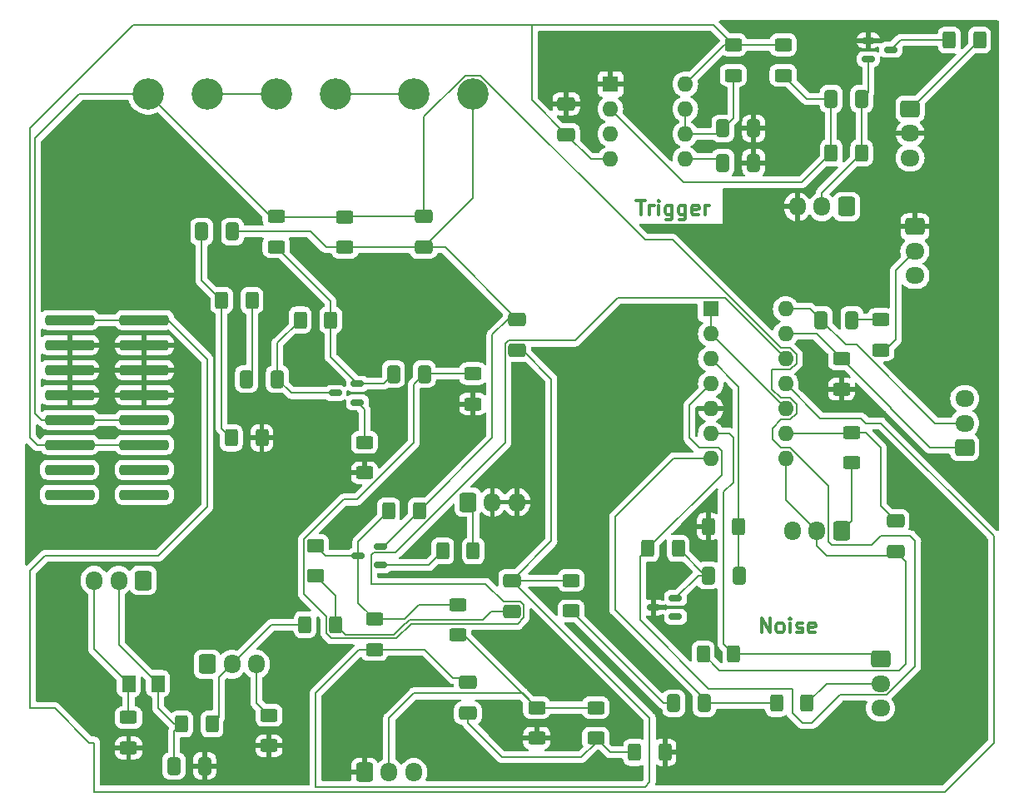
<source format=gtl>
G04 #@! TF.GenerationSoftware,KiCad,Pcbnew,7.0.2*
G04 #@! TF.CreationDate,2023-07-08T15:20:31+02:00*
G04 #@! TF.ProjectId,KiKAD_Endplatine_V2,4b694b41-445f-4456-9e64-706c6174696e,rev?*
G04 #@! TF.SameCoordinates,Original*
G04 #@! TF.FileFunction,Copper,L1,Top*
G04 #@! TF.FilePolarity,Positive*
%FSLAX46Y46*%
G04 Gerber Fmt 4.6, Leading zero omitted, Abs format (unit mm)*
G04 Created by KiCad (PCBNEW 7.0.2) date 2023-07-08 15:20:31*
%MOMM*%
%LPD*%
G01*
G04 APERTURE LIST*
G04 Aperture macros list*
%AMRoundRect*
0 Rectangle with rounded corners*
0 $1 Rounding radius*
0 $2 $3 $4 $5 $6 $7 $8 $9 X,Y pos of 4 corners*
0 Add a 4 corners polygon primitive as box body*
4,1,4,$2,$3,$4,$5,$6,$7,$8,$9,$2,$3,0*
0 Add four circle primitives for the rounded corners*
1,1,$1+$1,$2,$3*
1,1,$1+$1,$4,$5*
1,1,$1+$1,$6,$7*
1,1,$1+$1,$8,$9*
0 Add four rect primitives between the rounded corners*
20,1,$1+$1,$2,$3,$4,$5,0*
20,1,$1+$1,$4,$5,$6,$7,0*
20,1,$1+$1,$6,$7,$8,$9,0*
20,1,$1+$1,$8,$9,$2,$3,0*%
G04 Aperture macros list end*
%ADD10C,0.300000*%
G04 #@! TA.AperFunction,NonConductor*
%ADD11C,0.300000*%
G04 #@! TD*
G04 #@! TA.AperFunction,SMDPad,CuDef*
%ADD12RoundRect,0.255000X-2.245000X-0.255000X2.245000X-0.255000X2.245000X0.255000X-2.245000X0.255000X0*%
G04 #@! TD*
G04 #@! TA.AperFunction,SMDPad,CuDef*
%ADD13RoundRect,0.250000X-0.412500X-0.650000X0.412500X-0.650000X0.412500X0.650000X-0.412500X0.650000X0*%
G04 #@! TD*
G04 #@! TA.AperFunction,SMDPad,CuDef*
%ADD14RoundRect,0.250000X-0.400000X-0.625000X0.400000X-0.625000X0.400000X0.625000X-0.400000X0.625000X0*%
G04 #@! TD*
G04 #@! TA.AperFunction,SMDPad,CuDef*
%ADD15RoundRect,0.150000X-0.512500X-0.150000X0.512500X-0.150000X0.512500X0.150000X-0.512500X0.150000X0*%
G04 #@! TD*
G04 #@! TA.AperFunction,SMDPad,CuDef*
%ADD16RoundRect,0.250000X0.400000X0.625000X-0.400000X0.625000X-0.400000X-0.625000X0.400000X-0.625000X0*%
G04 #@! TD*
G04 #@! TA.AperFunction,SMDPad,CuDef*
%ADD17RoundRect,0.250000X-0.625000X0.400000X-0.625000X-0.400000X0.625000X-0.400000X0.625000X0.400000X0*%
G04 #@! TD*
G04 #@! TA.AperFunction,SMDPad,CuDef*
%ADD18RoundRect,0.250000X0.412500X0.650000X-0.412500X0.650000X-0.412500X-0.650000X0.412500X-0.650000X0*%
G04 #@! TD*
G04 #@! TA.AperFunction,ComponentPad*
%ADD19RoundRect,0.250000X-0.600000X-0.725000X0.600000X-0.725000X0.600000X0.725000X-0.600000X0.725000X0*%
G04 #@! TD*
G04 #@! TA.AperFunction,ComponentPad*
%ADD20O,1.700000X1.950000*%
G04 #@! TD*
G04 #@! TA.AperFunction,SMDPad,CuDef*
%ADD21RoundRect,0.250001X0.462499X0.624999X-0.462499X0.624999X-0.462499X-0.624999X0.462499X-0.624999X0*%
G04 #@! TD*
G04 #@! TA.AperFunction,SMDPad,CuDef*
%ADD22RoundRect,0.250001X-0.624999X0.462499X-0.624999X-0.462499X0.624999X-0.462499X0.624999X0.462499X0*%
G04 #@! TD*
G04 #@! TA.AperFunction,SMDPad,CuDef*
%ADD23RoundRect,0.250000X0.625000X-0.400000X0.625000X0.400000X-0.625000X0.400000X-0.625000X-0.400000X0*%
G04 #@! TD*
G04 #@! TA.AperFunction,ComponentPad*
%ADD24RoundRect,0.250000X-0.725000X0.600000X-0.725000X-0.600000X0.725000X-0.600000X0.725000X0.600000X0*%
G04 #@! TD*
G04 #@! TA.AperFunction,ComponentPad*
%ADD25O,1.950000X1.700000*%
G04 #@! TD*
G04 #@! TA.AperFunction,SMDPad,CuDef*
%ADD26RoundRect,0.150000X0.512500X0.150000X-0.512500X0.150000X-0.512500X-0.150000X0.512500X-0.150000X0*%
G04 #@! TD*
G04 #@! TA.AperFunction,ComponentPad*
%ADD27C,3.200000*%
G04 #@! TD*
G04 #@! TA.AperFunction,ComponentPad*
%ADD28RoundRect,0.250000X0.725000X-0.600000X0.725000X0.600000X-0.725000X0.600000X-0.725000X-0.600000X0*%
G04 #@! TD*
G04 #@! TA.AperFunction,ComponentPad*
%ADD29RoundRect,0.250000X0.600000X0.725000X-0.600000X0.725000X-0.600000X-0.725000X0.600000X-0.725000X0*%
G04 #@! TD*
G04 #@! TA.AperFunction,SMDPad,CuDef*
%ADD30RoundRect,0.250000X-0.650000X0.412500X-0.650000X-0.412500X0.650000X-0.412500X0.650000X0.412500X0*%
G04 #@! TD*
G04 #@! TA.AperFunction,ComponentPad*
%ADD31R,1.600000X1.600000*%
G04 #@! TD*
G04 #@! TA.AperFunction,ComponentPad*
%ADD32O,1.600000X1.600000*%
G04 #@! TD*
G04 #@! TA.AperFunction,SMDPad,CuDef*
%ADD33RoundRect,0.250000X0.650000X-0.412500X0.650000X0.412500X-0.650000X0.412500X-0.650000X-0.412500X0*%
G04 #@! TD*
G04 #@! TA.AperFunction,ViaPad*
%ADD34C,0.600000*%
G04 #@! TD*
G04 #@! TA.AperFunction,Conductor*
%ADD35C,0.200000*%
G04 #@! TD*
G04 APERTURE END LIST*
D10*
D11*
X162642857Y-53816428D02*
X163500000Y-53816428D01*
X163071428Y-55316428D02*
X163071428Y-53816428D01*
X163999999Y-55316428D02*
X163999999Y-54316428D01*
X163999999Y-54602142D02*
X164071428Y-54459285D01*
X164071428Y-54459285D02*
X164142857Y-54387857D01*
X164142857Y-54387857D02*
X164285714Y-54316428D01*
X164285714Y-54316428D02*
X164428571Y-54316428D01*
X164928570Y-55316428D02*
X164928570Y-54316428D01*
X164928570Y-53816428D02*
X164857142Y-53887857D01*
X164857142Y-53887857D02*
X164928570Y-53959285D01*
X164928570Y-53959285D02*
X164999999Y-53887857D01*
X164999999Y-53887857D02*
X164928570Y-53816428D01*
X164928570Y-53816428D02*
X164928570Y-53959285D01*
X166285714Y-54316428D02*
X166285714Y-55530714D01*
X166285714Y-55530714D02*
X166214285Y-55673571D01*
X166214285Y-55673571D02*
X166142856Y-55745000D01*
X166142856Y-55745000D02*
X165999999Y-55816428D01*
X165999999Y-55816428D02*
X165785714Y-55816428D01*
X165785714Y-55816428D02*
X165642856Y-55745000D01*
X166285714Y-55245000D02*
X166142856Y-55316428D01*
X166142856Y-55316428D02*
X165857142Y-55316428D01*
X165857142Y-55316428D02*
X165714285Y-55245000D01*
X165714285Y-55245000D02*
X165642856Y-55173571D01*
X165642856Y-55173571D02*
X165571428Y-55030714D01*
X165571428Y-55030714D02*
X165571428Y-54602142D01*
X165571428Y-54602142D02*
X165642856Y-54459285D01*
X165642856Y-54459285D02*
X165714285Y-54387857D01*
X165714285Y-54387857D02*
X165857142Y-54316428D01*
X165857142Y-54316428D02*
X166142856Y-54316428D01*
X166142856Y-54316428D02*
X166285714Y-54387857D01*
X167642857Y-54316428D02*
X167642857Y-55530714D01*
X167642857Y-55530714D02*
X167571428Y-55673571D01*
X167571428Y-55673571D02*
X167499999Y-55745000D01*
X167499999Y-55745000D02*
X167357142Y-55816428D01*
X167357142Y-55816428D02*
X167142857Y-55816428D01*
X167142857Y-55816428D02*
X166999999Y-55745000D01*
X167642857Y-55245000D02*
X167499999Y-55316428D01*
X167499999Y-55316428D02*
X167214285Y-55316428D01*
X167214285Y-55316428D02*
X167071428Y-55245000D01*
X167071428Y-55245000D02*
X166999999Y-55173571D01*
X166999999Y-55173571D02*
X166928571Y-55030714D01*
X166928571Y-55030714D02*
X166928571Y-54602142D01*
X166928571Y-54602142D02*
X166999999Y-54459285D01*
X166999999Y-54459285D02*
X167071428Y-54387857D01*
X167071428Y-54387857D02*
X167214285Y-54316428D01*
X167214285Y-54316428D02*
X167499999Y-54316428D01*
X167499999Y-54316428D02*
X167642857Y-54387857D01*
X168928571Y-55245000D02*
X168785714Y-55316428D01*
X168785714Y-55316428D02*
X168500000Y-55316428D01*
X168500000Y-55316428D02*
X168357142Y-55245000D01*
X168357142Y-55245000D02*
X168285714Y-55102142D01*
X168285714Y-55102142D02*
X168285714Y-54530714D01*
X168285714Y-54530714D02*
X168357142Y-54387857D01*
X168357142Y-54387857D02*
X168500000Y-54316428D01*
X168500000Y-54316428D02*
X168785714Y-54316428D01*
X168785714Y-54316428D02*
X168928571Y-54387857D01*
X168928571Y-54387857D02*
X169000000Y-54530714D01*
X169000000Y-54530714D02*
X169000000Y-54673571D01*
X169000000Y-54673571D02*
X168285714Y-54816428D01*
X169642856Y-55316428D02*
X169642856Y-54316428D01*
X169642856Y-54602142D02*
X169714285Y-54459285D01*
X169714285Y-54459285D02*
X169785714Y-54387857D01*
X169785714Y-54387857D02*
X169928571Y-54316428D01*
X169928571Y-54316428D02*
X170071428Y-54316428D01*
D10*
D11*
X175357142Y-97816428D02*
X175357142Y-96316428D01*
X175357142Y-96316428D02*
X176214285Y-97816428D01*
X176214285Y-97816428D02*
X176214285Y-96316428D01*
X177142857Y-97816428D02*
X177000000Y-97745000D01*
X177000000Y-97745000D02*
X176928571Y-97673571D01*
X176928571Y-97673571D02*
X176857143Y-97530714D01*
X176857143Y-97530714D02*
X176857143Y-97102142D01*
X176857143Y-97102142D02*
X176928571Y-96959285D01*
X176928571Y-96959285D02*
X177000000Y-96887857D01*
X177000000Y-96887857D02*
X177142857Y-96816428D01*
X177142857Y-96816428D02*
X177357143Y-96816428D01*
X177357143Y-96816428D02*
X177500000Y-96887857D01*
X177500000Y-96887857D02*
X177571429Y-96959285D01*
X177571429Y-96959285D02*
X177642857Y-97102142D01*
X177642857Y-97102142D02*
X177642857Y-97530714D01*
X177642857Y-97530714D02*
X177571429Y-97673571D01*
X177571429Y-97673571D02*
X177500000Y-97745000D01*
X177500000Y-97745000D02*
X177357143Y-97816428D01*
X177357143Y-97816428D02*
X177142857Y-97816428D01*
X178285714Y-97816428D02*
X178285714Y-96816428D01*
X178285714Y-96316428D02*
X178214286Y-96387857D01*
X178214286Y-96387857D02*
X178285714Y-96459285D01*
X178285714Y-96459285D02*
X178357143Y-96387857D01*
X178357143Y-96387857D02*
X178285714Y-96316428D01*
X178285714Y-96316428D02*
X178285714Y-96459285D01*
X178928572Y-97745000D02*
X179071429Y-97816428D01*
X179071429Y-97816428D02*
X179357143Y-97816428D01*
X179357143Y-97816428D02*
X179500000Y-97745000D01*
X179500000Y-97745000D02*
X179571429Y-97602142D01*
X179571429Y-97602142D02*
X179571429Y-97530714D01*
X179571429Y-97530714D02*
X179500000Y-97387857D01*
X179500000Y-97387857D02*
X179357143Y-97316428D01*
X179357143Y-97316428D02*
X179142858Y-97316428D01*
X179142858Y-97316428D02*
X179000000Y-97245000D01*
X179000000Y-97245000D02*
X178928572Y-97102142D01*
X178928572Y-97102142D02*
X178928572Y-97030714D01*
X178928572Y-97030714D02*
X179000000Y-96887857D01*
X179000000Y-96887857D02*
X179142858Y-96816428D01*
X179142858Y-96816428D02*
X179357143Y-96816428D01*
X179357143Y-96816428D02*
X179500000Y-96887857D01*
X180785715Y-97745000D02*
X180642858Y-97816428D01*
X180642858Y-97816428D02*
X180357144Y-97816428D01*
X180357144Y-97816428D02*
X180214286Y-97745000D01*
X180214286Y-97745000D02*
X180142858Y-97602142D01*
X180142858Y-97602142D02*
X180142858Y-97030714D01*
X180142858Y-97030714D02*
X180214286Y-96887857D01*
X180214286Y-96887857D02*
X180357144Y-96816428D01*
X180357144Y-96816428D02*
X180642858Y-96816428D01*
X180642858Y-96816428D02*
X180785715Y-96887857D01*
X180785715Y-96887857D02*
X180857144Y-97030714D01*
X180857144Y-97030714D02*
X180857144Y-97173571D01*
X180857144Y-97173571D02*
X180142858Y-97316428D01*
D12*
X105000000Y-66000000D03*
X112600000Y-66000000D03*
X105000000Y-68540000D03*
X112600000Y-68540000D03*
X105000000Y-71080000D03*
X112600000Y-71080000D03*
X105000000Y-73620000D03*
X112600000Y-73620000D03*
X105000000Y-76160000D03*
X112600000Y-76160000D03*
X105000000Y-78700000D03*
X112600000Y-78700000D03*
X105000000Y-81240000D03*
X112600000Y-81240000D03*
X105000000Y-83780000D03*
X112600000Y-83780000D03*
D13*
X169937500Y-92000000D03*
X173062500Y-92000000D03*
D14*
X116393750Y-107106250D03*
X119493750Y-107106250D03*
D15*
X186225000Y-37550000D03*
X186225000Y-39450000D03*
X188500000Y-38500000D03*
D16*
X140550000Y-85450000D03*
X137450000Y-85450000D03*
D17*
X144500000Y-94950000D03*
X144500000Y-98050000D03*
D18*
X185562500Y-43500000D03*
X182437500Y-43500000D03*
X174562500Y-46500000D03*
X171437500Y-46500000D03*
D17*
X177562500Y-38000000D03*
X177562500Y-41100000D03*
D19*
X119000000Y-101032500D03*
D20*
X121500000Y-101032500D03*
X124000000Y-101032500D03*
D17*
X133000000Y-55500000D03*
X133000000Y-58600000D03*
D18*
X174562500Y-50000000D03*
X171437500Y-50000000D03*
D21*
X113987500Y-103000000D03*
X111012500Y-103000000D03*
D22*
X130000000Y-89012500D03*
X130000000Y-91987500D03*
D23*
X187500000Y-69050000D03*
X187500000Y-65950000D03*
D14*
X128950000Y-97000000D03*
X132050000Y-97000000D03*
D24*
X190467500Y-44500000D03*
D25*
X190467500Y-47000000D03*
X190467500Y-49500000D03*
D14*
X182450000Y-49000000D03*
X185550000Y-49000000D03*
D16*
X173050000Y-87000000D03*
X169950000Y-87000000D03*
D24*
X190967500Y-56500000D03*
D25*
X190967500Y-59000000D03*
X190967500Y-61500000D03*
D26*
X134275000Y-74387500D03*
X134275000Y-72487500D03*
X132000000Y-73437500D03*
D13*
X137937500Y-71500000D03*
X141062500Y-71500000D03*
D17*
X158500000Y-105450000D03*
X158500000Y-108550000D03*
D19*
X145500000Y-84532500D03*
D20*
X148000000Y-84532500D03*
X150500000Y-84532500D03*
D14*
X162450000Y-110000000D03*
X165550000Y-110000000D03*
D16*
X180000000Y-105000000D03*
X176900000Y-105000000D03*
D23*
X125275000Y-109325000D03*
X125275000Y-106225000D03*
D17*
X172500000Y-38000000D03*
X172500000Y-41100000D03*
D27*
X113000000Y-43000000D03*
X119000000Y-43000000D03*
D28*
X196032500Y-79000000D03*
D25*
X196032500Y-76500000D03*
X196032500Y-74000000D03*
D29*
X112500000Y-92500000D03*
D20*
X110000000Y-92500000D03*
X107500000Y-92500000D03*
D30*
X150000000Y-92500000D03*
X150000000Y-95625000D03*
D23*
X135000000Y-81550000D03*
X135000000Y-78450000D03*
D24*
X187467500Y-100500000D03*
D25*
X187467500Y-103000000D03*
X187467500Y-105500000D03*
D30*
X189000000Y-86437500D03*
X189000000Y-89562500D03*
D31*
X170200000Y-64875000D03*
D32*
X170200000Y-67415000D03*
X170200000Y-69955000D03*
X170200000Y-72495000D03*
X170200000Y-75035000D03*
X170200000Y-77575000D03*
X170200000Y-80115000D03*
X177820000Y-80115000D03*
X177820000Y-77575000D03*
X177820000Y-75035000D03*
X177820000Y-72495000D03*
X177820000Y-69955000D03*
X177820000Y-67415000D03*
X177820000Y-64875000D03*
D16*
X197550000Y-37500000D03*
X194450000Y-37500000D03*
D23*
X183500000Y-73050000D03*
X183500000Y-69950000D03*
D17*
X184500000Y-77450000D03*
X184500000Y-80550000D03*
D29*
X184000000Y-54467500D03*
D20*
X181500000Y-54467500D03*
X179000000Y-54467500D03*
D13*
X115606250Y-111381250D03*
X118731250Y-111381250D03*
D16*
X124550000Y-78000000D03*
X121450000Y-78000000D03*
D33*
X150500000Y-69062500D03*
X150500000Y-65937500D03*
D29*
X183500000Y-87467500D03*
D20*
X181000000Y-87467500D03*
X178500000Y-87467500D03*
D16*
X131550000Y-66000000D03*
X128450000Y-66000000D03*
X123550000Y-64000000D03*
X120450000Y-64000000D03*
D13*
X123000000Y-72000000D03*
X126125000Y-72000000D03*
D17*
X136000000Y-96450000D03*
X136000000Y-99550000D03*
D30*
X145500000Y-102875000D03*
X145500000Y-106000000D03*
D14*
X169450000Y-100000000D03*
X172550000Y-100000000D03*
D18*
X169562500Y-105000000D03*
X166437500Y-105000000D03*
D17*
X126000000Y-55450000D03*
X126000000Y-58550000D03*
D31*
X160000000Y-42000000D03*
D32*
X160000000Y-44540000D03*
X160000000Y-47080000D03*
X160000000Y-49620000D03*
X167620000Y-49620000D03*
X167620000Y-47080000D03*
X167620000Y-44540000D03*
X167620000Y-42000000D03*
D13*
X181437500Y-66000000D03*
X184562500Y-66000000D03*
D26*
X166620000Y-96195000D03*
X166620000Y-94295000D03*
X164345000Y-95245000D03*
D18*
X121562500Y-57000000D03*
X118437500Y-57000000D03*
D17*
X111000000Y-106450000D03*
X111000000Y-109550000D03*
X156000000Y-92500000D03*
X156000000Y-95600000D03*
D27*
X140000000Y-43000000D03*
X146000000Y-43000000D03*
D30*
X155500000Y-44000000D03*
X155500000Y-47125000D03*
D26*
X136637500Y-90950000D03*
X136637500Y-89050000D03*
X134362500Y-90000000D03*
D19*
X135000000Y-112032500D03*
D20*
X137500000Y-112032500D03*
X140000000Y-112032500D03*
D27*
X126000000Y-43000000D03*
X132000000Y-43000000D03*
D17*
X152500000Y-105450000D03*
X152500000Y-108550000D03*
D16*
X146050000Y-89500000D03*
X142950000Y-89500000D03*
D23*
X146000000Y-74550000D03*
X146000000Y-71450000D03*
D30*
X141000000Y-55487500D03*
X141000000Y-58612500D03*
D14*
X163795000Y-89245000D03*
X166895000Y-89245000D03*
D34*
X123500000Y-91000000D03*
X117000000Y-72000000D03*
X157500000Y-89000000D03*
X165000000Y-92000000D03*
X169000000Y-89000000D03*
X139500000Y-109000000D03*
X149000000Y-107000000D03*
X139500000Y-81000000D03*
D35*
X154000000Y-72000000D02*
X151062500Y-69062500D01*
X136000000Y-99550000D02*
X141112500Y-99550000D01*
X151062500Y-69062500D02*
X150500000Y-69062500D01*
X150000000Y-92500000D02*
X154000000Y-88500000D01*
X163500000Y-113500000D02*
X130000000Y-113500000D01*
X134450000Y-99550000D02*
X136000000Y-99550000D01*
X164000000Y-106500000D02*
X164000000Y-113000000D01*
X145062500Y-102437500D02*
X145500000Y-102875000D01*
X130000000Y-113500000D02*
X130000000Y-104000000D01*
X150000000Y-92500000D02*
X164000000Y-106500000D01*
X156000000Y-92500000D02*
X150000000Y-92500000D01*
X141112500Y-99550000D02*
X144000000Y-102437500D01*
X144000000Y-102437500D02*
X145062500Y-102437500D01*
X154000000Y-88500000D02*
X154000000Y-72000000D01*
X130000000Y-104000000D02*
X134450000Y-99550000D01*
X164000000Y-113000000D02*
X163500000Y-113500000D01*
X169782500Y-92000000D02*
X169650000Y-92000000D01*
X168915000Y-92000000D02*
X166620000Y-94295000D01*
X169782500Y-92000000D02*
X168915000Y-92000000D01*
X169650000Y-92000000D02*
X166895000Y-89245000D01*
X133050000Y-98000000D02*
X132050000Y-97000000D01*
X147875000Y-95625000D02*
X147000000Y-96500000D01*
X150000000Y-95625000D02*
X147875000Y-95625000D01*
X147000000Y-96500000D02*
X139565686Y-96500000D01*
X132050000Y-97000000D02*
X132050000Y-94037500D01*
X138000000Y-98000000D02*
X133050000Y-98000000D01*
X139150000Y-96850000D02*
X138000000Y-98000000D01*
X139215686Y-96850000D02*
X139150000Y-96850000D01*
X132050000Y-94037500D02*
X130000000Y-91987500D01*
X139565686Y-96500000D02*
X139215686Y-96850000D01*
X185562500Y-43500000D02*
X185562500Y-48987500D01*
X185550000Y-49000000D02*
X181500000Y-53050000D01*
X185562500Y-48987500D02*
X185550000Y-49000000D01*
X186225000Y-39450000D02*
X186225000Y-42837500D01*
X181500000Y-53050000D02*
X181500000Y-54467500D01*
X186225000Y-42837500D02*
X185562500Y-43500000D01*
X182450000Y-49000000D02*
X182450000Y-43512500D01*
X182437500Y-43500000D02*
X179962500Y-43500000D01*
X160000000Y-44540000D02*
X167460000Y-52000000D01*
X182450000Y-43512500D02*
X182437500Y-43500000D01*
X167460000Y-52000000D02*
X179450000Y-52000000D01*
X179450000Y-52000000D02*
X182450000Y-49000000D01*
X179962500Y-43500000D02*
X177562500Y-41100000D01*
X143175000Y-58612500D02*
X150500000Y-65937500D01*
X141000000Y-58612500D02*
X140987500Y-58600000D01*
X136950000Y-89050000D02*
X140550000Y-85450000D01*
X148000000Y-67500000D02*
X149562500Y-65937500D01*
X141000000Y-58612500D02*
X143175000Y-58612500D01*
X136637500Y-89050000D02*
X136950000Y-89050000D01*
X129500000Y-57000000D02*
X121562500Y-57000000D01*
X149562500Y-65937500D02*
X150500000Y-65937500D01*
X140987500Y-58600000D02*
X133000000Y-58600000D01*
X146000000Y-53612500D02*
X146000000Y-43000000D01*
X140550000Y-85450000D02*
X148000000Y-78000000D01*
X148000000Y-78000000D02*
X148000000Y-67500000D01*
X131100000Y-58600000D02*
X129500000Y-57000000D01*
X133000000Y-58600000D02*
X131100000Y-58600000D01*
X141000000Y-58612500D02*
X146000000Y-53612500D01*
X186577817Y-88922183D02*
X187500000Y-88000000D01*
X182150000Y-88584314D02*
X182487869Y-88922183D01*
X171000000Y-79000000D02*
X169000000Y-79000000D01*
X178275635Y-76135000D02*
X177364365Y-76135000D01*
X182150000Y-82889365D02*
X182150000Y-88584314D01*
X176500000Y-76999365D02*
X176500000Y-78150635D01*
X178275635Y-71055000D02*
X176445000Y-71055000D01*
X105000000Y-76160000D02*
X102160000Y-76160000D01*
X183350000Y-104150000D02*
X180500000Y-107000000D01*
X187500000Y-88000000D02*
X190500000Y-88000000D01*
X133000000Y-55500000D02*
X126050000Y-55500000D01*
X178920000Y-70410635D02*
X178275635Y-71055000D01*
X178920000Y-75490635D02*
X178275635Y-76135000D01*
X141000000Y-55487500D02*
X141000000Y-45312994D01*
X178275635Y-68855000D02*
X178920000Y-69499365D01*
X177364365Y-73935000D02*
X178275635Y-73935000D01*
X163795000Y-89245000D02*
X171300000Y-81740000D01*
X182487869Y-88922183D02*
X186577817Y-88922183D01*
X190500000Y-88000000D02*
X191000000Y-88500000D01*
X180500000Y-107000000D02*
X179500000Y-107000000D01*
X126050000Y-55500000D02*
X126000000Y-55450000D01*
X133012500Y-55487500D02*
X133000000Y-55500000D01*
X113000000Y-43000000D02*
X106000000Y-43000000D01*
X178500000Y-106000000D02*
X178500000Y-103597183D01*
X125450000Y-55450000D02*
X113000000Y-43000000D01*
X171300000Y-81740000D02*
X171300000Y-79300000D01*
X101500000Y-75500000D02*
X101500000Y-47500000D01*
X169000000Y-79000000D02*
X168000000Y-78000000D01*
X163000000Y-96500000D02*
X163000000Y-90040000D01*
X168000000Y-74695000D02*
X170200000Y-72495000D01*
X163000000Y-90040000D02*
X163795000Y-89245000D01*
X178920000Y-69499365D02*
X178920000Y-70410635D01*
X176445000Y-71055000D02*
X176445000Y-73015635D01*
X146787006Y-41100000D02*
X163500000Y-57812994D01*
X112600000Y-76160000D02*
X105000000Y-76160000D01*
X178275635Y-79015000D02*
X182150000Y-82889365D01*
X102160000Y-76160000D02*
X101500000Y-75500000D01*
X177364365Y-68855000D02*
X178275635Y-68855000D01*
X178500000Y-103597183D02*
X178402817Y-103500000D01*
X179500000Y-107000000D02*
X178500000Y-106000000D01*
X163500000Y-57812994D02*
X166322359Y-57812994D01*
X168000000Y-78000000D02*
X168000000Y-74695000D01*
X191000000Y-101218846D02*
X188068846Y-104150000D01*
X176445000Y-73015635D02*
X177364365Y-73935000D01*
X177364365Y-79015000D02*
X178275635Y-79015000D01*
X141000000Y-55487500D02*
X133012500Y-55487500D01*
X170000000Y-103500000D02*
X163000000Y-96500000D01*
X178275635Y-73935000D02*
X178920000Y-74579365D01*
X166322359Y-57812994D02*
X177364365Y-68855000D01*
X188068846Y-104150000D02*
X183350000Y-104150000D01*
X178402817Y-103500000D02*
X170000000Y-103500000D01*
X178920000Y-74579365D02*
X178920000Y-75490635D01*
X176500000Y-78150635D02*
X177364365Y-79015000D01*
X145212994Y-41100000D02*
X146787006Y-41100000D01*
X191000000Y-88500000D02*
X191000000Y-101218846D01*
X177364365Y-76135000D02*
X176500000Y-76999365D01*
X141000000Y-45312994D02*
X145212994Y-41100000D01*
X171300000Y-79300000D02*
X171000000Y-79000000D01*
X126000000Y-55450000D02*
X125450000Y-55450000D01*
X101500000Y-47500000D02*
X106000000Y-43000000D01*
X172500000Y-38000000D02*
X171620000Y-38000000D01*
X152000000Y-43625000D02*
X152000000Y-36000000D01*
X101000000Y-78000000D02*
X101000000Y-46500000D01*
X171620000Y-38000000D02*
X167620000Y-42000000D01*
X155500000Y-47125000D02*
X152000000Y-43625000D01*
X105000000Y-78700000D02*
X112600000Y-78700000D01*
X160000000Y-49620000D02*
X157995000Y-49620000D01*
X152000000Y-36000000D02*
X170500000Y-36000000D01*
X157995000Y-49620000D02*
X155500000Y-47125000D01*
X101000000Y-46500000D02*
X111500000Y-36000000D01*
X111500000Y-36000000D02*
X152000000Y-36000000D01*
X101700000Y-78700000D02*
X101000000Y-78000000D01*
X105000000Y-78700000D02*
X101700000Y-78700000D01*
X177562500Y-38000000D02*
X172500000Y-38000000D01*
X172500000Y-38000000D02*
X170500000Y-36000000D01*
X171437500Y-50000000D02*
X171057500Y-49620000D01*
X171057500Y-49620000D02*
X167620000Y-49620000D01*
X172500000Y-45437500D02*
X171437500Y-46500000D01*
X170857500Y-47080000D02*
X167620000Y-47080000D01*
X167620000Y-47080000D02*
X167620000Y-44540000D01*
X171437500Y-46500000D02*
X170857500Y-47080000D01*
X172500000Y-41550000D02*
X172500000Y-45437500D01*
X160500000Y-86000000D02*
X166385000Y-80115000D01*
X160500000Y-95500000D02*
X160500000Y-86000000D01*
X166385000Y-80115000D02*
X170200000Y-80115000D01*
X169562500Y-105000000D02*
X169562500Y-104562500D01*
X169562500Y-104562500D02*
X160500000Y-95500000D01*
X176900000Y-105000000D02*
X169562500Y-105000000D01*
X165400000Y-105000000D02*
X156000000Y-95600000D01*
X166437500Y-105000000D02*
X165400000Y-105000000D01*
X132000000Y-43000000D02*
X140000000Y-43000000D01*
X113987500Y-105487500D02*
X115606250Y-107106250D01*
X110000000Y-99012500D02*
X110000000Y-92500000D01*
X115606250Y-107106250D02*
X116393750Y-107106250D01*
X113987500Y-103000000D02*
X113987500Y-105487500D01*
X113987500Y-103000000D02*
X110000000Y-99012500D01*
X116393750Y-107106250D02*
X115606250Y-107893750D01*
X115606250Y-107893750D02*
X115606250Y-111381250D01*
X111012500Y-103000000D02*
X111000000Y-103012500D01*
X107500000Y-99487500D02*
X107500000Y-92500000D01*
X111012500Y-103000000D02*
X107500000Y-99487500D01*
X111000000Y-103012500D02*
X111000000Y-106450000D01*
X185000000Y-68500000D02*
X193000000Y-76500000D01*
X181437500Y-66000000D02*
X183937500Y-68500000D01*
X180312500Y-64875000D02*
X177820000Y-64875000D01*
X181437500Y-66000000D02*
X180312500Y-64875000D01*
X193000000Y-76500000D02*
X196032500Y-76500000D01*
X183937500Y-68500000D02*
X185000000Y-68500000D01*
X187500000Y-65950000D02*
X184612500Y-65950000D01*
X184612500Y-65950000D02*
X184562500Y-66000000D01*
X119000000Y-43000000D02*
X126000000Y-43000000D01*
X130987500Y-90000000D02*
X130000000Y-89012500D01*
X136000000Y-96450000D02*
X134362500Y-94812500D01*
X136000000Y-96450000D02*
X139050000Y-96450000D01*
X144450000Y-95000000D02*
X144500000Y-94950000D01*
X134362500Y-88537500D02*
X137450000Y-85450000D01*
X134362500Y-94812500D02*
X134362500Y-90000000D01*
X134362500Y-90000000D02*
X134362500Y-88537500D01*
X139050000Y-96450000D02*
X140500000Y-95000000D01*
X140500000Y-95000000D02*
X144450000Y-95000000D01*
X134362500Y-90000000D02*
X130987500Y-90000000D01*
X186000000Y-76500000D02*
X187500000Y-76500000D01*
X119000000Y-70000000D02*
X115000000Y-66000000D01*
X199000000Y-109000000D02*
X194000000Y-114000000D01*
X103500000Y-105500000D02*
X101000000Y-105500000D01*
X119000000Y-85000000D02*
X119000000Y-70000000D01*
X107500000Y-114000000D02*
X107500000Y-109000000D01*
X194000000Y-114000000D02*
X107500000Y-114000000D01*
X101000000Y-91500000D02*
X102500000Y-90000000D01*
X177820000Y-72495000D02*
X181325000Y-76000000D01*
X114000000Y-90000000D02*
X119000000Y-85000000D01*
X107000000Y-109000000D02*
X103500000Y-105500000D01*
X199000000Y-88000000D02*
X199000000Y-109000000D01*
X187500000Y-76500000D02*
X199000000Y-88000000D01*
X181325000Y-76000000D02*
X185500000Y-76000000D01*
X102500000Y-90000000D02*
X114000000Y-90000000D01*
X105000000Y-66000000D02*
X112600000Y-66000000D01*
X107500000Y-109000000D02*
X107000000Y-109000000D01*
X185500000Y-76000000D02*
X186000000Y-76500000D01*
X115000000Y-66000000D02*
X112600000Y-66000000D01*
X101000000Y-105500000D02*
X101000000Y-91500000D01*
X190550000Y-44500000D02*
X197550000Y-37500000D01*
X190467500Y-44500000D02*
X190550000Y-44500000D01*
X189000000Y-60967500D02*
X189000000Y-68000000D01*
X190967500Y-59000000D02*
X189000000Y-60967500D01*
X189000000Y-68000000D02*
X187950000Y-69050000D01*
X187950000Y-69050000D02*
X187500000Y-69050000D01*
X189500000Y-37500000D02*
X188500000Y-38500000D01*
X194450000Y-37500000D02*
X189500000Y-37500000D01*
X182000000Y-90000000D02*
X181000000Y-89000000D01*
X190000000Y-101000000D02*
X190000000Y-90562500D01*
X169450000Y-100000000D02*
X171100000Y-101650000D01*
X188562500Y-90000000D02*
X182000000Y-90000000D01*
X181000000Y-89000000D02*
X181000000Y-87467500D01*
X171100000Y-101650000D02*
X189350000Y-101650000D01*
X189350000Y-101650000D02*
X190000000Y-101000000D01*
X190000000Y-90562500D02*
X189000000Y-89562500D01*
X177820000Y-80115000D02*
X177820000Y-84287500D01*
X177820000Y-84287500D02*
X181000000Y-87467500D01*
X189000000Y-89562500D02*
X188562500Y-90000000D01*
X187467500Y-103000000D02*
X182000000Y-103000000D01*
X182000000Y-103000000D02*
X180000000Y-105000000D01*
X151050000Y-104000000D02*
X140000000Y-104000000D01*
X145100000Y-98050000D02*
X144500000Y-98050000D01*
X140000000Y-104000000D02*
X137500000Y-106500000D01*
X152500000Y-105450000D02*
X145100000Y-98050000D01*
X158500000Y-105450000D02*
X152500000Y-105450000D01*
X137500000Y-106500000D02*
X137500000Y-112032500D01*
X152500000Y-105450000D02*
X151050000Y-104000000D01*
X136637500Y-90950000D02*
X141500000Y-90950000D01*
X141500000Y-90950000D02*
X142950000Y-89500000D01*
X159950000Y-110000000D02*
X158500000Y-108550000D01*
X145500000Y-107000000D02*
X145500000Y-106000000D01*
X149000000Y-110500000D02*
X157000000Y-110500000D01*
X158500000Y-109000000D02*
X158500000Y-108550000D01*
X162450000Y-110000000D02*
X159950000Y-110000000D01*
X157000000Y-110500000D02*
X158500000Y-109000000D01*
X149000000Y-110500000D02*
X145500000Y-107000000D01*
X123550000Y-71450000D02*
X123000000Y-72000000D01*
X123550000Y-64000000D02*
X123550000Y-71450000D01*
X146050000Y-85082500D02*
X145500000Y-84532500D01*
X146050000Y-89500000D02*
X146050000Y-85082500D01*
X127562500Y-73437500D02*
X126125000Y-72000000D01*
X126125000Y-72000000D02*
X126125000Y-68325000D01*
X126125000Y-68325000D02*
X128450000Y-66000000D01*
X132000000Y-73437500D02*
X127562500Y-73437500D01*
X173050000Y-91987500D02*
X173050000Y-87000000D01*
X173062500Y-92000000D02*
X173050000Y-91987500D01*
X173050000Y-72805000D02*
X170200000Y-69955000D01*
X173050000Y-87000000D02*
X173050000Y-72805000D01*
X172550000Y-100000000D02*
X171500000Y-98950000D01*
X171500000Y-83500000D02*
X172500000Y-82500000D01*
X171500000Y-98950000D02*
X171500000Y-83500000D01*
X172500000Y-78000000D02*
X172075000Y-77575000D01*
X187467500Y-100500000D02*
X186967500Y-100000000D01*
X172075000Y-77575000D02*
X170200000Y-77575000D01*
X186967500Y-100000000D02*
X172550000Y-100000000D01*
X172500000Y-82500000D02*
X172500000Y-78000000D01*
X170200000Y-67415000D02*
X170200000Y-64875000D01*
X177820000Y-75035000D02*
X170200000Y-67415000D01*
X131647183Y-98400000D02*
X131100000Y-97852817D01*
X151200000Y-96265317D02*
X150565317Y-96900000D01*
X138152817Y-89650000D02*
X135938604Y-89650000D01*
X131100000Y-97852817D02*
X131100000Y-96147183D01*
X134225000Y-84275000D02*
X140000000Y-78500000D01*
X128825000Y-88322183D02*
X132872183Y-84275000D01*
X140000000Y-78500000D02*
X140000000Y-72562500D01*
X135675000Y-92840686D02*
X147300369Y-92840686D01*
X135938604Y-89650000D02*
X135675000Y-89913604D01*
X147300369Y-92840686D02*
X149122183Y-94662500D01*
X150565317Y-96900000D02*
X139731372Y-96900000D01*
X150877817Y-94662500D02*
X151200000Y-94984683D01*
X138231372Y-98400000D02*
X131647183Y-98400000D01*
X139731372Y-96900000D02*
X138231372Y-98400000D01*
X149122183Y-94662500D02*
X150877817Y-94662500D01*
X177820000Y-69955000D02*
X171640000Y-63775000D01*
X149622183Y-68100000D02*
X149300000Y-68422183D01*
X149300000Y-68422183D02*
X149300000Y-78502817D01*
X171640000Y-63775000D02*
X160725000Y-63775000D01*
X156400000Y-68100000D02*
X149622183Y-68100000D01*
X132872183Y-84275000D02*
X134225000Y-84275000D01*
X140000000Y-72562500D02*
X141062500Y-71500000D01*
X149300000Y-78502817D02*
X138152817Y-89650000D01*
X131100000Y-96147183D02*
X128825000Y-93872183D01*
X141112500Y-71450000D02*
X146000000Y-71450000D01*
X141062500Y-71500000D02*
X141112500Y-71450000D01*
X160725000Y-63775000D02*
X156400000Y-68100000D01*
X128825000Y-93872183D02*
X128825000Y-88322183D01*
X151200000Y-94984683D02*
X151200000Y-96265317D01*
X135675000Y-89913604D02*
X135675000Y-92840686D01*
X183500000Y-69950000D02*
X188500000Y-74950000D01*
X180965000Y-67415000D02*
X177820000Y-67415000D01*
X188500000Y-75000000D02*
X192500000Y-79000000D01*
X188500000Y-74950000D02*
X188500000Y-75000000D01*
X183500000Y-69950000D02*
X180965000Y-67415000D01*
X192500000Y-79000000D02*
X196032500Y-79000000D01*
X184375000Y-77575000D02*
X184500000Y-77450000D01*
X185950000Y-77450000D02*
X184500000Y-77450000D01*
X177820000Y-77575000D02*
X184375000Y-77575000D01*
X189000000Y-86437500D02*
X187500000Y-84937500D01*
X187500000Y-84937500D02*
X187500000Y-79000000D01*
X187500000Y-79000000D02*
X185950000Y-77450000D01*
X184500000Y-80550000D02*
X184500000Y-86467500D01*
X184500000Y-86467500D02*
X183500000Y-87467500D01*
X120450000Y-77000000D02*
X121450000Y-78000000D01*
X120450000Y-64000000D02*
X120450000Y-77000000D01*
X118437500Y-57000000D02*
X118437500Y-61987500D01*
X118437500Y-61987500D02*
X120450000Y-64000000D01*
X131550000Y-66000000D02*
X131550000Y-69762500D01*
X136950000Y-72487500D02*
X137937500Y-71500000D01*
X131550000Y-69762500D02*
X134275000Y-72487500D01*
X131550000Y-66000000D02*
X131550000Y-64100000D01*
X134275000Y-72487500D02*
X136950000Y-72487500D01*
X131550000Y-64100000D02*
X126000000Y-58550000D01*
X119493750Y-107106250D02*
X120168750Y-106431250D01*
X120168750Y-106431250D02*
X120168750Y-102363750D01*
X121500000Y-101032500D02*
X125532500Y-97000000D01*
X120168750Y-102363750D02*
X121500000Y-101032500D01*
X125532500Y-97000000D02*
X128950000Y-97000000D01*
X135000000Y-75112500D02*
X134275000Y-74387500D01*
X135000000Y-78450000D02*
X135000000Y-75112500D01*
X124000000Y-104950000D02*
X124000000Y-101032500D01*
X125275000Y-106225000D02*
X124000000Y-104950000D01*
G04 #@! TA.AperFunction,Conductor*
G36*
X168842539Y-64395185D02*
G01*
X168888294Y-64447989D01*
X168899500Y-64499500D01*
X168899500Y-65719560D01*
X168899500Y-65719578D01*
X168899501Y-65722872D01*
X168899853Y-65726152D01*
X168899854Y-65726159D01*
X168905909Y-65782484D01*
X168931056Y-65849906D01*
X168956204Y-65917331D01*
X169042454Y-66032546D01*
X169157669Y-66118796D01*
X169292517Y-66169091D01*
X169327594Y-66172862D01*
X169392143Y-66199598D01*
X169431993Y-66256989D01*
X169434488Y-66326814D01*
X169398837Y-66386904D01*
X169385463Y-66397725D01*
X169360861Y-66414951D01*
X169199953Y-66575859D01*
X169069432Y-66762264D01*
X168973261Y-66968502D01*
X168914364Y-67188310D01*
X168894531Y-67415000D01*
X168914364Y-67641689D01*
X168973261Y-67861497D01*
X169069432Y-68067735D01*
X169199953Y-68254140D01*
X169360859Y-68415046D01*
X169478193Y-68497203D01*
X169547266Y-68545568D01*
X169574049Y-68558057D01*
X169605275Y-68572618D01*
X169657714Y-68618791D01*
X169676865Y-68685985D01*
X169656649Y-68752866D01*
X169605275Y-68797381D01*
X169584576Y-68807033D01*
X169547263Y-68824433D01*
X169360859Y-68954953D01*
X169199953Y-69115859D01*
X169069432Y-69302264D01*
X168973261Y-69508502D01*
X168914364Y-69728310D01*
X168894531Y-69954999D01*
X168914364Y-70181689D01*
X168973261Y-70401497D01*
X169069432Y-70607735D01*
X169199953Y-70794140D01*
X169360859Y-70955046D01*
X169474781Y-71034814D01*
X169547266Y-71085568D01*
X169579288Y-71100500D01*
X169605275Y-71112618D01*
X169657714Y-71158791D01*
X169676865Y-71225985D01*
X169656649Y-71292866D01*
X169605275Y-71337382D01*
X169547263Y-71364433D01*
X169360859Y-71494953D01*
X169199953Y-71655859D01*
X169069432Y-71842264D01*
X168973261Y-72048502D01*
X168914364Y-72268310D01*
X168894531Y-72494999D01*
X168914364Y-72721688D01*
X168914364Y-72721691D01*
X168914365Y-72721692D01*
X168935347Y-72800000D01*
X168940152Y-72817930D01*
X168938489Y-72887780D01*
X168908058Y-72937705D01*
X167608965Y-74236798D01*
X167596773Y-74247491D01*
X167571717Y-74266717D01*
X167512174Y-74344318D01*
X167475463Y-74392159D01*
X167414956Y-74538237D01*
X167394317Y-74694999D01*
X167398439Y-74726301D01*
X167399500Y-74742487D01*
X167399500Y-77952511D01*
X167398439Y-77968696D01*
X167394317Y-77999999D01*
X167399500Y-78039360D01*
X167414956Y-78156762D01*
X167475463Y-78302840D01*
X167571716Y-78428281D01*
X167587207Y-78440167D01*
X167590522Y-78442711D01*
X167596768Y-78447503D01*
X167608964Y-78458199D01*
X168453584Y-79302819D01*
X168487069Y-79364142D01*
X168482085Y-79433834D01*
X168440213Y-79489767D01*
X168374749Y-79514184D01*
X168365903Y-79514500D01*
X166432487Y-79514500D01*
X166416302Y-79513439D01*
X166412376Y-79512922D01*
X166384999Y-79509317D01*
X166349741Y-79513959D01*
X166345639Y-79514500D01*
X166286938Y-79522228D01*
X166228237Y-79529956D01*
X166082161Y-79590462D01*
X166067697Y-79601561D01*
X165956718Y-79686718D01*
X165956716Y-79686719D01*
X165956715Y-79686721D01*
X165937490Y-79711774D01*
X165926798Y-79723965D01*
X160108965Y-85541798D01*
X160096774Y-85552490D01*
X160071720Y-85571715D01*
X160071717Y-85571718D01*
X160071718Y-85571718D01*
X159998188Y-85667544D01*
X159980814Y-85690186D01*
X159975463Y-85697160D01*
X159914956Y-85843237D01*
X159894317Y-85999999D01*
X159898439Y-86031301D01*
X159899500Y-86047487D01*
X159899500Y-95452511D01*
X159898439Y-95468696D01*
X159894317Y-95499999D01*
X159899500Y-95539360D01*
X159914956Y-95656762D01*
X159975463Y-95802840D01*
X160071716Y-95928281D01*
X160096768Y-95947503D01*
X160108964Y-95958199D01*
X168363181Y-104212416D01*
X168396666Y-104273739D01*
X168399500Y-104300097D01*
X168399500Y-105696859D01*
X168399500Y-105696878D01*
X168399501Y-105700008D01*
X168399820Y-105703140D01*
X168399821Y-105703141D01*
X168410000Y-105802796D01*
X168465186Y-105969334D01*
X168557288Y-106118657D01*
X168681342Y-106242711D01*
X168681344Y-106242712D01*
X168830666Y-106334814D01*
X168921758Y-106364999D01*
X168997202Y-106389999D01*
X169096858Y-106400180D01*
X169096859Y-106400180D01*
X169099991Y-106400500D01*
X170025008Y-106400499D01*
X170127797Y-106389999D01*
X170294334Y-106334814D01*
X170443656Y-106242712D01*
X170567712Y-106118656D01*
X170659814Y-105969334D01*
X170714999Y-105802797D01*
X170724285Y-105711896D01*
X170750681Y-105647206D01*
X170807861Y-105607055D01*
X170847643Y-105600500D01*
X175629911Y-105600500D01*
X175696950Y-105620185D01*
X175742705Y-105672989D01*
X175753269Y-105711898D01*
X175760000Y-105777796D01*
X175815186Y-105944334D01*
X175907288Y-106093657D01*
X176031342Y-106217711D01*
X176031344Y-106217712D01*
X176180666Y-106309814D01*
X176281530Y-106343237D01*
X176347202Y-106364999D01*
X176446858Y-106375180D01*
X176446859Y-106375180D01*
X176449991Y-106375500D01*
X177350008Y-106375499D01*
X177452797Y-106364999D01*
X177619334Y-106309814D01*
X177731138Y-106240853D01*
X177780993Y-106210103D01*
X177783479Y-106214133D01*
X177819870Y-106194190D01*
X177889569Y-106199068D01*
X177945567Y-106240853D01*
X177960975Y-106267862D01*
X177975464Y-106302842D01*
X178071716Y-106428281D01*
X178079677Y-106434389D01*
X178090522Y-106442711D01*
X178096768Y-106447503D01*
X178108964Y-106458199D01*
X179041799Y-107391034D01*
X179052494Y-107403229D01*
X179071717Y-107428282D01*
X179110707Y-107458199D01*
X179120180Y-107465468D01*
X179197159Y-107524536D01*
X179343238Y-107585044D01*
X179500000Y-107605683D01*
X179531308Y-107601560D01*
X179547494Y-107600500D01*
X180452513Y-107600500D01*
X180468697Y-107601560D01*
X180500000Y-107605682D01*
X180656762Y-107585044D01*
X180802841Y-107524536D01*
X180879820Y-107465468D01*
X180928282Y-107428282D01*
X180947509Y-107403223D01*
X180958190Y-107391043D01*
X183562415Y-104786819D01*
X183623739Y-104753334D01*
X183650097Y-104750500D01*
X186007244Y-104750500D01*
X186074283Y-104770185D01*
X186120038Y-104822989D01*
X186129982Y-104892147D01*
X186119626Y-104926905D01*
X186068597Y-105036337D01*
X186007436Y-105264592D01*
X185986840Y-105499999D01*
X186007436Y-105735407D01*
X186050697Y-105896858D01*
X186068597Y-105963663D01*
X186168465Y-106177829D01*
X186304005Y-106371401D01*
X186471099Y-106538495D01*
X186664671Y-106674035D01*
X186878837Y-106773903D01*
X187107092Y-106835063D01*
X187283534Y-106850500D01*
X187286242Y-106850500D01*
X187648758Y-106850500D01*
X187651466Y-106850500D01*
X187827908Y-106835063D01*
X188056163Y-106773903D01*
X188270329Y-106674035D01*
X188463901Y-106538495D01*
X188630995Y-106371401D01*
X188766535Y-106177830D01*
X188866403Y-105963663D01*
X188927563Y-105735408D01*
X188948159Y-105500000D01*
X188939191Y-105397503D01*
X188927563Y-105264592D01*
X188888510Y-105118844D01*
X188866403Y-105036337D01*
X188766535Y-104822171D01*
X188630995Y-104628599D01*
X188622919Y-104620523D01*
X188589434Y-104559200D01*
X188594418Y-104489508D01*
X188622919Y-104445161D01*
X189997727Y-103070353D01*
X191391043Y-101677036D01*
X191403223Y-101666355D01*
X191428282Y-101647128D01*
X191524536Y-101521687D01*
X191585044Y-101375608D01*
X191600500Y-101258207D01*
X191605682Y-101218846D01*
X191601561Y-101187542D01*
X191600500Y-101171357D01*
X191600500Y-88547487D01*
X191601561Y-88531301D01*
X191605682Y-88500000D01*
X191605436Y-88498135D01*
X191600930Y-88463902D01*
X191585044Y-88343238D01*
X191524536Y-88197159D01*
X191519185Y-88190186D01*
X191489379Y-88151342D01*
X191428282Y-88071717D01*
X191403229Y-88052494D01*
X191391034Y-88041799D01*
X190958199Y-87608964D01*
X190947503Y-87596768D01*
X190928281Y-87571716D01*
X190802840Y-87475463D01*
X190656762Y-87414956D01*
X190539361Y-87399500D01*
X190500000Y-87394317D01*
X190472163Y-87397982D01*
X190468697Y-87398439D01*
X190452513Y-87399500D01*
X190415021Y-87399500D01*
X190347982Y-87379815D01*
X190302227Y-87327011D01*
X190292283Y-87257853D01*
X190309482Y-87210404D01*
X190310180Y-87209271D01*
X190334814Y-87169334D01*
X190389999Y-87002797D01*
X190400500Y-86900009D01*
X190400499Y-85974992D01*
X190389999Y-85872203D01*
X190334814Y-85705666D01*
X190252193Y-85571715D01*
X190242711Y-85556342D01*
X190118657Y-85432288D01*
X189969334Y-85340186D01*
X189802797Y-85285000D01*
X189703141Y-85274819D01*
X189703122Y-85274818D01*
X189700009Y-85274500D01*
X189696860Y-85274500D01*
X188737597Y-85274500D01*
X188670558Y-85254815D01*
X188649916Y-85238181D01*
X188136819Y-84725084D01*
X188103334Y-84663761D01*
X188100500Y-84637403D01*
X188100500Y-79047487D01*
X188101561Y-79031301D01*
X188105682Y-79000000D01*
X188085044Y-78843238D01*
X188024536Y-78697159D01*
X187995700Y-78659579D01*
X187928282Y-78571718D01*
X187928279Y-78571716D01*
X187903229Y-78552494D01*
X187891034Y-78541799D01*
X186661416Y-77312181D01*
X186627931Y-77250858D01*
X186632915Y-77181166D01*
X186674787Y-77125233D01*
X186740251Y-77100816D01*
X186749097Y-77100500D01*
X187199903Y-77100500D01*
X187266942Y-77120185D01*
X187287584Y-77136819D01*
X198363181Y-88212416D01*
X198396666Y-88273739D01*
X198399500Y-88300097D01*
X198399499Y-108699902D01*
X198379814Y-108766941D01*
X198363180Y-108787583D01*
X193787584Y-113363181D01*
X193726261Y-113396666D01*
X193699903Y-113399500D01*
X164670078Y-113399500D01*
X164603039Y-113379815D01*
X164557284Y-113327011D01*
X164547340Y-113257853D01*
X164555517Y-113228048D01*
X164567419Y-113199311D01*
X164585044Y-113156762D01*
X164600500Y-113039361D01*
X164605682Y-113000000D01*
X164601561Y-112968696D01*
X164600500Y-112952511D01*
X164600500Y-111389433D01*
X164620185Y-111322394D01*
X164672989Y-111276639D01*
X164742147Y-111266695D01*
X164789598Y-111283895D01*
X164830879Y-111309358D01*
X164997303Y-111364506D01*
X165096890Y-111374680D01*
X165103168Y-111374999D01*
X165299999Y-111374999D01*
X165300000Y-111374998D01*
X165300000Y-110250000D01*
X165800000Y-110250000D01*
X165800000Y-111374999D01*
X165996829Y-111374999D01*
X166003111Y-111374678D01*
X166102695Y-111364506D01*
X166269122Y-111309357D01*
X166418345Y-111217316D01*
X166542316Y-111093345D01*
X166634357Y-110944122D01*
X166689506Y-110777696D01*
X166699680Y-110678109D01*
X166700000Y-110671831D01*
X166700000Y-110250000D01*
X165800000Y-110250000D01*
X165300000Y-110250000D01*
X165300000Y-108625000D01*
X165800000Y-108625000D01*
X165800000Y-109750000D01*
X166699999Y-109750000D01*
X166699999Y-109328170D01*
X166699678Y-109321888D01*
X166689506Y-109222304D01*
X166634357Y-109055877D01*
X166542316Y-108906654D01*
X166418345Y-108782683D01*
X166269122Y-108690642D01*
X166102696Y-108635493D01*
X166003109Y-108625319D01*
X165996832Y-108625000D01*
X165800000Y-108625000D01*
X165300000Y-108625000D01*
X165103171Y-108625000D01*
X165096888Y-108625321D01*
X164997304Y-108635493D01*
X164830877Y-108690642D01*
X164789596Y-108716105D01*
X164722204Y-108734545D01*
X164655541Y-108713622D01*
X164610771Y-108659980D01*
X164600500Y-108610566D01*
X164600500Y-106547487D01*
X164601561Y-106531301D01*
X164605682Y-106499999D01*
X164601813Y-106470611D01*
X164585044Y-106343238D01*
X164524536Y-106197159D01*
X164509704Y-106177830D01*
X164471782Y-106128408D01*
X164428282Y-106071717D01*
X164403229Y-106052494D01*
X164391034Y-106041799D01*
X155311415Y-96962180D01*
X155277930Y-96900857D01*
X155282914Y-96831165D01*
X155324786Y-96775232D01*
X155390250Y-96750815D01*
X155399070Y-96750499D01*
X156249902Y-96750499D01*
X156316941Y-96770184D01*
X156337583Y-96786818D01*
X164941802Y-105391038D01*
X164952497Y-105403233D01*
X164971717Y-105428281D01*
X165003212Y-105452448D01*
X165003214Y-105452450D01*
X165097159Y-105524536D01*
X165197952Y-105566286D01*
X165252356Y-105610127D01*
X165274421Y-105676421D01*
X165274500Y-105680841D01*
X165274500Y-105696855D01*
X165274500Y-105696874D01*
X165274501Y-105700008D01*
X165274820Y-105703139D01*
X165274821Y-105703142D01*
X165285000Y-105802796D01*
X165340186Y-105969334D01*
X165432288Y-106118657D01*
X165556342Y-106242711D01*
X165556344Y-106242712D01*
X165705666Y-106334814D01*
X165796758Y-106364999D01*
X165872202Y-106389999D01*
X165971858Y-106400180D01*
X165971859Y-106400180D01*
X165974991Y-106400500D01*
X166900008Y-106400499D01*
X167002797Y-106389999D01*
X167169334Y-106334814D01*
X167318656Y-106242712D01*
X167442712Y-106118656D01*
X167534814Y-105969334D01*
X167589999Y-105802797D01*
X167600500Y-105700009D01*
X167600499Y-104299992D01*
X167589999Y-104197203D01*
X167534814Y-104030666D01*
X167442712Y-103881344D01*
X167442711Y-103881342D01*
X167318657Y-103757288D01*
X167169334Y-103665186D01*
X167002797Y-103610000D01*
X166903141Y-103599819D01*
X166903122Y-103599818D01*
X166900009Y-103599500D01*
X166896860Y-103599500D01*
X165978141Y-103599500D01*
X165978121Y-103599500D01*
X165974992Y-103599501D01*
X165971860Y-103599820D01*
X165971858Y-103599821D01*
X165872203Y-103610000D01*
X165705665Y-103665186D01*
X165556342Y-103757288D01*
X165432289Y-103881341D01*
X165399516Y-103934476D01*
X165347568Y-103981200D01*
X165278605Y-103992423D01*
X165214523Y-103964579D01*
X165206296Y-103957060D01*
X157410097Y-96160862D01*
X157376612Y-96099539D01*
X157374420Y-96060577D01*
X157375500Y-96050009D01*
X157375499Y-95149992D01*
X157364999Y-95047203D01*
X157309814Y-94880666D01*
X157243491Y-94773138D01*
X157217711Y-94731342D01*
X157093657Y-94607288D01*
X156944334Y-94515186D01*
X156777797Y-94460000D01*
X156678141Y-94449819D01*
X156678122Y-94449818D01*
X156675009Y-94449500D01*
X156671860Y-94449500D01*
X155328140Y-94449500D01*
X155328120Y-94449500D01*
X155324992Y-94449501D01*
X155321860Y-94449820D01*
X155321858Y-94449821D01*
X155222203Y-94460000D01*
X155055665Y-94515186D01*
X154906342Y-94607288D01*
X154782288Y-94731342D01*
X154690186Y-94880665D01*
X154635000Y-95047202D01*
X154624819Y-95146858D01*
X154624817Y-95146878D01*
X154624500Y-95149991D01*
X154624500Y-95153138D01*
X154624500Y-95153139D01*
X154624500Y-95975903D01*
X154604815Y-96042942D01*
X154552011Y-96088697D01*
X154482853Y-96098641D01*
X154419297Y-96069616D01*
X154412819Y-96063584D01*
X151661416Y-93312181D01*
X151627931Y-93250858D01*
X151632915Y-93181166D01*
X151674787Y-93125233D01*
X151740251Y-93100816D01*
X151749097Y-93100500D01*
X154561267Y-93100500D01*
X154628306Y-93120185D01*
X154674061Y-93172989D01*
X154678973Y-93185495D01*
X154690186Y-93219335D01*
X154782288Y-93368657D01*
X154906342Y-93492711D01*
X154926610Y-93505212D01*
X155055666Y-93584814D01*
X155167017Y-93621712D01*
X155222202Y-93639999D01*
X155321858Y-93650180D01*
X155321859Y-93650180D01*
X155324991Y-93650500D01*
X156675008Y-93650499D01*
X156777797Y-93639999D01*
X156944334Y-93584814D01*
X157093656Y-93492712D01*
X157217712Y-93368656D01*
X157309814Y-93219334D01*
X157364999Y-93052797D01*
X157375500Y-92950009D01*
X157375499Y-92049992D01*
X157364999Y-91947203D01*
X157309814Y-91780666D01*
X157252546Y-91687819D01*
X157217711Y-91631342D01*
X157093657Y-91507288D01*
X156944334Y-91415186D01*
X156777797Y-91360000D01*
X156678141Y-91349819D01*
X156678122Y-91349818D01*
X156675009Y-91349500D01*
X156671860Y-91349500D01*
X155328140Y-91349500D01*
X155328120Y-91349500D01*
X155324992Y-91349501D01*
X155321860Y-91349820D01*
X155321858Y-91349821D01*
X155222203Y-91360000D01*
X155055665Y-91415186D01*
X154906342Y-91507288D01*
X154782288Y-91631342D01*
X154690186Y-91780664D01*
X154678973Y-91814505D01*
X154639199Y-91871950D01*
X154574683Y-91898772D01*
X154561267Y-91899500D01*
X151749097Y-91899500D01*
X151682058Y-91879815D01*
X151636303Y-91827011D01*
X151626359Y-91757853D01*
X151655384Y-91694297D01*
X151661416Y-91687819D01*
X152329895Y-91019340D01*
X154391043Y-88958190D01*
X154403223Y-88947509D01*
X154428282Y-88928282D01*
X154524536Y-88802841D01*
X154585044Y-88656762D01*
X154600500Y-88539361D01*
X154605682Y-88500000D01*
X154605681Y-88499992D01*
X154601561Y-88468696D01*
X154600500Y-88452511D01*
X154600500Y-72047487D01*
X154601561Y-72031301D01*
X154605682Y-71999999D01*
X154597125Y-71935005D01*
X154585044Y-71843238D01*
X154524536Y-71697159D01*
X154492847Y-71655861D01*
X154428282Y-71571717D01*
X154403229Y-71552494D01*
X154391034Y-71541799D01*
X151936818Y-69087583D01*
X151903333Y-69026260D01*
X151900499Y-68999902D01*
X151900499Y-68824500D01*
X151920184Y-68757461D01*
X151972988Y-68711706D01*
X152024499Y-68700500D01*
X156352513Y-68700500D01*
X156368697Y-68701560D01*
X156400000Y-68705682D01*
X156556762Y-68685044D01*
X156702841Y-68624536D01*
X156706513Y-68621718D01*
X156828282Y-68528282D01*
X156847509Y-68503223D01*
X156858190Y-68491043D01*
X160937415Y-64411819D01*
X160998739Y-64378334D01*
X161025097Y-64375500D01*
X168775500Y-64375500D01*
X168842539Y-64395185D01*
G37*
G04 #@! TD.AperFunction*
G04 #@! TA.AperFunction,Conductor*
G36*
X110963716Y-43620185D02*
G01*
X111009471Y-43672989D01*
X111013514Y-43682968D01*
X111034749Y-43742717D01*
X111067475Y-43834800D01*
X111067477Y-43834805D01*
X111068896Y-43838797D01*
X111070843Y-43842555D01*
X111070845Y-43842559D01*
X111199149Y-44090173D01*
X111201099Y-44093936D01*
X111237746Y-44145853D01*
X111364366Y-44325235D01*
X111364370Y-44325240D01*
X111366811Y-44328698D01*
X111562947Y-44538708D01*
X111566228Y-44541377D01*
X111566231Y-44541380D01*
X111661218Y-44618657D01*
X111785853Y-44720055D01*
X112031375Y-44869361D01*
X112035260Y-44871048D01*
X112035261Y-44871049D01*
X112291055Y-44982156D01*
X112294942Y-44983844D01*
X112504429Y-45042539D01*
X112567562Y-45060228D01*
X112567564Y-45060228D01*
X112571642Y-45061371D01*
X112856322Y-45100500D01*
X112860559Y-45100500D01*
X113139441Y-45100500D01*
X113143678Y-45100500D01*
X113428358Y-45061371D01*
X113705058Y-44983844D01*
X113927126Y-44887386D01*
X113996454Y-44878733D01*
X114059458Y-44908936D01*
X114064205Y-44913440D01*
X124588181Y-55437416D01*
X124621666Y-55498739D01*
X124624500Y-55525097D01*
X124624500Y-55896858D01*
X124624500Y-55896877D01*
X124624501Y-55900008D01*
X124624820Y-55903140D01*
X124624821Y-55903141D01*
X124635000Y-56002796D01*
X124690186Y-56169334D01*
X124715518Y-56210404D01*
X124733958Y-56277796D01*
X124713035Y-56344460D01*
X124659393Y-56389229D01*
X124609979Y-56399500D01*
X122847642Y-56399500D01*
X122780603Y-56379815D01*
X122734848Y-56327011D01*
X122724284Y-56288101D01*
X122723231Y-56277796D01*
X122714999Y-56197203D01*
X122659814Y-56030666D01*
X122593488Y-55923133D01*
X122567711Y-55881342D01*
X122443657Y-55757288D01*
X122294334Y-55665186D01*
X122127797Y-55610000D01*
X122028141Y-55599819D01*
X122028122Y-55599818D01*
X122025009Y-55599500D01*
X122021860Y-55599500D01*
X121103141Y-55599500D01*
X121103121Y-55599500D01*
X121099992Y-55599501D01*
X121096860Y-55599820D01*
X121096858Y-55599821D01*
X120997203Y-55610000D01*
X120830665Y-55665186D01*
X120681342Y-55757288D01*
X120557288Y-55881342D01*
X120465186Y-56030665D01*
X120410000Y-56197202D01*
X120399819Y-56296858D01*
X120399817Y-56296878D01*
X120399500Y-56299991D01*
X120399500Y-56303138D01*
X120399500Y-56303139D01*
X120399500Y-57696859D01*
X120399500Y-57696878D01*
X120399501Y-57700008D01*
X120399820Y-57703140D01*
X120399821Y-57703141D01*
X120410000Y-57802796D01*
X120465186Y-57969334D01*
X120557288Y-58118657D01*
X120681342Y-58242711D01*
X120681344Y-58242712D01*
X120830666Y-58334814D01*
X120942016Y-58371712D01*
X120997202Y-58389999D01*
X121096858Y-58400180D01*
X121096859Y-58400180D01*
X121099991Y-58400500D01*
X122025008Y-58400499D01*
X122127797Y-58389999D01*
X122294334Y-58334814D01*
X122443656Y-58242712D01*
X122567712Y-58118656D01*
X122659814Y-57969334D01*
X122714999Y-57802797D01*
X122724285Y-57711896D01*
X122750681Y-57647206D01*
X122807861Y-57607055D01*
X122847643Y-57600500D01*
X124609979Y-57600500D01*
X124677018Y-57620185D01*
X124722773Y-57672989D01*
X124732717Y-57742147D01*
X124715518Y-57789596D01*
X124690186Y-57830665D01*
X124635000Y-57997202D01*
X124624819Y-58096858D01*
X124624817Y-58096878D01*
X124624500Y-58099991D01*
X124624500Y-58103138D01*
X124624500Y-58103139D01*
X124624500Y-58996858D01*
X124624500Y-58996877D01*
X124624501Y-59000008D01*
X124624820Y-59003130D01*
X124624821Y-59003141D01*
X124635000Y-59102796D01*
X124690186Y-59269334D01*
X124782288Y-59418657D01*
X124906342Y-59542711D01*
X124906344Y-59542712D01*
X125055666Y-59634814D01*
X125167017Y-59671712D01*
X125222202Y-59689999D01*
X125321858Y-59700180D01*
X125321859Y-59700180D01*
X125324991Y-59700500D01*
X126249902Y-59700499D01*
X126316941Y-59720183D01*
X126337583Y-59736818D01*
X130913180Y-64312415D01*
X130946665Y-64373738D01*
X130949499Y-64400095D01*
X130949500Y-64561266D01*
X130929816Y-64628306D01*
X130877012Y-64674061D01*
X130864508Y-64678971D01*
X130855984Y-64681796D01*
X130830664Y-64690186D01*
X130681342Y-64782288D01*
X130557288Y-64906342D01*
X130465186Y-65055665D01*
X130410000Y-65222202D01*
X130399819Y-65321858D01*
X130399817Y-65321878D01*
X130399500Y-65324991D01*
X130399500Y-65328138D01*
X130399500Y-65328139D01*
X130399500Y-66671859D01*
X130399500Y-66671878D01*
X130399501Y-66675008D01*
X130399820Y-66678140D01*
X130399821Y-66678141D01*
X130410000Y-66777796D01*
X130465186Y-66944334D01*
X130557288Y-67093657D01*
X130681342Y-67217711D01*
X130681344Y-67217712D01*
X130830666Y-67309814D01*
X130864503Y-67321026D01*
X130921948Y-67360798D01*
X130948772Y-67425313D01*
X130949500Y-67438732D01*
X130949500Y-69715011D01*
X130948439Y-69731196D01*
X130944317Y-69762499D01*
X130949500Y-69801860D01*
X130964956Y-69919262D01*
X131025463Y-70065340D01*
X131121716Y-70190781D01*
X131146768Y-70210003D01*
X131158964Y-70220699D01*
X133078733Y-72140468D01*
X133112218Y-72201791D01*
X133114670Y-72237877D01*
X133112191Y-72269368D01*
X133112190Y-72269390D01*
X133112000Y-72271806D01*
X133112000Y-72274225D01*
X133111999Y-72274251D01*
X133111999Y-72668905D01*
X133092314Y-72735945D01*
X133039510Y-72781699D01*
X132970352Y-72791643D01*
X132924878Y-72775637D01*
X132914366Y-72769420D01*
X132914365Y-72769419D01*
X132772898Y-72685756D01*
X132772897Y-72685755D01*
X132772896Y-72685755D01*
X132615072Y-72639902D01*
X132580628Y-72637191D01*
X132580614Y-72637190D01*
X132578194Y-72637000D01*
X131421806Y-72637000D01*
X131419386Y-72637190D01*
X131419371Y-72637191D01*
X131384927Y-72639902D01*
X131227102Y-72685755D01*
X131085634Y-72769419D01*
X131054373Y-72800681D01*
X130993050Y-72834166D01*
X130966692Y-72837000D01*
X127862597Y-72837000D01*
X127795558Y-72817315D01*
X127774916Y-72800681D01*
X127324318Y-72350083D01*
X127290833Y-72288760D01*
X127287999Y-72262402D01*
X127287999Y-71303140D01*
X127287998Y-71303139D01*
X127287999Y-71299992D01*
X127277499Y-71197203D01*
X127222314Y-71030666D01*
X127130212Y-70881344D01*
X127130211Y-70881342D01*
X127006157Y-70757288D01*
X126908742Y-70697203D01*
X126856834Y-70665186D01*
X126810494Y-70649830D01*
X126753051Y-70610058D01*
X126726228Y-70545542D01*
X126725500Y-70532125D01*
X126725500Y-69602797D01*
X126725499Y-68625092D01*
X126745184Y-68558057D01*
X126761813Y-68537420D01*
X127889138Y-67410095D01*
X127950459Y-67376612D01*
X127989420Y-67374420D01*
X127999991Y-67375500D01*
X128900008Y-67375499D01*
X129002797Y-67364999D01*
X129169334Y-67309814D01*
X129318656Y-67217712D01*
X129442712Y-67093656D01*
X129534814Y-66944334D01*
X129589999Y-66777797D01*
X129600500Y-66675009D01*
X129600499Y-65324992D01*
X129589999Y-65222203D01*
X129534814Y-65055666D01*
X129442712Y-64906344D01*
X129442711Y-64906342D01*
X129318657Y-64782288D01*
X129169334Y-64690186D01*
X129002797Y-64635000D01*
X128903141Y-64624819D01*
X128903122Y-64624818D01*
X128900009Y-64624500D01*
X128896860Y-64624500D01*
X128003141Y-64624500D01*
X128003121Y-64624500D01*
X127999992Y-64624501D01*
X127996860Y-64624820D01*
X127996858Y-64624821D01*
X127897203Y-64635000D01*
X127730665Y-64690186D01*
X127581342Y-64782288D01*
X127457288Y-64906342D01*
X127365186Y-65055665D01*
X127310000Y-65222202D01*
X127299819Y-65321858D01*
X127299817Y-65321878D01*
X127299500Y-65324991D01*
X127299500Y-65328119D01*
X127299499Y-65328139D01*
X127299500Y-66249902D01*
X127279815Y-66316941D01*
X127263181Y-66337583D01*
X125733965Y-67866798D01*
X125721773Y-67877491D01*
X125696717Y-67896717D01*
X125644181Y-67965186D01*
X125600462Y-68022161D01*
X125539956Y-68168237D01*
X125519317Y-68324999D01*
X125523439Y-68356301D01*
X125524500Y-68372487D01*
X125524499Y-70532125D01*
X125504814Y-70599165D01*
X125452010Y-70644919D01*
X125439504Y-70649830D01*
X125393168Y-70665184D01*
X125243842Y-70757288D01*
X125119788Y-70881342D01*
X125027686Y-71030665D01*
X124972500Y-71197202D01*
X124962319Y-71296858D01*
X124962317Y-71296878D01*
X124962000Y-71299991D01*
X124962000Y-71303138D01*
X124962000Y-71303139D01*
X124962000Y-72696859D01*
X124962000Y-72696878D01*
X124962001Y-72700008D01*
X124962320Y-72703140D01*
X124962321Y-72703141D01*
X124972500Y-72802796D01*
X125027686Y-72969334D01*
X125119788Y-73118657D01*
X125243842Y-73242711D01*
X125243844Y-73242712D01*
X125393166Y-73334814D01*
X125499347Y-73369999D01*
X125559702Y-73389999D01*
X125659358Y-73400180D01*
X125659359Y-73400180D01*
X125662491Y-73400500D01*
X126587508Y-73400499D01*
X126609418Y-73398260D01*
X126678109Y-73411028D01*
X126709702Y-73433937D01*
X127104299Y-73828534D01*
X127114994Y-73840729D01*
X127134217Y-73865782D01*
X127184588Y-73904432D01*
X127259659Y-73962036D01*
X127405738Y-74022544D01*
X127531198Y-74039061D01*
X127562499Y-74043182D01*
X127562499Y-74043181D01*
X127562500Y-74043182D01*
X127593802Y-74039060D01*
X127609987Y-74038000D01*
X130966692Y-74038000D01*
X131033731Y-74057685D01*
X131054373Y-74074319D01*
X131085635Y-74105581D01*
X131197616Y-74171806D01*
X131227102Y-74189244D01*
X131384927Y-74235097D01*
X131384931Y-74235098D01*
X131421806Y-74238000D01*
X131424251Y-74238000D01*
X132575749Y-74238000D01*
X132578194Y-74238000D01*
X132615069Y-74235098D01*
X132772898Y-74189244D01*
X132914365Y-74105581D01*
X132914370Y-74105575D01*
X132924877Y-74099362D01*
X132992601Y-74082179D01*
X133058864Y-74104338D01*
X133102627Y-74158804D01*
X133111999Y-74206094D01*
X133111999Y-74600748D01*
X133112000Y-74600773D01*
X133112000Y-74603194D01*
X133112190Y-74605613D01*
X133112191Y-74605628D01*
X133114902Y-74640072D01*
X133160755Y-74797897D01*
X133160756Y-74797898D01*
X133244419Y-74939365D01*
X133360635Y-75055581D01*
X133456880Y-75112500D01*
X133502102Y-75139244D01*
X133659927Y-75185097D01*
X133659931Y-75185098D01*
X133696806Y-75188000D01*
X134174903Y-75188000D01*
X134241942Y-75207685D01*
X134262579Y-75224314D01*
X134363182Y-75324916D01*
X134396666Y-75386237D01*
X134399500Y-75412596D01*
X134399500Y-77179911D01*
X134379815Y-77246950D01*
X134327011Y-77292705D01*
X134288102Y-77303269D01*
X134222203Y-77310000D01*
X134055665Y-77365186D01*
X133906342Y-77457288D01*
X133782288Y-77581342D01*
X133690186Y-77730665D01*
X133635000Y-77897202D01*
X133624819Y-77996858D01*
X133624817Y-77996878D01*
X133624500Y-77999991D01*
X133624500Y-78003138D01*
X133624500Y-78003139D01*
X133624500Y-78896858D01*
X133624500Y-78896877D01*
X133624501Y-78900008D01*
X133624820Y-78903140D01*
X133624821Y-78903141D01*
X133635000Y-79002796D01*
X133690186Y-79169334D01*
X133782288Y-79318657D01*
X133906342Y-79442711D01*
X133906344Y-79442712D01*
X134055666Y-79534814D01*
X134167016Y-79571712D01*
X134222202Y-79589999D01*
X134321858Y-79600180D01*
X134321859Y-79600180D01*
X134324991Y-79600500D01*
X135675008Y-79600499D01*
X135777797Y-79589999D01*
X135944334Y-79534814D01*
X136093656Y-79442712D01*
X136217712Y-79318656D01*
X136309814Y-79169334D01*
X136364999Y-79002797D01*
X136375500Y-78900009D01*
X136375499Y-77999992D01*
X136364999Y-77897203D01*
X136309814Y-77730666D01*
X136217712Y-77581344D01*
X136217711Y-77581342D01*
X136093657Y-77457288D01*
X135944334Y-77365186D01*
X135777797Y-77310000D01*
X135711897Y-77303268D01*
X135647205Y-77276872D01*
X135607054Y-77219691D01*
X135600500Y-77179910D01*
X135600500Y-75159987D01*
X135601561Y-75143801D01*
X135605682Y-75112499D01*
X135602964Y-75091860D01*
X135585044Y-74955738D01*
X135524536Y-74809659D01*
X135517124Y-74800000D01*
X135460289Y-74725930D01*
X135435095Y-74660761D01*
X135435047Y-74640715D01*
X135435890Y-74629999D01*
X135438000Y-74603194D01*
X135438000Y-74171806D01*
X135435098Y-74134931D01*
X135417488Y-74074319D01*
X135389244Y-73977102D01*
X135346267Y-73904432D01*
X135305581Y-73835635D01*
X135189365Y-73719419D01*
X135118095Y-73677270D01*
X135047897Y-73635755D01*
X134890072Y-73589902D01*
X134855628Y-73587191D01*
X134855614Y-73587190D01*
X134853194Y-73587000D01*
X133696806Y-73587000D01*
X133694386Y-73587190D01*
X133694371Y-73587191D01*
X133659927Y-73589902D01*
X133502102Y-73635755D01*
X133350121Y-73725637D01*
X133282397Y-73742820D01*
X133216135Y-73720660D01*
X133172371Y-73666194D01*
X133163000Y-73618905D01*
X133163000Y-73256094D01*
X133182685Y-73189055D01*
X133235489Y-73143300D01*
X133304647Y-73133356D01*
X133350122Y-73149362D01*
X133360631Y-73155577D01*
X133360635Y-73155581D01*
X133502102Y-73239244D01*
X133502104Y-73239244D01*
X133502105Y-73239245D01*
X133659927Y-73285097D01*
X133659931Y-73285098D01*
X133696806Y-73288000D01*
X133699251Y-73288000D01*
X134850749Y-73288000D01*
X134853194Y-73288000D01*
X134890069Y-73285098D01*
X135047898Y-73239244D01*
X135189365Y-73155581D01*
X135220627Y-73124318D01*
X135281950Y-73090834D01*
X135308308Y-73088000D01*
X136902513Y-73088000D01*
X136918697Y-73089060D01*
X136950000Y-73093182D01*
X137106762Y-73072544D01*
X137252841Y-73012036D01*
X137280665Y-72990685D01*
X137308492Y-72969334D01*
X137344769Y-72941497D01*
X137368139Y-72923564D01*
X137433307Y-72898371D01*
X137456226Y-72898582D01*
X137474991Y-72900500D01*
X138400008Y-72900499D01*
X138502797Y-72889999D01*
X138669334Y-72834814D01*
X138818656Y-72742712D01*
X138942712Y-72618656D01*
X139034814Y-72469334D01*
X139089999Y-72302797D01*
X139100500Y-72200009D01*
X139100499Y-70799992D01*
X139089999Y-70697203D01*
X139034814Y-70530666D01*
X138960741Y-70410574D01*
X138942711Y-70381342D01*
X138818657Y-70257288D01*
X138669334Y-70165186D01*
X138502797Y-70110000D01*
X138403141Y-70099819D01*
X138403122Y-70099818D01*
X138400009Y-70099500D01*
X138396860Y-70099500D01*
X137478141Y-70099500D01*
X137478121Y-70099500D01*
X137474992Y-70099501D01*
X137471860Y-70099820D01*
X137471858Y-70099821D01*
X137372203Y-70110000D01*
X137205665Y-70165186D01*
X137056342Y-70257288D01*
X136932288Y-70381342D01*
X136840186Y-70530665D01*
X136785000Y-70697202D01*
X136774819Y-70796858D01*
X136774817Y-70796878D01*
X136774500Y-70799991D01*
X136774500Y-70803139D01*
X136774500Y-71762401D01*
X136754815Y-71829440D01*
X136738254Y-71850009D01*
X136737656Y-71850608D01*
X136676361Y-71884144D01*
X136649902Y-71887000D01*
X135308308Y-71887000D01*
X135241269Y-71867315D01*
X135220627Y-71850681D01*
X135189365Y-71819419D01*
X135047897Y-71735755D01*
X134890072Y-71689902D01*
X134855628Y-71687191D01*
X134855614Y-71687190D01*
X134853194Y-71687000D01*
X134850749Y-71687000D01*
X134375097Y-71687000D01*
X134308058Y-71667315D01*
X134287416Y-71650681D01*
X132186819Y-69550084D01*
X132153334Y-69488761D01*
X132150500Y-69462403D01*
X132150500Y-67438732D01*
X132170185Y-67371693D01*
X132222989Y-67325938D01*
X132235492Y-67321027D01*
X132269334Y-67309814D01*
X132418656Y-67217712D01*
X132542712Y-67093656D01*
X132634814Y-66944334D01*
X132689999Y-66777797D01*
X132700500Y-66675009D01*
X132700499Y-65324992D01*
X132689999Y-65222203D01*
X132634814Y-65055666D01*
X132542712Y-64906344D01*
X132542711Y-64906342D01*
X132418657Y-64782288D01*
X132269335Y-64690186D01*
X132249107Y-64683483D01*
X132235494Y-64678972D01*
X132178050Y-64639199D01*
X132151228Y-64574683D01*
X132150500Y-64561267D01*
X132150500Y-64373738D01*
X132150500Y-64147471D01*
X132151558Y-64131319D01*
X132155682Y-64100000D01*
X132135044Y-63943238D01*
X132074536Y-63797159D01*
X132018199Y-63723739D01*
X132002450Y-63703214D01*
X131978282Y-63671718D01*
X131953229Y-63652494D01*
X131941035Y-63641800D01*
X127410097Y-59110862D01*
X127376612Y-59049539D01*
X127374420Y-59010577D01*
X127375500Y-59000009D01*
X127375499Y-58099992D01*
X127364999Y-57997203D01*
X127309814Y-57830666D01*
X127284482Y-57789596D01*
X127266042Y-57722204D01*
X127286965Y-57655540D01*
X127340607Y-57610771D01*
X127390021Y-57600500D01*
X129199903Y-57600500D01*
X129266942Y-57620185D01*
X129287584Y-57636819D01*
X130641799Y-58991034D01*
X130652494Y-59003229D01*
X130671717Y-59028282D01*
X130719505Y-59064950D01*
X130797159Y-59124536D01*
X130943238Y-59185044D01*
X131068698Y-59201561D01*
X131099999Y-59205682D01*
X131099999Y-59205681D01*
X131100000Y-59205682D01*
X131131302Y-59201560D01*
X131147487Y-59200500D01*
X131561267Y-59200500D01*
X131628306Y-59220185D01*
X131674061Y-59272989D01*
X131678973Y-59285495D01*
X131690186Y-59319335D01*
X131782288Y-59468657D01*
X131906342Y-59592711D01*
X131906344Y-59592712D01*
X132055666Y-59684814D01*
X132162402Y-59720183D01*
X132222202Y-59739999D01*
X132321858Y-59750180D01*
X132321859Y-59750180D01*
X132324991Y-59750500D01*
X133675008Y-59750499D01*
X133777797Y-59739999D01*
X133944334Y-59684814D01*
X134093656Y-59592712D01*
X134217712Y-59468656D01*
X134309814Y-59319334D01*
X134321027Y-59285494D01*
X134360801Y-59228050D01*
X134425317Y-59201228D01*
X134438733Y-59200500D01*
X139527983Y-59200500D01*
X139595022Y-59220185D01*
X139640777Y-59272989D01*
X139645689Y-59285496D01*
X139665186Y-59344334D01*
X139757288Y-59493657D01*
X139881342Y-59617711D01*
X139881344Y-59617712D01*
X140030666Y-59709814D01*
X140112159Y-59736818D01*
X140197202Y-59764999D01*
X140296858Y-59775180D01*
X140296859Y-59775180D01*
X140299991Y-59775500D01*
X141700008Y-59775499D01*
X141802797Y-59764999D01*
X141969334Y-59709814D01*
X142118656Y-59617712D01*
X142242712Y-59493656D01*
X142334814Y-59344334D01*
X142350169Y-59297994D01*
X142389942Y-59240551D01*
X142454458Y-59213728D01*
X142467875Y-59213000D01*
X142874903Y-59213000D01*
X142941942Y-59232685D01*
X142962584Y-59249319D01*
X149066061Y-65352796D01*
X149099546Y-65414119D01*
X149101738Y-65453076D01*
X149099820Y-65471852D01*
X149099820Y-65471858D01*
X149099500Y-65474991D01*
X149099500Y-65478139D01*
X149099500Y-65499902D01*
X149079815Y-65566941D01*
X149063181Y-65587583D01*
X147608965Y-67041798D01*
X147596774Y-67052490D01*
X147571721Y-67071715D01*
X147571719Y-67071716D01*
X147571718Y-67071718D01*
X147523009Y-67135197D01*
X147493411Y-67173769D01*
X147475462Y-67197161D01*
X147414956Y-67343237D01*
X147394317Y-67499999D01*
X147398439Y-67531301D01*
X147399500Y-67547487D01*
X147399500Y-70463769D01*
X147379815Y-70530808D01*
X147327011Y-70576563D01*
X147257853Y-70586507D01*
X147194297Y-70557482D01*
X147187819Y-70551450D01*
X147093657Y-70457288D01*
X146944334Y-70365186D01*
X146777797Y-70310000D01*
X146678141Y-70299819D01*
X146678122Y-70299818D01*
X146675009Y-70299500D01*
X146671860Y-70299500D01*
X145328140Y-70299500D01*
X145328120Y-70299500D01*
X145324992Y-70299501D01*
X145321860Y-70299820D01*
X145321858Y-70299821D01*
X145222203Y-70310000D01*
X145055665Y-70365186D01*
X144906342Y-70457288D01*
X144782288Y-70581342D01*
X144690186Y-70730664D01*
X144678973Y-70764505D01*
X144639199Y-70821950D01*
X144574683Y-70848772D01*
X144561267Y-70849500D01*
X142342535Y-70849500D01*
X142275496Y-70829815D01*
X142229741Y-70777011D01*
X142219177Y-70738101D01*
X142214999Y-70697203D01*
X142204390Y-70665187D01*
X142159814Y-70530666D01*
X142085741Y-70410574D01*
X142067711Y-70381342D01*
X141943657Y-70257288D01*
X141794334Y-70165186D01*
X141627797Y-70110000D01*
X141528141Y-70099819D01*
X141528122Y-70099818D01*
X141525009Y-70099500D01*
X141521860Y-70099500D01*
X140603141Y-70099500D01*
X140603121Y-70099500D01*
X140599992Y-70099501D01*
X140596860Y-70099820D01*
X140596858Y-70099821D01*
X140497203Y-70110000D01*
X140330665Y-70165186D01*
X140181342Y-70257288D01*
X140057288Y-70381342D01*
X139965186Y-70530665D01*
X139910000Y-70697202D01*
X139899819Y-70796858D01*
X139899817Y-70796878D01*
X139899500Y-70799991D01*
X139899500Y-70803138D01*
X139899500Y-70803139D01*
X139899500Y-71762402D01*
X139879815Y-71829441D01*
X139863181Y-71850083D01*
X139608965Y-72104298D01*
X139596774Y-72114990D01*
X139571718Y-72134217D01*
X139462370Y-72276721D01*
X139462611Y-72278101D01*
X139453963Y-72311565D01*
X139414956Y-72405737D01*
X139394317Y-72562499D01*
X139398439Y-72593801D01*
X139399500Y-72609987D01*
X139399500Y-78199902D01*
X139379815Y-78266941D01*
X139363181Y-78287583D01*
X136575807Y-81074956D01*
X136514484Y-81108441D01*
X136444792Y-81103457D01*
X136388859Y-81061585D01*
X136368796Y-81010190D01*
X136368778Y-81010196D01*
X136368663Y-81009851D01*
X136364767Y-80999869D01*
X136364504Y-80997300D01*
X136309357Y-80830877D01*
X136217316Y-80681654D01*
X136093345Y-80557683D01*
X135944122Y-80465642D01*
X135777696Y-80410493D01*
X135678109Y-80400319D01*
X135671832Y-80400000D01*
X135250000Y-80400000D01*
X135250000Y-81676000D01*
X135230315Y-81743039D01*
X135177511Y-81788794D01*
X135126000Y-81800000D01*
X133625001Y-81800000D01*
X133625001Y-81996829D01*
X133625321Y-82003111D01*
X133635493Y-82102695D01*
X133690642Y-82269122D01*
X133782683Y-82418345D01*
X133906654Y-82542316D01*
X134055877Y-82634357D01*
X134222303Y-82689506D01*
X134321890Y-82699680D01*
X134328168Y-82699999D01*
X134651402Y-82699999D01*
X134718441Y-82719683D01*
X134764196Y-82772487D01*
X134774140Y-82841646D01*
X134745115Y-82905201D01*
X134739083Y-82911680D01*
X134012584Y-83638181D01*
X133951261Y-83671666D01*
X133924903Y-83674500D01*
X132919670Y-83674500D01*
X132903485Y-83673439D01*
X132899559Y-83672922D01*
X132872182Y-83669317D01*
X132836924Y-83673959D01*
X132832822Y-83674500D01*
X132774121Y-83682228D01*
X132715420Y-83689956D01*
X132569342Y-83750463D01*
X132443899Y-83846718D01*
X132424677Y-83871770D01*
X132413983Y-83883964D01*
X128433965Y-87863981D01*
X128421773Y-87874674D01*
X128396717Y-87893900D01*
X128334133Y-87975464D01*
X128300463Y-88019342D01*
X128239956Y-88165420D01*
X128219317Y-88322182D01*
X128223439Y-88353484D01*
X128224500Y-88369670D01*
X128224500Y-93824694D01*
X128223439Y-93840879D01*
X128219317Y-93872182D01*
X128224500Y-93911543D01*
X128239956Y-94028945D01*
X128300463Y-94175023D01*
X128396716Y-94300464D01*
X128421768Y-94319686D01*
X128433964Y-94330382D01*
X129518948Y-95415366D01*
X129552433Y-95476689D01*
X129547449Y-95546381D01*
X129505577Y-95602314D01*
X129440113Y-95626731D01*
X129418671Y-95626406D01*
X129403136Y-95624819D01*
X129403127Y-95624818D01*
X129400009Y-95624500D01*
X129396860Y-95624500D01*
X128503141Y-95624500D01*
X128503121Y-95624500D01*
X128499992Y-95624501D01*
X128496860Y-95624820D01*
X128496858Y-95624821D01*
X128397203Y-95635000D01*
X128230665Y-95690186D01*
X128081342Y-95782288D01*
X127957288Y-95906342D01*
X127865186Y-96055665D01*
X127810000Y-96222203D01*
X127803269Y-96288101D01*
X127776874Y-96352793D01*
X127719693Y-96392945D01*
X127679911Y-96399500D01*
X125579987Y-96399500D01*
X125563802Y-96398439D01*
X125559876Y-96397922D01*
X125532499Y-96394317D01*
X125497241Y-96398959D01*
X125493139Y-96399500D01*
X125434438Y-96407228D01*
X125375737Y-96414956D01*
X125229661Y-96475462D01*
X125197683Y-96500000D01*
X125104218Y-96571718D01*
X125104216Y-96571719D01*
X125104215Y-96571721D01*
X125084990Y-96596774D01*
X125074298Y-96608965D01*
X122082115Y-99601148D01*
X122020792Y-99634633D01*
X121962341Y-99633242D01*
X121735407Y-99572436D01*
X121500000Y-99551840D01*
X121264592Y-99572436D01*
X121036336Y-99633597D01*
X120822170Y-99733465D01*
X120628601Y-99869003D01*
X120481398Y-100016206D01*
X120420075Y-100049690D01*
X120350383Y-100044706D01*
X120294450Y-100002834D01*
X120288178Y-99993620D01*
X120192711Y-99838842D01*
X120068657Y-99714788D01*
X119919334Y-99622686D01*
X119752797Y-99567500D01*
X119653141Y-99557319D01*
X119653122Y-99557318D01*
X119650009Y-99557000D01*
X119646860Y-99557000D01*
X118353140Y-99557000D01*
X118353120Y-99557000D01*
X118349992Y-99557001D01*
X118346860Y-99557320D01*
X118346858Y-99557321D01*
X118247203Y-99567500D01*
X118080665Y-99622686D01*
X117931342Y-99714788D01*
X117807288Y-99838842D01*
X117715186Y-99988165D01*
X117660000Y-100154702D01*
X117649819Y-100254358D01*
X117649817Y-100254378D01*
X117649500Y-100257491D01*
X117649500Y-100260638D01*
X117649500Y-100260639D01*
X117649500Y-101804359D01*
X117649500Y-101804378D01*
X117649501Y-101807508D01*
X117649820Y-101810640D01*
X117649821Y-101810641D01*
X117660000Y-101910296D01*
X117715186Y-102076834D01*
X117807288Y-102226157D01*
X117931342Y-102350211D01*
X117931344Y-102350212D01*
X118080666Y-102442314D01*
X118172896Y-102472876D01*
X118247202Y-102497499D01*
X118346858Y-102507680D01*
X118346859Y-102507680D01*
X118349991Y-102508000D01*
X119444250Y-102507999D01*
X119511289Y-102527684D01*
X119557044Y-102580487D01*
X119568250Y-102631999D01*
X119568250Y-105606750D01*
X119548565Y-105673789D01*
X119495761Y-105719544D01*
X119444250Y-105730750D01*
X119046891Y-105730750D01*
X119046871Y-105730750D01*
X119043742Y-105730751D01*
X119040610Y-105731070D01*
X119040608Y-105731071D01*
X118940953Y-105741250D01*
X118774415Y-105796436D01*
X118625092Y-105888538D01*
X118501038Y-106012592D01*
X118408936Y-106161915D01*
X118353750Y-106328452D01*
X118343569Y-106428108D01*
X118343567Y-106428128D01*
X118343250Y-106431241D01*
X118343250Y-106434388D01*
X118343250Y-106434389D01*
X118343250Y-107778109D01*
X118343250Y-107778128D01*
X118343251Y-107781258D01*
X118343570Y-107784390D01*
X118343571Y-107784391D01*
X118353750Y-107884046D01*
X118408936Y-108050584D01*
X118501038Y-108199907D01*
X118625092Y-108323961D01*
X118625094Y-108323962D01*
X118774416Y-108416064D01*
X118885766Y-108452962D01*
X118940952Y-108471249D01*
X119040608Y-108481430D01*
X119040609Y-108481430D01*
X119043741Y-108481750D01*
X119943758Y-108481749D01*
X120046547Y-108471249D01*
X120213084Y-108416064D01*
X120362406Y-108323962D01*
X120486462Y-108199906D01*
X120578564Y-108050584D01*
X120633749Y-107884047D01*
X120644250Y-107781259D01*
X120644249Y-106840088D01*
X120663933Y-106773050D01*
X120669874Y-106764602D01*
X120682050Y-106748734D01*
X120693286Y-106734091D01*
X120753794Y-106588012D01*
X120769250Y-106470611D01*
X120774432Y-106431250D01*
X120770342Y-106400180D01*
X120770311Y-106399946D01*
X120769250Y-106383761D01*
X120769250Y-102663846D01*
X120788935Y-102596807D01*
X120805560Y-102576174D01*
X120917887Y-102463847D01*
X120979205Y-102430365D01*
X121037654Y-102431755D01*
X121264592Y-102492563D01*
X121421530Y-102506293D01*
X121499999Y-102513159D01*
X121499999Y-102513158D01*
X121500000Y-102513159D01*
X121735408Y-102492563D01*
X121963663Y-102431403D01*
X122177829Y-102331535D01*
X122371401Y-102195995D01*
X122538495Y-102028901D01*
X122648426Y-101871901D01*
X122703002Y-101828278D01*
X122772500Y-101821084D01*
X122834855Y-101852607D01*
X122851571Y-101871898D01*
X122961505Y-102028901D01*
X123128599Y-102195995D01*
X123266971Y-102292884D01*
X123322168Y-102331534D01*
X123322169Y-102331534D01*
X123322170Y-102331535D01*
X123327900Y-102334206D01*
X123380340Y-102380376D01*
X123399500Y-102446591D01*
X123399500Y-104902511D01*
X123398439Y-104918696D01*
X123394317Y-104949999D01*
X123397670Y-104975464D01*
X123399500Y-104989361D01*
X123405927Y-105038181D01*
X123414956Y-105106762D01*
X123475463Y-105252840D01*
X123571716Y-105378281D01*
X123587207Y-105390167D01*
X123595834Y-105396787D01*
X123596768Y-105397503D01*
X123608964Y-105408199D01*
X123864902Y-105664137D01*
X123898387Y-105725460D01*
X123900580Y-105764409D01*
X123899820Y-105771851D01*
X123899820Y-105771858D01*
X123899500Y-105774991D01*
X123899500Y-105778138D01*
X123899500Y-105778139D01*
X123899500Y-106671858D01*
X123899500Y-106671877D01*
X123899501Y-106675008D01*
X123899820Y-106678140D01*
X123899821Y-106678141D01*
X123910000Y-106777796D01*
X123965186Y-106944334D01*
X124057288Y-107093657D01*
X124181342Y-107217711D01*
X124181344Y-107217712D01*
X124330666Y-107309814D01*
X124442016Y-107346712D01*
X124497202Y-107364999D01*
X124596858Y-107375180D01*
X124596859Y-107375180D01*
X124599991Y-107375500D01*
X125950008Y-107375499D01*
X126052797Y-107364999D01*
X126219334Y-107309814D01*
X126368656Y-107217712D01*
X126492712Y-107093656D01*
X126584814Y-106944334D01*
X126639999Y-106777797D01*
X126650500Y-106675009D01*
X126650499Y-105774992D01*
X126639999Y-105672203D01*
X126584814Y-105505666D01*
X126514111Y-105391038D01*
X126492711Y-105356342D01*
X126368657Y-105232288D01*
X126219334Y-105140186D01*
X126052797Y-105085000D01*
X125953141Y-105074819D01*
X125953122Y-105074818D01*
X125950009Y-105074500D01*
X125946860Y-105074500D01*
X125025097Y-105074500D01*
X124958058Y-105054815D01*
X124937416Y-105038181D01*
X124636818Y-104737583D01*
X124603333Y-104676260D01*
X124600499Y-104649902D01*
X124600499Y-103552491D01*
X124600499Y-102446587D01*
X124620183Y-102379552D01*
X124672096Y-102334207D01*
X124677829Y-102331535D01*
X124871401Y-102195995D01*
X125038495Y-102028901D01*
X125174035Y-101835329D01*
X125273903Y-101621163D01*
X125335063Y-101392908D01*
X125350500Y-101216466D01*
X125350500Y-100848534D01*
X125335063Y-100672092D01*
X125273903Y-100443837D01*
X125174035Y-100229671D01*
X125038495Y-100036099D01*
X124871401Y-99869005D01*
X124677830Y-99733465D01*
X124463663Y-99633597D01*
X124402502Y-99617209D01*
X124235407Y-99572436D01*
X124108484Y-99561331D01*
X124043415Y-99535878D01*
X124002437Y-99479287D01*
X123998559Y-99409525D01*
X124031609Y-99350124D01*
X125744915Y-97636819D01*
X125806239Y-97603334D01*
X125832597Y-97600500D01*
X127679911Y-97600500D01*
X127746950Y-97620185D01*
X127792705Y-97672989D01*
X127803269Y-97711898D01*
X127810000Y-97777796D01*
X127865186Y-97944334D01*
X127957288Y-98093657D01*
X128081342Y-98217711D01*
X128081344Y-98217712D01*
X128230666Y-98309814D01*
X128342017Y-98346712D01*
X128397202Y-98364999D01*
X128496858Y-98375180D01*
X128496859Y-98375180D01*
X128499991Y-98375500D01*
X129400008Y-98375499D01*
X129502797Y-98364999D01*
X129669334Y-98309814D01*
X129818656Y-98217712D01*
X129942712Y-98093656D01*
X130034814Y-97944334D01*
X130089999Y-97777797D01*
X130100500Y-97675009D01*
X130100499Y-96324992D01*
X130098592Y-96306331D01*
X130111360Y-96237643D01*
X130159238Y-96186757D01*
X130227028Y-96169834D01*
X130293205Y-96192247D01*
X130309631Y-96206049D01*
X130463180Y-96359598D01*
X130496665Y-96420921D01*
X130499499Y-96447279D01*
X130499499Y-97805326D01*
X130498439Y-97821508D01*
X130494317Y-97852818D01*
X130503808Y-97924902D01*
X130506366Y-97944334D01*
X130514956Y-98009579D01*
X130549782Y-98093656D01*
X130575464Y-98155658D01*
X130671716Y-98281098D01*
X130696768Y-98300320D01*
X130708964Y-98311016D01*
X131188982Y-98791034D01*
X131199677Y-98803229D01*
X131218900Y-98828282D01*
X131282406Y-98877011D01*
X131288671Y-98881818D01*
X131344342Y-98924536D01*
X131490421Y-98985044D01*
X131615881Y-99001561D01*
X131647182Y-99005682D01*
X131647182Y-99005681D01*
X131647183Y-99005682D01*
X131678485Y-99001560D01*
X131694670Y-99000500D01*
X133850902Y-99000500D01*
X133917941Y-99020185D01*
X133963696Y-99072989D01*
X133973640Y-99142147D01*
X133944615Y-99205703D01*
X133938583Y-99212181D01*
X129608965Y-103541798D01*
X129596773Y-103552491D01*
X129571717Y-103571717D01*
X129506462Y-103656762D01*
X129475463Y-103697159D01*
X129414956Y-103843237D01*
X129394317Y-103999999D01*
X129398439Y-104031301D01*
X129399500Y-104047487D01*
X129399500Y-113275500D01*
X129379815Y-113342539D01*
X129327011Y-113388294D01*
X129275500Y-113399500D01*
X108224500Y-113399500D01*
X108157461Y-113379815D01*
X108111706Y-113327011D01*
X108100500Y-113275500D01*
X108100500Y-109800000D01*
X109625001Y-109800000D01*
X109625001Y-109996829D01*
X109625321Y-110003111D01*
X109635493Y-110102695D01*
X109690642Y-110269122D01*
X109782683Y-110418345D01*
X109906654Y-110542316D01*
X110055877Y-110634357D01*
X110222303Y-110689506D01*
X110321890Y-110699680D01*
X110328168Y-110699999D01*
X110749999Y-110699999D01*
X110750000Y-110699998D01*
X110750000Y-109800000D01*
X111250000Y-109800000D01*
X111250000Y-110699999D01*
X111671829Y-110699999D01*
X111678111Y-110699678D01*
X111777695Y-110689506D01*
X111944122Y-110634357D01*
X112093345Y-110542316D01*
X112217316Y-110418345D01*
X112309357Y-110269122D01*
X112364506Y-110102696D01*
X112374680Y-110003109D01*
X112375000Y-109996831D01*
X112375000Y-109800000D01*
X111250000Y-109800000D01*
X110750000Y-109800000D01*
X109625001Y-109800000D01*
X108100500Y-109800000D01*
X108100500Y-109300000D01*
X109625000Y-109300000D01*
X110750000Y-109300000D01*
X110750000Y-108400000D01*
X111250000Y-108400000D01*
X111250000Y-109300000D01*
X112374999Y-109300000D01*
X112374999Y-109103170D01*
X112374678Y-109096888D01*
X112364506Y-108997304D01*
X112309357Y-108830877D01*
X112217316Y-108681654D01*
X112093345Y-108557683D01*
X111944122Y-108465642D01*
X111777696Y-108410493D01*
X111678109Y-108400319D01*
X111671832Y-108400000D01*
X111250000Y-108400000D01*
X110750000Y-108400000D01*
X110328171Y-108400000D01*
X110321888Y-108400321D01*
X110222304Y-108410493D01*
X110055877Y-108465642D01*
X109906654Y-108557683D01*
X109782683Y-108681654D01*
X109690642Y-108830877D01*
X109635493Y-108997303D01*
X109625319Y-109096890D01*
X109625000Y-109103168D01*
X109625000Y-109300000D01*
X108100500Y-109300000D01*
X108100500Y-109047487D01*
X108101561Y-109031301D01*
X108105682Y-108999999D01*
X108102964Y-108979361D01*
X108085044Y-108843238D01*
X108024536Y-108697159D01*
X107996008Y-108659980D01*
X107928282Y-108571717D01*
X107802840Y-108475463D01*
X107656762Y-108414956D01*
X107539361Y-108399500D01*
X107500000Y-108394317D01*
X107472163Y-108397982D01*
X107468697Y-108398439D01*
X107452513Y-108399500D01*
X107300098Y-108399500D01*
X107233059Y-108379815D01*
X107212417Y-108363181D01*
X103958199Y-105108964D01*
X103947503Y-105096768D01*
X103928281Y-105071716D01*
X103802841Y-104975464D01*
X103742476Y-104950460D01*
X103660512Y-104916509D01*
X103657213Y-104915014D01*
X103500001Y-104894317D01*
X103472623Y-104897922D01*
X103468697Y-104898439D01*
X103452513Y-104899500D01*
X101724500Y-104899500D01*
X101657461Y-104879815D01*
X101611706Y-104827011D01*
X101600500Y-104775500D01*
X101600500Y-92683966D01*
X106149500Y-92683966D01*
X106149735Y-92686659D01*
X106149736Y-92686667D01*
X106164936Y-92860407D01*
X106170199Y-92880047D01*
X106226097Y-93088663D01*
X106325965Y-93302829D01*
X106461505Y-93496401D01*
X106628599Y-93663495D01*
X106822170Y-93799035D01*
X106827902Y-93801707D01*
X106880341Y-93847877D01*
X106899499Y-93914090D01*
X106899499Y-99440011D01*
X106898439Y-99456194D01*
X106896530Y-99470699D01*
X106894318Y-99487500D01*
X106908988Y-99598933D01*
X106914956Y-99644262D01*
X106944169Y-99714788D01*
X106975464Y-99790341D01*
X107071716Y-99915781D01*
X107096768Y-99935003D01*
X107108964Y-99945699D01*
X109763180Y-102599915D01*
X109796665Y-102661238D01*
X109799499Y-102687596D01*
X109799499Y-103671859D01*
X109799500Y-103671878D01*
X109799500Y-103675008D01*
X109799818Y-103678121D01*
X109799819Y-103678140D01*
X109810000Y-103777797D01*
X109865186Y-103944336D01*
X109957288Y-104093655D01*
X110081344Y-104217711D01*
X110230664Y-104309813D01*
X110230666Y-104309814D01*
X110314503Y-104337595D01*
X110371947Y-104377366D01*
X110398771Y-104441881D01*
X110399499Y-104455300D01*
X110399499Y-105179911D01*
X110379814Y-105246950D01*
X110327010Y-105292705D01*
X110288101Y-105303269D01*
X110222203Y-105310000D01*
X110055665Y-105365186D01*
X109906342Y-105457288D01*
X109782288Y-105581342D01*
X109690186Y-105730665D01*
X109635000Y-105897202D01*
X109624819Y-105996858D01*
X109624817Y-105996878D01*
X109624500Y-105999991D01*
X109624500Y-106003138D01*
X109624500Y-106003139D01*
X109624500Y-106896858D01*
X109624500Y-106896877D01*
X109624501Y-106900008D01*
X109624820Y-106903140D01*
X109624821Y-106903141D01*
X109635000Y-107002796D01*
X109690186Y-107169334D01*
X109782288Y-107318657D01*
X109906342Y-107442711D01*
X109943520Y-107465642D01*
X110055666Y-107534814D01*
X110167017Y-107571712D01*
X110222202Y-107589999D01*
X110321858Y-107600180D01*
X110321859Y-107600180D01*
X110324991Y-107600500D01*
X111675008Y-107600499D01*
X111777797Y-107589999D01*
X111944334Y-107534814D01*
X112093656Y-107442712D01*
X112217712Y-107318656D01*
X112309814Y-107169334D01*
X112364999Y-107002797D01*
X112375500Y-106900009D01*
X112375499Y-105999992D01*
X112364999Y-105897203D01*
X112309814Y-105730666D01*
X112241669Y-105620185D01*
X112217711Y-105581342D01*
X112093657Y-105457288D01*
X111944334Y-105365186D01*
X111777797Y-105310000D01*
X111711896Y-105303268D01*
X111647205Y-105276872D01*
X111607053Y-105219691D01*
X111600499Y-105179915D01*
X111600499Y-104463584D01*
X111620184Y-104396546D01*
X111672988Y-104350791D01*
X111685489Y-104345881D01*
X111794334Y-104309814D01*
X111943655Y-104217711D01*
X112067711Y-104093655D01*
X112147327Y-103964579D01*
X112159813Y-103944336D01*
X112163081Y-103934476D01*
X112214999Y-103777797D01*
X112225500Y-103675008D01*
X112225500Y-102386596D01*
X112245185Y-102319558D01*
X112297989Y-102273803D01*
X112367147Y-102263859D01*
X112430703Y-102292884D01*
X112437181Y-102298916D01*
X112738181Y-102599916D01*
X112771666Y-102661239D01*
X112774500Y-102687596D01*
X112774500Y-103675008D01*
X112774818Y-103678121D01*
X112774819Y-103678140D01*
X112785000Y-103777797D01*
X112840186Y-103944336D01*
X112932288Y-104093655D01*
X113056344Y-104217711D01*
X113205663Y-104309813D01*
X113205665Y-104309813D01*
X113205666Y-104309814D01*
X113302004Y-104341737D01*
X113359449Y-104381509D01*
X113386272Y-104446025D01*
X113387000Y-104459443D01*
X113387000Y-105440011D01*
X113385939Y-105456196D01*
X113381817Y-105487499D01*
X113386317Y-105521678D01*
X113387000Y-105526861D01*
X113397558Y-105607055D01*
X113402456Y-105644262D01*
X113462963Y-105790340D01*
X113559216Y-105915781D01*
X113574707Y-105927667D01*
X113575508Y-105928282D01*
X113584268Y-105935003D01*
X113596464Y-105945699D01*
X115074269Y-107423504D01*
X115107754Y-107484827D01*
X115102770Y-107554519D01*
X115084968Y-107586666D01*
X115081714Y-107590906D01*
X115021206Y-107736987D01*
X115000567Y-107893752D01*
X115004688Y-107925054D01*
X115005749Y-107941237D01*
X115005750Y-109913375D01*
X114986065Y-109980414D01*
X114933262Y-110026169D01*
X114920759Y-110031079D01*
X114874416Y-110046436D01*
X114874414Y-110046436D01*
X114874414Y-110046437D01*
X114725092Y-110138538D01*
X114601038Y-110262592D01*
X114508936Y-110411915D01*
X114453750Y-110578452D01*
X114443569Y-110678108D01*
X114443567Y-110678128D01*
X114443250Y-110681241D01*
X114443250Y-110684388D01*
X114443250Y-110684389D01*
X114443250Y-112078109D01*
X114443250Y-112078128D01*
X114443251Y-112081258D01*
X114443570Y-112084390D01*
X114443571Y-112084391D01*
X114453750Y-112184046D01*
X114508936Y-112350584D01*
X114601038Y-112499907D01*
X114725092Y-112623961D01*
X114725094Y-112623962D01*
X114874416Y-112716064D01*
X114980642Y-112751264D01*
X115040952Y-112771249D01*
X115140608Y-112781430D01*
X115140609Y-112781430D01*
X115143741Y-112781750D01*
X116068758Y-112781749D01*
X116171547Y-112771249D01*
X116338084Y-112716064D01*
X116487406Y-112623962D01*
X116611462Y-112499906D01*
X116703564Y-112350584D01*
X116758749Y-112184047D01*
X116769250Y-112081259D01*
X116769250Y-111631250D01*
X117568751Y-111631250D01*
X117568751Y-112078079D01*
X117569071Y-112084361D01*
X117579243Y-112183945D01*
X117634392Y-112350372D01*
X117726433Y-112499595D01*
X117850404Y-112623566D01*
X117999627Y-112715607D01*
X118166053Y-112770756D01*
X118265640Y-112780930D01*
X118271918Y-112781249D01*
X118481249Y-112781249D01*
X118481249Y-112781248D01*
X118481250Y-111631250D01*
X118981250Y-111631250D01*
X118981250Y-112781249D01*
X119190579Y-112781249D01*
X119196861Y-112780928D01*
X119296445Y-112770756D01*
X119462872Y-112715607D01*
X119612095Y-112623566D01*
X119736066Y-112499595D01*
X119828107Y-112350372D01*
X119883256Y-112183946D01*
X119893430Y-112084359D01*
X119893750Y-112078081D01*
X119893750Y-111631250D01*
X118981250Y-111631250D01*
X118481250Y-111631250D01*
X117568751Y-111631250D01*
X116769250Y-111631250D01*
X116769249Y-111131250D01*
X117568750Y-111131250D01*
X118481250Y-111131250D01*
X118481250Y-109981250D01*
X118981250Y-109981250D01*
X118981250Y-111131250D01*
X119893749Y-111131250D01*
X119893749Y-110684420D01*
X119893428Y-110678138D01*
X119883256Y-110578554D01*
X119828107Y-110412127D01*
X119736066Y-110262904D01*
X119612095Y-110138933D01*
X119462872Y-110046892D01*
X119296446Y-109991743D01*
X119196859Y-109981569D01*
X119190582Y-109981250D01*
X118981250Y-109981250D01*
X118481250Y-109981250D01*
X118271921Y-109981250D01*
X118265638Y-109981571D01*
X118166054Y-109991743D01*
X117999627Y-110046892D01*
X117850404Y-110138933D01*
X117726433Y-110262904D01*
X117634392Y-110412127D01*
X117579243Y-110578553D01*
X117569069Y-110678140D01*
X117568750Y-110684418D01*
X117568750Y-111131250D01*
X116769249Y-111131250D01*
X116769249Y-110681242D01*
X116758749Y-110578453D01*
X116703564Y-110411916D01*
X116642626Y-110313119D01*
X116611461Y-110262592D01*
X116487407Y-110138538D01*
X116338823Y-110046892D01*
X116338084Y-110046436D01*
X116291744Y-110031080D01*
X116234301Y-109991308D01*
X116207478Y-109926792D01*
X116206750Y-109913375D01*
X116206750Y-109575000D01*
X123900001Y-109575000D01*
X123900001Y-109771829D01*
X123900321Y-109778111D01*
X123910493Y-109877695D01*
X123965642Y-110044122D01*
X124057683Y-110193345D01*
X124181654Y-110317316D01*
X124330877Y-110409357D01*
X124497303Y-110464506D01*
X124596890Y-110474680D01*
X124603168Y-110474999D01*
X125024999Y-110474999D01*
X125025000Y-110474998D01*
X125025000Y-109575000D01*
X125525000Y-109575000D01*
X125525000Y-110474999D01*
X125946829Y-110474999D01*
X125953111Y-110474678D01*
X126052695Y-110464506D01*
X126219122Y-110409357D01*
X126368345Y-110317316D01*
X126492316Y-110193345D01*
X126584357Y-110044122D01*
X126639506Y-109877696D01*
X126649680Y-109778109D01*
X126650000Y-109771831D01*
X126650000Y-109575000D01*
X125525000Y-109575000D01*
X125025000Y-109575000D01*
X123900001Y-109575000D01*
X116206750Y-109575000D01*
X116206750Y-109075000D01*
X123900000Y-109075000D01*
X125025000Y-109075000D01*
X125025000Y-108175000D01*
X125525000Y-108175000D01*
X125525000Y-109075000D01*
X126649999Y-109075000D01*
X126649999Y-108878170D01*
X126649678Y-108871888D01*
X126639506Y-108772304D01*
X126584357Y-108605877D01*
X126492316Y-108456654D01*
X126368345Y-108332683D01*
X126219122Y-108240642D01*
X126052696Y-108185493D01*
X125953109Y-108175319D01*
X125946832Y-108175000D01*
X125525000Y-108175000D01*
X125025000Y-108175000D01*
X124603171Y-108175000D01*
X124596888Y-108175321D01*
X124497304Y-108185493D01*
X124330877Y-108240642D01*
X124181654Y-108332683D01*
X124057683Y-108456654D01*
X123965642Y-108605877D01*
X123910493Y-108772303D01*
X123900319Y-108871890D01*
X123900000Y-108878168D01*
X123900000Y-109075000D01*
X116206750Y-109075000D01*
X116206750Y-108605749D01*
X116226435Y-108538710D01*
X116279239Y-108492955D01*
X116330750Y-108481749D01*
X116840609Y-108481749D01*
X116843758Y-108481749D01*
X116946547Y-108471249D01*
X117113084Y-108416064D01*
X117262406Y-108323962D01*
X117386462Y-108199906D01*
X117478564Y-108050584D01*
X117533749Y-107884047D01*
X117544250Y-107781259D01*
X117544249Y-106431242D01*
X117533749Y-106328453D01*
X117478564Y-106161916D01*
X117410292Y-106051228D01*
X117386461Y-106012592D01*
X117262407Y-105888538D01*
X117113084Y-105796436D01*
X116946547Y-105741250D01*
X116846891Y-105731069D01*
X116846872Y-105731068D01*
X116843759Y-105730750D01*
X116840610Y-105730750D01*
X115946891Y-105730750D01*
X115946871Y-105730750D01*
X115943742Y-105730751D01*
X115940610Y-105731070D01*
X115940608Y-105731071D01*
X115840953Y-105741250D01*
X115674415Y-105796436D01*
X115525094Y-105888537D01*
X115469114Y-105944517D01*
X115407790Y-105978001D01*
X115338099Y-105973016D01*
X115293752Y-105944516D01*
X114624319Y-105275083D01*
X114590834Y-105213760D01*
X114588000Y-105187402D01*
X114588000Y-104459443D01*
X114607685Y-104392404D01*
X114660489Y-104346649D01*
X114672990Y-104341738D01*
X114769334Y-104309814D01*
X114780155Y-104303140D01*
X114918655Y-104217711D01*
X115042711Y-104093655D01*
X115134813Y-103944336D01*
X115138081Y-103934476D01*
X115189999Y-103777797D01*
X115200500Y-103675008D01*
X115200500Y-102324992D01*
X115197220Y-102292884D01*
X115189999Y-102222202D01*
X115134813Y-102055663D01*
X115042711Y-101906344D01*
X114918655Y-101782288D01*
X114769336Y-101690186D01*
X114602797Y-101635000D01*
X114503140Y-101624819D01*
X114503121Y-101624818D01*
X114500008Y-101624500D01*
X113512597Y-101624500D01*
X113445558Y-101604815D01*
X113424916Y-101588181D01*
X110636818Y-98800083D01*
X110603333Y-98738760D01*
X110600499Y-98712411D01*
X110600499Y-93914090D01*
X110620184Y-93847052D01*
X110672097Y-93801707D01*
X110677829Y-93799035D01*
X110871401Y-93663495D01*
X111018601Y-93516294D01*
X111079925Y-93482809D01*
X111149617Y-93487793D01*
X111205550Y-93529665D01*
X111211822Y-93538879D01*
X111215185Y-93544331D01*
X111215186Y-93544334D01*
X111243349Y-93589994D01*
X111307288Y-93693657D01*
X111431342Y-93817711D01*
X111480251Y-93847878D01*
X111580666Y-93909814D01*
X111692017Y-93946712D01*
X111747202Y-93964999D01*
X111846858Y-93975180D01*
X111846859Y-93975180D01*
X111849991Y-93975500D01*
X113150008Y-93975499D01*
X113252797Y-93964999D01*
X113419334Y-93909814D01*
X113568656Y-93817712D01*
X113692712Y-93693656D01*
X113784814Y-93544334D01*
X113839999Y-93377797D01*
X113850500Y-93275009D01*
X113850499Y-91724992D01*
X113839999Y-91622203D01*
X113784814Y-91455666D01*
X113717655Y-91346783D01*
X113692711Y-91306342D01*
X113568657Y-91182288D01*
X113419334Y-91090186D01*
X113252797Y-91035000D01*
X113153141Y-91024819D01*
X113153122Y-91024818D01*
X113150009Y-91024500D01*
X113146860Y-91024500D01*
X111853140Y-91024500D01*
X111853120Y-91024500D01*
X111849992Y-91024501D01*
X111846860Y-91024820D01*
X111846858Y-91024821D01*
X111747203Y-91035000D01*
X111580665Y-91090186D01*
X111431342Y-91182288D01*
X111307289Y-91306341D01*
X111211821Y-91461121D01*
X111159873Y-91507845D01*
X111090910Y-91519068D01*
X111026828Y-91491224D01*
X111018601Y-91483705D01*
X110871404Y-91336508D01*
X110871401Y-91336505D01*
X110677830Y-91200965D01*
X110463663Y-91101097D01*
X110402502Y-91084709D01*
X110235407Y-91039936D01*
X110000000Y-91019340D01*
X109764592Y-91039936D01*
X109536336Y-91101097D01*
X109322170Y-91200965D01*
X109128598Y-91336505D01*
X108961505Y-91503598D01*
X108851575Y-91660596D01*
X108796998Y-91704221D01*
X108727500Y-91711415D01*
X108665145Y-91679892D01*
X108648425Y-91660596D01*
X108574964Y-91555682D01*
X108538495Y-91503599D01*
X108371401Y-91336505D01*
X108177830Y-91200965D01*
X107963663Y-91101097D01*
X107902502Y-91084709D01*
X107735407Y-91039936D01*
X107499999Y-91019340D01*
X107264592Y-91039936D01*
X107036336Y-91101097D01*
X106822170Y-91200965D01*
X106628598Y-91336505D01*
X106461505Y-91503598D01*
X106325965Y-91697170D01*
X106226097Y-91911336D01*
X106164936Y-92139592D01*
X106149736Y-92313332D01*
X106149500Y-92316034D01*
X106149500Y-92683966D01*
X101600500Y-92683966D01*
X101600500Y-91800097D01*
X101620185Y-91733058D01*
X101636819Y-91712416D01*
X102712416Y-90636819D01*
X102773739Y-90603334D01*
X102800097Y-90600500D01*
X113952513Y-90600500D01*
X113968697Y-90601560D01*
X114000000Y-90605682D01*
X114156762Y-90585044D01*
X114302841Y-90524536D01*
X114323748Y-90508493D01*
X114344657Y-90492450D01*
X114407362Y-90444334D01*
X114428282Y-90428282D01*
X114447509Y-90403223D01*
X114458190Y-90391043D01*
X119391043Y-85458190D01*
X119403223Y-85447509D01*
X119428282Y-85428282D01*
X119524536Y-85302841D01*
X119585044Y-85156762D01*
X119600500Y-85039361D01*
X119605682Y-85000000D01*
X119601561Y-84968696D01*
X119600500Y-84952511D01*
X119600500Y-81299999D01*
X133624999Y-81299999D01*
X133625000Y-81300000D01*
X134750000Y-81300000D01*
X134750000Y-80400000D01*
X134328171Y-80400000D01*
X134321888Y-80400321D01*
X134222304Y-80410493D01*
X134055877Y-80465642D01*
X133906654Y-80557683D01*
X133782683Y-80681654D01*
X133690642Y-80830877D01*
X133635493Y-80997303D01*
X133625319Y-81096890D01*
X133625000Y-81103168D01*
X133624999Y-81299999D01*
X119600500Y-81299999D01*
X119600500Y-77039891D01*
X119612044Y-77000574D01*
X119601981Y-76979214D01*
X119600500Y-76960107D01*
X119600500Y-70047487D01*
X119601561Y-70031302D01*
X119602561Y-70023706D01*
X119611686Y-70003077D01*
X119606523Y-69995042D01*
X119602561Y-69976293D01*
X119599758Y-69955000D01*
X119585044Y-69843238D01*
X119524536Y-69697159D01*
X119493051Y-69656127D01*
X119428282Y-69571717D01*
X119403229Y-69552494D01*
X119391034Y-69541799D01*
X115636819Y-65787584D01*
X115603334Y-65726261D01*
X115600500Y-65699903D01*
X115600500Y-65697806D01*
X115600500Y-65694658D01*
X115589929Y-65591185D01*
X115534377Y-65423538D01*
X115534376Y-65423537D01*
X115534376Y-65423535D01*
X115441660Y-65273221D01*
X115316778Y-65148339D01*
X115166464Y-65055623D01*
X114998814Y-65000070D01*
X114898473Y-64989819D01*
X114898456Y-64989818D01*
X114895342Y-64989500D01*
X110304658Y-64989500D01*
X110301544Y-64989818D01*
X110301526Y-64989819D01*
X110201185Y-65000070D01*
X110033535Y-65055623D01*
X109883221Y-65148339D01*
X109758341Y-65273219D01*
X109741828Y-65299992D01*
X109716781Y-65340598D01*
X109664835Y-65387321D01*
X109611244Y-65399500D01*
X107988756Y-65399500D01*
X107921717Y-65379815D01*
X107883219Y-65340599D01*
X107841660Y-65273222D01*
X107841659Y-65273221D01*
X107841658Y-65273219D01*
X107716778Y-65148339D01*
X107566464Y-65055623D01*
X107398814Y-65000070D01*
X107298473Y-64989819D01*
X107298456Y-64989818D01*
X107295342Y-64989500D01*
X102704658Y-64989500D01*
X102701544Y-64989818D01*
X102701526Y-64989819D01*
X102601185Y-65000070D01*
X102433538Y-65055622D01*
X102289597Y-65144407D01*
X102222204Y-65162847D01*
X102155541Y-65141925D01*
X102110771Y-65088283D01*
X102100500Y-65038868D01*
X102100500Y-57696878D01*
X117274500Y-57696878D01*
X117274501Y-57700008D01*
X117274820Y-57703140D01*
X117274821Y-57703141D01*
X117285000Y-57802796D01*
X117340186Y-57969334D01*
X117432288Y-58118657D01*
X117556342Y-58242711D01*
X117556344Y-58242712D01*
X117705666Y-58334814D01*
X117752003Y-58350168D01*
X117809448Y-58389940D01*
X117836272Y-58454455D01*
X117837000Y-58467874D01*
X117837000Y-61940011D01*
X117835939Y-61956196D01*
X117831817Y-61987499D01*
X117837000Y-62026860D01*
X117852456Y-62144262D01*
X117912963Y-62290340D01*
X118009216Y-62415781D01*
X118034268Y-62435003D01*
X118046464Y-62445699D01*
X119263181Y-63662416D01*
X119296666Y-63723739D01*
X119299500Y-63750097D01*
X119299500Y-64671858D01*
X119299500Y-64671877D01*
X119299501Y-64675008D01*
X119299820Y-64678140D01*
X119299821Y-64678141D01*
X119310000Y-64777796D01*
X119365186Y-64944334D01*
X119457288Y-65093657D01*
X119581342Y-65217711D01*
X119581344Y-65217712D01*
X119730666Y-65309814D01*
X119764503Y-65321026D01*
X119821948Y-65360798D01*
X119848772Y-65425313D01*
X119849500Y-65438732D01*
X119849500Y-69960107D01*
X119837955Y-69999423D01*
X119848019Y-70020784D01*
X119849500Y-70039891D01*
X119849500Y-76952511D01*
X119848439Y-76968696D01*
X119847439Y-76976292D01*
X119838313Y-76996920D01*
X119843477Y-77004956D01*
X119847439Y-77023706D01*
X119849500Y-77039361D01*
X119864956Y-77156762D01*
X119925463Y-77302840D01*
X120021716Y-77428281D01*
X120046768Y-77447503D01*
X120058964Y-77458199D01*
X120263181Y-77662416D01*
X120296666Y-77723739D01*
X120299500Y-77750097D01*
X120299500Y-78671858D01*
X120299500Y-78671877D01*
X120299501Y-78675008D01*
X120299820Y-78678140D01*
X120299821Y-78678141D01*
X120310000Y-78777796D01*
X120365186Y-78944334D01*
X120457288Y-79093657D01*
X120581342Y-79217711D01*
X120598257Y-79228144D01*
X120730666Y-79309814D01*
X120842016Y-79346712D01*
X120897202Y-79364999D01*
X120996858Y-79375180D01*
X120996859Y-79375180D01*
X120999991Y-79375500D01*
X121900008Y-79375499D01*
X122002797Y-79364999D01*
X122169334Y-79309814D01*
X122318656Y-79217712D01*
X122442712Y-79093656D01*
X122534814Y-78944334D01*
X122589999Y-78777797D01*
X122600500Y-78675009D01*
X122600500Y-78250000D01*
X123400001Y-78250000D01*
X123400001Y-78671829D01*
X123400321Y-78678111D01*
X123410493Y-78777695D01*
X123465642Y-78944122D01*
X123557683Y-79093345D01*
X123681654Y-79217316D01*
X123830877Y-79309357D01*
X123997303Y-79364506D01*
X124096890Y-79374680D01*
X124103168Y-79374999D01*
X124299998Y-79374999D01*
X124299999Y-79374998D01*
X124300000Y-78250000D01*
X124800000Y-78250000D01*
X124800000Y-79374999D01*
X124996829Y-79374999D01*
X125003111Y-79374678D01*
X125102695Y-79364506D01*
X125269122Y-79309357D01*
X125418345Y-79217316D01*
X125542316Y-79093345D01*
X125634357Y-78944122D01*
X125689506Y-78777696D01*
X125699680Y-78678109D01*
X125700000Y-78671831D01*
X125700000Y-78250000D01*
X124800000Y-78250000D01*
X124300000Y-78250000D01*
X123400001Y-78250000D01*
X122600500Y-78250000D01*
X122600499Y-77750000D01*
X123400000Y-77750000D01*
X124299999Y-77750000D01*
X124299999Y-76625000D01*
X124800000Y-76625000D01*
X124800000Y-77750000D01*
X125699999Y-77750000D01*
X125699999Y-77328170D01*
X125699678Y-77321888D01*
X125689506Y-77222304D01*
X125634357Y-77055877D01*
X125542316Y-76906654D01*
X125418345Y-76782683D01*
X125269122Y-76690642D01*
X125102696Y-76635493D01*
X125003109Y-76625319D01*
X124996832Y-76625000D01*
X124800000Y-76625000D01*
X124299999Y-76625000D01*
X124103171Y-76625000D01*
X124096888Y-76625321D01*
X123997304Y-76635493D01*
X123830877Y-76690642D01*
X123681654Y-76782683D01*
X123557683Y-76906654D01*
X123465642Y-77055877D01*
X123410493Y-77222303D01*
X123400319Y-77321890D01*
X123400000Y-77328168D01*
X123400000Y-77750000D01*
X122600499Y-77750000D01*
X122600499Y-77324992D01*
X122589999Y-77222203D01*
X122534814Y-77055666D01*
X122467757Y-76946949D01*
X122442711Y-76906342D01*
X122318657Y-76782288D01*
X122169334Y-76690186D01*
X122002797Y-76635000D01*
X121903141Y-76624819D01*
X121903122Y-76624818D01*
X121900009Y-76624500D01*
X121896860Y-76624500D01*
X121174500Y-76624500D01*
X121107461Y-76604815D01*
X121061706Y-76552011D01*
X121050500Y-76500500D01*
X121050500Y-72696878D01*
X121837000Y-72696878D01*
X121837001Y-72700008D01*
X121837320Y-72703140D01*
X121837321Y-72703141D01*
X121847500Y-72802796D01*
X121902686Y-72969334D01*
X121994788Y-73118657D01*
X122118842Y-73242711D01*
X122118844Y-73242712D01*
X122268166Y-73334814D01*
X122374347Y-73369999D01*
X122434702Y-73389999D01*
X122534358Y-73400180D01*
X122534359Y-73400180D01*
X122537491Y-73400500D01*
X123462508Y-73400499D01*
X123565297Y-73389999D01*
X123731834Y-73334814D01*
X123881156Y-73242712D01*
X124005212Y-73118656D01*
X124097314Y-72969334D01*
X124152499Y-72802797D01*
X124163000Y-72700009D01*
X124162999Y-71299992D01*
X124152499Y-71197203D01*
X124152498Y-71197202D01*
X124151142Y-71183918D01*
X124150500Y-71171317D01*
X124150500Y-65438732D01*
X124170185Y-65371693D01*
X124222989Y-65325938D01*
X124235492Y-65321027D01*
X124269334Y-65309814D01*
X124418656Y-65217712D01*
X124542712Y-65093656D01*
X124634814Y-64944334D01*
X124689999Y-64777797D01*
X124700500Y-64675009D01*
X124700499Y-63324992D01*
X124689999Y-63222203D01*
X124634814Y-63055666D01*
X124542712Y-62906344D01*
X124542711Y-62906342D01*
X124418657Y-62782288D01*
X124269334Y-62690186D01*
X124102797Y-62635000D01*
X124003141Y-62624819D01*
X124003122Y-62624818D01*
X124000009Y-62624500D01*
X123996860Y-62624500D01*
X123103141Y-62624500D01*
X123103121Y-62624500D01*
X123099992Y-62624501D01*
X123096860Y-62624820D01*
X123096858Y-62624821D01*
X122997203Y-62635000D01*
X122830665Y-62690186D01*
X122681342Y-62782288D01*
X122557288Y-62906342D01*
X122465186Y-63055665D01*
X122410000Y-63222202D01*
X122399819Y-63321858D01*
X122399817Y-63321878D01*
X122399500Y-63324991D01*
X122399500Y-63328138D01*
X122399500Y-63328139D01*
X122399500Y-64671859D01*
X122399500Y-64671878D01*
X122399501Y-64675008D01*
X122399820Y-64678140D01*
X122399821Y-64678141D01*
X122410000Y-64777796D01*
X122465186Y-64944334D01*
X122557288Y-65093657D01*
X122681342Y-65217711D01*
X122702346Y-65230666D01*
X122830666Y-65309814D01*
X122864504Y-65321026D01*
X122921948Y-65360798D01*
X122948771Y-65425314D01*
X122949499Y-65438732D01*
X122949499Y-70475500D01*
X122929814Y-70542539D01*
X122877010Y-70588294D01*
X122825499Y-70599500D01*
X122540641Y-70599500D01*
X122540621Y-70599500D01*
X122537492Y-70599501D01*
X122534360Y-70599820D01*
X122534358Y-70599821D01*
X122434703Y-70610000D01*
X122268165Y-70665186D01*
X122118842Y-70757288D01*
X121994788Y-70881342D01*
X121902686Y-71030665D01*
X121847500Y-71197202D01*
X121837319Y-71296858D01*
X121837317Y-71296878D01*
X121837000Y-71299991D01*
X121837000Y-71303138D01*
X121837000Y-71303139D01*
X121837000Y-72696859D01*
X121837000Y-72696878D01*
X121050500Y-72696878D01*
X121050500Y-65438732D01*
X121070185Y-65371693D01*
X121122989Y-65325938D01*
X121135492Y-65321027D01*
X121169334Y-65309814D01*
X121318656Y-65217712D01*
X121442712Y-65093656D01*
X121534814Y-64944334D01*
X121589999Y-64777797D01*
X121600500Y-64675009D01*
X121600499Y-63324992D01*
X121589999Y-63222203D01*
X121534814Y-63055666D01*
X121442712Y-62906344D01*
X121442711Y-62906342D01*
X121318657Y-62782288D01*
X121169334Y-62690186D01*
X121002797Y-62635000D01*
X120903141Y-62624819D01*
X120903122Y-62624818D01*
X120900009Y-62624500D01*
X120896860Y-62624500D01*
X120003142Y-62624500D01*
X120003122Y-62624500D01*
X119999992Y-62624501D01*
X119996870Y-62624819D01*
X119996848Y-62624821D01*
X119989408Y-62625581D01*
X119920717Y-62612805D01*
X119889138Y-62589903D01*
X119074318Y-61775083D01*
X119040833Y-61713760D01*
X119037999Y-61687402D01*
X119037999Y-60148425D01*
X119037999Y-58467870D01*
X119057684Y-58400835D01*
X119110488Y-58355080D01*
X119122992Y-58350169D01*
X119169334Y-58334814D01*
X119318656Y-58242712D01*
X119442712Y-58118656D01*
X119534814Y-57969334D01*
X119589999Y-57802797D01*
X119600500Y-57700009D01*
X119600499Y-56299992D01*
X119589999Y-56197203D01*
X119534814Y-56030666D01*
X119468488Y-55923133D01*
X119442711Y-55881342D01*
X119318657Y-55757288D01*
X119169334Y-55665186D01*
X119002797Y-55610000D01*
X118903141Y-55599819D01*
X118903122Y-55599818D01*
X118900009Y-55599500D01*
X118896860Y-55599500D01*
X117978141Y-55599500D01*
X117978121Y-55599500D01*
X117974992Y-55599501D01*
X117971860Y-55599820D01*
X117971858Y-55599821D01*
X117872203Y-55610000D01*
X117705665Y-55665186D01*
X117556342Y-55757288D01*
X117432288Y-55881342D01*
X117340186Y-56030665D01*
X117285000Y-56197202D01*
X117274819Y-56296858D01*
X117274817Y-56296878D01*
X117274500Y-56299991D01*
X117274500Y-56303138D01*
X117274500Y-56303139D01*
X117274500Y-57696859D01*
X117274500Y-57696878D01*
X102100500Y-57696878D01*
X102100500Y-47800096D01*
X102120185Y-47733057D01*
X102136814Y-47712420D01*
X106212416Y-43636819D01*
X106273739Y-43603334D01*
X106300097Y-43600500D01*
X110896677Y-43600500D01*
X110963716Y-43620185D01*
G37*
G04 #@! TD.AperFunction*
G04 #@! TA.AperFunction,Conductor*
G36*
X140879442Y-100170185D02*
G01*
X140900084Y-100186819D01*
X143541799Y-102828534D01*
X143552494Y-102840729D01*
X143571717Y-102865782D01*
X143615660Y-102899500D01*
X143635803Y-102914956D01*
X143697159Y-102962036D01*
X143843238Y-103022544D01*
X143991687Y-103042087D01*
X144055583Y-103070353D01*
X144094054Y-103128678D01*
X144099501Y-103165026D01*
X144099501Y-103275500D01*
X144079816Y-103342539D01*
X144027012Y-103388294D01*
X143975501Y-103399500D01*
X140047487Y-103399500D01*
X140031302Y-103398439D01*
X140027376Y-103397922D01*
X139999999Y-103394317D01*
X139843237Y-103414956D01*
X139697159Y-103475463D01*
X139571716Y-103571718D01*
X139552494Y-103596770D01*
X139541800Y-103608964D01*
X137108965Y-106041798D01*
X137096773Y-106052491D01*
X137071718Y-106071717D01*
X137049633Y-106100500D01*
X137034529Y-106120185D01*
X137028219Y-106128408D01*
X136975463Y-106197159D01*
X136914956Y-106343237D01*
X136894317Y-106499999D01*
X136898439Y-106531301D01*
X136899500Y-106547487D01*
X136899500Y-110618409D01*
X136879815Y-110685448D01*
X136827907Y-110730790D01*
X136822171Y-110733464D01*
X136628601Y-110869003D01*
X136481035Y-111016569D01*
X136419712Y-111050053D01*
X136350020Y-111045069D01*
X136294087Y-111003197D01*
X136287815Y-110993984D01*
X136192315Y-110839153D01*
X136068345Y-110715183D01*
X135919122Y-110623142D01*
X135752696Y-110567993D01*
X135653109Y-110557819D01*
X135646832Y-110557500D01*
X135250000Y-110557500D01*
X135250000Y-111624481D01*
X135135199Y-111572054D01*
X135033975Y-111557500D01*
X134966025Y-111557500D01*
X134864801Y-111572054D01*
X134750000Y-111624481D01*
X134750000Y-110557500D01*
X134353171Y-110557500D01*
X134346888Y-110557821D01*
X134247304Y-110567993D01*
X134080877Y-110623142D01*
X133931654Y-110715183D01*
X133807683Y-110839154D01*
X133715642Y-110988377D01*
X133660493Y-111154803D01*
X133650319Y-111254390D01*
X133650000Y-111260668D01*
X133650000Y-111782500D01*
X134596031Y-111782500D01*
X134563481Y-111833149D01*
X134525000Y-111964205D01*
X134525000Y-112100795D01*
X134563481Y-112231851D01*
X134596031Y-112282500D01*
X133650001Y-112282500D01*
X133650001Y-112775500D01*
X133630316Y-112842539D01*
X133577512Y-112888294D01*
X133526001Y-112899500D01*
X130724500Y-112899500D01*
X130657461Y-112879815D01*
X130611706Y-112827011D01*
X130600500Y-112775500D01*
X130600500Y-104300096D01*
X130620185Y-104233057D01*
X130636819Y-104212415D01*
X132585375Y-102263859D01*
X134537222Y-100312011D01*
X134598543Y-100278528D01*
X134668235Y-100283512D01*
X134724168Y-100325384D01*
X134730440Y-100334597D01*
X134782289Y-100418658D01*
X134906342Y-100542711D01*
X134906344Y-100542712D01*
X135055666Y-100634814D01*
X135167017Y-100671712D01*
X135222202Y-100689999D01*
X135321858Y-100700180D01*
X135321859Y-100700180D01*
X135324991Y-100700500D01*
X136675008Y-100700499D01*
X136777797Y-100689999D01*
X136944334Y-100634814D01*
X137093656Y-100542712D01*
X137217712Y-100418656D01*
X137309814Y-100269334D01*
X137321027Y-100235494D01*
X137360801Y-100178050D01*
X137425317Y-100151228D01*
X137438733Y-100150500D01*
X140812403Y-100150500D01*
X140879442Y-100170185D01*
G37*
G04 #@! TD.AperFunction*
G04 #@! TA.AperFunction,Conductor*
G36*
X144748145Y-104620185D02*
G01*
X144793900Y-104672989D01*
X144803844Y-104742147D01*
X144774819Y-104805703D01*
X144716041Y-104843477D01*
X144699634Y-104846695D01*
X144530665Y-104902686D01*
X144381342Y-104994788D01*
X144257288Y-105118842D01*
X144165186Y-105268165D01*
X144110000Y-105434702D01*
X144099819Y-105534358D01*
X144099817Y-105534378D01*
X144099500Y-105537491D01*
X144099500Y-105540638D01*
X144099500Y-105540639D01*
X144099500Y-106459358D01*
X144099500Y-106459377D01*
X144099501Y-106462508D01*
X144099820Y-106465640D01*
X144099821Y-106465641D01*
X144110000Y-106565296D01*
X144165186Y-106731834D01*
X144257288Y-106881157D01*
X144381342Y-107005211D01*
X144381344Y-107005212D01*
X144530666Y-107097314D01*
X144642017Y-107134212D01*
X144697202Y-107152499D01*
X144727302Y-107155574D01*
X144799991Y-107163000D01*
X144834683Y-107162999D01*
X144901721Y-107182682D01*
X144947478Y-107235484D01*
X144949246Y-107239546D01*
X144975463Y-107302841D01*
X145071716Y-107428281D01*
X145087207Y-107440167D01*
X145090522Y-107442711D01*
X145096768Y-107447503D01*
X145108964Y-107458199D01*
X148541802Y-110891038D01*
X148552497Y-110903233D01*
X148571718Y-110928282D01*
X148603212Y-110952448D01*
X148603214Y-110952450D01*
X148697159Y-111024536D01*
X148843238Y-111085044D01*
X148968698Y-111101561D01*
X148999999Y-111105682D01*
X148999999Y-111105681D01*
X149000000Y-111105682D01*
X149031302Y-111101560D01*
X149047487Y-111100500D01*
X156952513Y-111100500D01*
X156968697Y-111101560D01*
X157000000Y-111105682D01*
X157156762Y-111085044D01*
X157302841Y-111024536D01*
X157302841Y-111024535D01*
X157302841Y-111024534D01*
X157310305Y-111021443D01*
X157319082Y-111012072D01*
X157428282Y-110928282D01*
X157447509Y-110903223D01*
X157458190Y-110891043D01*
X158612416Y-109736817D01*
X158673739Y-109703333D01*
X158700097Y-109700499D01*
X158749902Y-109700499D01*
X158816941Y-109720184D01*
X158837583Y-109736818D01*
X159491799Y-110391034D01*
X159502494Y-110403229D01*
X159521717Y-110428282D01*
X159582601Y-110474999D01*
X159615183Y-110500000D01*
X159647159Y-110524536D01*
X159793238Y-110585044D01*
X159918698Y-110601561D01*
X159949999Y-110605682D01*
X159949999Y-110605681D01*
X159950000Y-110605682D01*
X159981302Y-110601560D01*
X159997487Y-110600500D01*
X161179911Y-110600500D01*
X161246950Y-110620185D01*
X161292705Y-110672989D01*
X161303269Y-110711898D01*
X161310000Y-110777796D01*
X161365186Y-110944334D01*
X161457288Y-111093657D01*
X161581342Y-111217711D01*
X161612164Y-111236722D01*
X161730666Y-111309814D01*
X161823587Y-111340605D01*
X161897202Y-111364999D01*
X161996858Y-111375180D01*
X161996859Y-111375180D01*
X161999991Y-111375500D01*
X162900008Y-111375499D01*
X163002797Y-111364999D01*
X163169334Y-111309814D01*
X163210405Y-111284481D01*
X163277795Y-111266041D01*
X163344458Y-111286963D01*
X163389228Y-111340605D01*
X163399500Y-111390020D01*
X163399500Y-112699901D01*
X163379815Y-112766940D01*
X163363182Y-112787582D01*
X163287584Y-112863181D01*
X163226261Y-112896666D01*
X163199902Y-112899500D01*
X141338753Y-112899500D01*
X141271714Y-112879815D01*
X141225959Y-112827011D01*
X141216015Y-112757853D01*
X141226371Y-112723095D01*
X141229863Y-112715607D01*
X141273903Y-112621163D01*
X141335063Y-112392908D01*
X141350500Y-112216466D01*
X141350500Y-111848534D01*
X141335063Y-111672092D01*
X141273903Y-111443837D01*
X141174035Y-111229671D01*
X141038495Y-111036099D01*
X140871401Y-110869005D01*
X140677830Y-110733465D01*
X140463663Y-110633597D01*
X140359482Y-110605682D01*
X140235407Y-110572436D01*
X139999999Y-110551840D01*
X139764592Y-110572436D01*
X139536336Y-110633597D01*
X139322170Y-110733465D01*
X139128598Y-110869005D01*
X138961508Y-111036095D01*
X138961507Y-111036097D01*
X138961505Y-111036099D01*
X138921421Y-111093345D01*
X138851574Y-111193097D01*
X138796997Y-111236722D01*
X138727498Y-111243914D01*
X138665144Y-111212392D01*
X138648429Y-111193102D01*
X138538495Y-111036099D01*
X138371401Y-110869005D01*
X138177830Y-110733465D01*
X138177829Y-110733464D01*
X138177824Y-110733461D01*
X138172089Y-110730787D01*
X138119653Y-110684612D01*
X138100500Y-110618408D01*
X138100500Y-106800096D01*
X138120185Y-106733057D01*
X138136819Y-106712415D01*
X140212416Y-104636819D01*
X140273739Y-104603334D01*
X140300097Y-104600500D01*
X144681106Y-104600500D01*
X144748145Y-104620185D01*
G37*
G04 #@! TD.AperFunction*
G04 #@! TA.AperFunction,Conductor*
G36*
X152005703Y-95355384D02*
G01*
X152012181Y-95361416D01*
X163363181Y-106712416D01*
X163396666Y-106773739D01*
X163399500Y-106800097D01*
X163399500Y-108609979D01*
X163379815Y-108677018D01*
X163327011Y-108722773D01*
X163257853Y-108732717D01*
X163210404Y-108715518D01*
X163169334Y-108690186D01*
X163002797Y-108635000D01*
X162903141Y-108624819D01*
X162903122Y-108624818D01*
X162900009Y-108624500D01*
X162896860Y-108624500D01*
X162003141Y-108624500D01*
X162003121Y-108624500D01*
X161999992Y-108624501D01*
X161996860Y-108624820D01*
X161996858Y-108624821D01*
X161897203Y-108635000D01*
X161730665Y-108690186D01*
X161581342Y-108782288D01*
X161457288Y-108906342D01*
X161365186Y-109055665D01*
X161310000Y-109222203D01*
X161303269Y-109288101D01*
X161276874Y-109352793D01*
X161219693Y-109392945D01*
X161179911Y-109399500D01*
X160250097Y-109399500D01*
X160183058Y-109379815D01*
X160162416Y-109363181D01*
X159910097Y-109110862D01*
X159876612Y-109049539D01*
X159874420Y-109010577D01*
X159875500Y-109000009D01*
X159875499Y-108099992D01*
X159864999Y-107997203D01*
X159809814Y-107830666D01*
X159717712Y-107681344D01*
X159717711Y-107681342D01*
X159593657Y-107557288D01*
X159444334Y-107465186D01*
X159277797Y-107410000D01*
X159178141Y-107399819D01*
X159178122Y-107399818D01*
X159175009Y-107399500D01*
X159171860Y-107399500D01*
X157828140Y-107399500D01*
X157828120Y-107399500D01*
X157824992Y-107399501D01*
X157821860Y-107399820D01*
X157821858Y-107399821D01*
X157722203Y-107410000D01*
X157555665Y-107465186D01*
X157406342Y-107557288D01*
X157282288Y-107681342D01*
X157190186Y-107830665D01*
X157135000Y-107997202D01*
X157124819Y-108096858D01*
X157124817Y-108096878D01*
X157124500Y-108099991D01*
X157124500Y-108103138D01*
X157124500Y-108103139D01*
X157124500Y-108996858D01*
X157124500Y-108996877D01*
X157124501Y-109000008D01*
X157124820Y-109003130D01*
X157124821Y-109003141D01*
X157135000Y-109102796D01*
X157137673Y-109110862D01*
X157190186Y-109269334D01*
X157209101Y-109300000D01*
X157211674Y-109304172D01*
X157230113Y-109371564D01*
X157209189Y-109438228D01*
X157193815Y-109456948D01*
X156787584Y-109863181D01*
X156726261Y-109896666D01*
X156699903Y-109899500D01*
X153412400Y-109899500D01*
X153345361Y-109879815D01*
X153299606Y-109827011D01*
X153289662Y-109757853D01*
X153318687Y-109694297D01*
X153373396Y-109657794D01*
X153444122Y-109634357D01*
X153593345Y-109542316D01*
X153717316Y-109418345D01*
X153809357Y-109269122D01*
X153864506Y-109102696D01*
X153874680Y-109003109D01*
X153875000Y-108996831D01*
X153875000Y-108800000D01*
X151125001Y-108800000D01*
X151125001Y-108996829D01*
X151125321Y-109003111D01*
X151135493Y-109102695D01*
X151190642Y-109269122D01*
X151282683Y-109418345D01*
X151406654Y-109542316D01*
X151555877Y-109634357D01*
X151626604Y-109657794D01*
X151684049Y-109697567D01*
X151710872Y-109762083D01*
X151698557Y-109830858D01*
X151651014Y-109882058D01*
X151587600Y-109899500D01*
X149300098Y-109899500D01*
X149233059Y-109879815D01*
X149212417Y-109863181D01*
X147649236Y-108300000D01*
X151125000Y-108300000D01*
X152250000Y-108300000D01*
X152250000Y-107400000D01*
X152750000Y-107400000D01*
X152750000Y-108300000D01*
X153874999Y-108300000D01*
X153874999Y-108103170D01*
X153874678Y-108096888D01*
X153864506Y-107997304D01*
X153809357Y-107830877D01*
X153717316Y-107681654D01*
X153593345Y-107557683D01*
X153444122Y-107465642D01*
X153277696Y-107410493D01*
X153178109Y-107400319D01*
X153171832Y-107400000D01*
X152750000Y-107400000D01*
X152250000Y-107400000D01*
X151828171Y-107400000D01*
X151821888Y-107400321D01*
X151722304Y-107410493D01*
X151555877Y-107465642D01*
X151406654Y-107557683D01*
X151282683Y-107681654D01*
X151190642Y-107830877D01*
X151135493Y-107997303D01*
X151125319Y-108096890D01*
X151125000Y-108103168D01*
X151125000Y-108300000D01*
X147649236Y-108300000D01*
X146566133Y-107216897D01*
X146532648Y-107155574D01*
X146537632Y-107085882D01*
X146579504Y-107029949D01*
X146588711Y-107023682D01*
X146618656Y-107005212D01*
X146742712Y-106881156D01*
X146834814Y-106731834D01*
X146889999Y-106565297D01*
X146900500Y-106462509D01*
X146900499Y-105537492D01*
X146889999Y-105434703D01*
X146834814Y-105268166D01*
X146742712Y-105118844D01*
X146742711Y-105118842D01*
X146618657Y-104994788D01*
X146469334Y-104902686D01*
X146289906Y-104843229D01*
X146290506Y-104841416D01*
X146241602Y-104821462D01*
X146201451Y-104764282D01*
X146198587Y-104694471D01*
X146233921Y-104634194D01*
X146296233Y-104602589D01*
X146318896Y-104600500D01*
X150749903Y-104600500D01*
X150816942Y-104620185D01*
X150837584Y-104636819D01*
X151089902Y-104889137D01*
X151123387Y-104950460D01*
X151125580Y-104989409D01*
X151124820Y-104996851D01*
X151124820Y-104996858D01*
X151124500Y-104999991D01*
X151124500Y-105003138D01*
X151124500Y-105003139D01*
X151124500Y-105896858D01*
X151124500Y-105896877D01*
X151124501Y-105900008D01*
X151124820Y-105903140D01*
X151124821Y-105903141D01*
X151135000Y-106002796D01*
X151190186Y-106169334D01*
X151282288Y-106318657D01*
X151406342Y-106442711D01*
X151438440Y-106462509D01*
X151555666Y-106534814D01*
X151667016Y-106571712D01*
X151722202Y-106589999D01*
X151821858Y-106600180D01*
X151821859Y-106600180D01*
X151824991Y-106600500D01*
X153175008Y-106600499D01*
X153277797Y-106589999D01*
X153444334Y-106534814D01*
X153593656Y-106442712D01*
X153717712Y-106318656D01*
X153809814Y-106169334D01*
X153821027Y-106135494D01*
X153860801Y-106078050D01*
X153925317Y-106051228D01*
X153938733Y-106050500D01*
X157061267Y-106050500D01*
X157128306Y-106070185D01*
X157174061Y-106122989D01*
X157178973Y-106135495D01*
X157190186Y-106169335D01*
X157282288Y-106318657D01*
X157406342Y-106442711D01*
X157438440Y-106462509D01*
X157555666Y-106534814D01*
X157667016Y-106571712D01*
X157722202Y-106589999D01*
X157821858Y-106600180D01*
X157821859Y-106600180D01*
X157824991Y-106600500D01*
X159175008Y-106600499D01*
X159277797Y-106589999D01*
X159444334Y-106534814D01*
X159593656Y-106442712D01*
X159717712Y-106318656D01*
X159809814Y-106169334D01*
X159864999Y-106002797D01*
X159875500Y-105900009D01*
X159875499Y-104999992D01*
X159864999Y-104897203D01*
X159809814Y-104730666D01*
X159741669Y-104620185D01*
X159717711Y-104581342D01*
X159593657Y-104457288D01*
X159444334Y-104365186D01*
X159277797Y-104310000D01*
X159178141Y-104299819D01*
X159178122Y-104299818D01*
X159175009Y-104299500D01*
X159171860Y-104299500D01*
X157828140Y-104299500D01*
X157828120Y-104299500D01*
X157824992Y-104299501D01*
X157821860Y-104299820D01*
X157821858Y-104299821D01*
X157722203Y-104310000D01*
X157555665Y-104365186D01*
X157406342Y-104457288D01*
X157282288Y-104581342D01*
X157190186Y-104730664D01*
X157178973Y-104764505D01*
X157139199Y-104821950D01*
X157074683Y-104848772D01*
X157061267Y-104849500D01*
X153938733Y-104849500D01*
X153871694Y-104829815D01*
X153825939Y-104777011D01*
X153821027Y-104764505D01*
X153809813Y-104730664D01*
X153717711Y-104581342D01*
X153593657Y-104457288D01*
X153444334Y-104365186D01*
X153277797Y-104310000D01*
X153178141Y-104299819D01*
X153178122Y-104299818D01*
X153175009Y-104299500D01*
X153171860Y-104299500D01*
X152250097Y-104299500D01*
X152183058Y-104279815D01*
X152162416Y-104263181D01*
X151508199Y-103608964D01*
X151497504Y-103596769D01*
X151478281Y-103571717D01*
X151453229Y-103552494D01*
X151441035Y-103541800D01*
X145911818Y-98012583D01*
X145878333Y-97951260D01*
X145875499Y-97924902D01*
X145875499Y-97624500D01*
X145895184Y-97557461D01*
X145947988Y-97511706D01*
X145999499Y-97500500D01*
X150517830Y-97500500D01*
X150534014Y-97501560D01*
X150565317Y-97505682D01*
X150722079Y-97485044D01*
X150868158Y-97424536D01*
X150899656Y-97400367D01*
X150993599Y-97328282D01*
X151012826Y-97303223D01*
X151023507Y-97291043D01*
X151591043Y-96723507D01*
X151603223Y-96712826D01*
X151628282Y-96693599D01*
X151724536Y-96568158D01*
X151785044Y-96422079D01*
X151795424Y-96343238D01*
X151805682Y-96265317D01*
X151801561Y-96234013D01*
X151800500Y-96217828D01*
X151800500Y-95449097D01*
X151820185Y-95382058D01*
X151872989Y-95336303D01*
X151942147Y-95326359D01*
X152005703Y-95355384D01*
G37*
G04 #@! TD.AperFunction*
G04 #@! TA.AperFunction,Conductor*
G36*
X165681073Y-88310674D02*
G01*
X165737006Y-88352546D01*
X165761423Y-88418010D01*
X165755447Y-88465855D01*
X165755000Y-88467201D01*
X165744819Y-88566858D01*
X165744817Y-88566878D01*
X165744500Y-88569991D01*
X165744500Y-88573138D01*
X165744500Y-88573139D01*
X165744500Y-89916859D01*
X165744500Y-89916878D01*
X165744501Y-89920008D01*
X165744820Y-89923140D01*
X165744821Y-89923141D01*
X165755000Y-90022796D01*
X165810186Y-90189334D01*
X165902288Y-90338657D01*
X166026342Y-90462711D01*
X166026344Y-90462712D01*
X166175666Y-90554814D01*
X166266698Y-90584979D01*
X166342202Y-90609999D01*
X166441858Y-90620180D01*
X166441859Y-90620180D01*
X166444991Y-90620500D01*
X167345008Y-90620499D01*
X167355577Y-90619419D01*
X167424269Y-90632188D01*
X167455860Y-90655095D01*
X168345584Y-91544820D01*
X168379068Y-91606141D01*
X168374084Y-91675833D01*
X168345583Y-91720180D01*
X166607584Y-93458181D01*
X166546261Y-93491666D01*
X166519903Y-93494500D01*
X166041806Y-93494500D01*
X166039386Y-93494690D01*
X166039371Y-93494691D01*
X166004927Y-93497402D01*
X165847102Y-93543255D01*
X165705634Y-93626919D01*
X165589419Y-93743134D01*
X165505755Y-93884602D01*
X165459902Y-94042427D01*
X165457191Y-94076871D01*
X165457191Y-94076878D01*
X165457000Y-94079306D01*
X165457000Y-94081751D01*
X165457000Y-94476985D01*
X165437315Y-94544024D01*
X165384511Y-94589779D01*
X165315353Y-94599723D01*
X165269879Y-94583717D01*
X165117697Y-94493717D01*
X164959993Y-94447900D01*
X164925576Y-94445191D01*
X164920697Y-94445000D01*
X164595000Y-94445000D01*
X164595000Y-94995000D01*
X165504796Y-94995000D01*
X165529059Y-94968752D01*
X165589020Y-94932885D01*
X165658854Y-94935130D01*
X165691930Y-94955480D01*
X165692152Y-94955107D01*
X165705634Y-94963080D01*
X165705635Y-94963081D01*
X165767668Y-94999767D01*
X165847102Y-95046744D01*
X166004927Y-95092597D01*
X166004931Y-95092598D01*
X166041806Y-95095500D01*
X166044251Y-95095500D01*
X167195749Y-95095500D01*
X167198194Y-95095500D01*
X167235069Y-95092598D01*
X167392898Y-95046744D01*
X167534365Y-94963081D01*
X167650581Y-94846865D01*
X167734244Y-94705398D01*
X167780098Y-94547569D01*
X167783000Y-94510694D01*
X167783000Y-94079306D01*
X167780329Y-94045376D01*
X167794692Y-93977002D01*
X167816263Y-93947970D01*
X168712020Y-93052213D01*
X168773341Y-93018730D01*
X168843033Y-93023714D01*
X168898966Y-93065586D01*
X168905230Y-93074788D01*
X168921284Y-93100816D01*
X168932289Y-93118658D01*
X169056342Y-93242711D01*
X169056344Y-93242712D01*
X169205666Y-93334814D01*
X169297431Y-93365222D01*
X169372202Y-93389999D01*
X169471858Y-93400180D01*
X169471859Y-93400180D01*
X169474991Y-93400500D01*
X170400008Y-93400499D01*
X170502797Y-93389999D01*
X170669334Y-93334814D01*
X170710405Y-93309481D01*
X170777795Y-93291041D01*
X170844458Y-93311963D01*
X170889228Y-93365605D01*
X170899500Y-93415020D01*
X170899500Y-98902511D01*
X170898439Y-98918696D01*
X170894317Y-98949999D01*
X170896287Y-98964956D01*
X170899500Y-98989361D01*
X170914956Y-99106762D01*
X170940018Y-99167268D01*
X170975463Y-99252840D01*
X171071716Y-99378281D01*
X171096768Y-99397503D01*
X171108964Y-99408199D01*
X171363181Y-99662416D01*
X171396666Y-99723739D01*
X171399500Y-99750097D01*
X171399500Y-100671858D01*
X171399500Y-100671877D01*
X171399501Y-100675008D01*
X171399820Y-100678140D01*
X171399821Y-100678141D01*
X171410000Y-100777797D01*
X171410446Y-100779141D01*
X171410602Y-100783683D01*
X171411381Y-100791308D01*
X171410865Y-100791360D01*
X171412846Y-100848969D01*
X171377113Y-100909010D01*
X171314592Y-100940201D01*
X171245133Y-100932639D01*
X171205058Y-100905823D01*
X170636818Y-100337583D01*
X170603333Y-100276260D01*
X170600499Y-100249902D01*
X170600499Y-99328140D01*
X170600499Y-99328139D01*
X170600499Y-99324992D01*
X170589999Y-99222203D01*
X170534814Y-99055666D01*
X170469639Y-98950000D01*
X170442711Y-98906342D01*
X170318657Y-98782288D01*
X170169334Y-98690186D01*
X170002797Y-98635000D01*
X169903141Y-98624819D01*
X169903122Y-98624818D01*
X169900009Y-98624500D01*
X169896860Y-98624500D01*
X169003141Y-98624500D01*
X169003121Y-98624500D01*
X168999992Y-98624501D01*
X168996860Y-98624820D01*
X168996858Y-98624821D01*
X168897203Y-98635000D01*
X168730665Y-98690186D01*
X168581342Y-98782288D01*
X168457288Y-98906342D01*
X168365186Y-99055665D01*
X168310000Y-99222202D01*
X168299819Y-99321858D01*
X168299817Y-99321878D01*
X168299500Y-99324991D01*
X168299500Y-99328138D01*
X168299500Y-99328139D01*
X168299500Y-100650903D01*
X168279815Y-100717942D01*
X168227011Y-100763697D01*
X168157853Y-100773641D01*
X168094297Y-100744616D01*
X168087819Y-100738584D01*
X163636819Y-96287584D01*
X163603334Y-96226261D01*
X163600500Y-96199903D01*
X163600500Y-96166049D01*
X163620185Y-96099010D01*
X163672989Y-96053255D01*
X163734233Y-96042432D01*
X163764407Y-96044807D01*
X163769303Y-96045000D01*
X164095000Y-96045000D01*
X164595000Y-96045000D01*
X164920697Y-96045000D01*
X164925576Y-96044808D01*
X164959993Y-96042099D01*
X165117697Y-95996282D01*
X165269879Y-95906282D01*
X165337602Y-95889099D01*
X165403865Y-95911259D01*
X165447629Y-95965725D01*
X165457000Y-96013014D01*
X165457000Y-96410694D01*
X165457190Y-96413114D01*
X165457191Y-96413128D01*
X165459902Y-96447572D01*
X165505755Y-96605397D01*
X165552722Y-96684814D01*
X165589419Y-96746865D01*
X165705635Y-96863081D01*
X165769511Y-96900857D01*
X165847102Y-96946744D01*
X166004927Y-96992597D01*
X166004931Y-96992598D01*
X166041806Y-96995500D01*
X166044251Y-96995500D01*
X167195749Y-96995500D01*
X167198194Y-96995500D01*
X167235069Y-96992598D01*
X167392898Y-96946744D01*
X167534365Y-96863081D01*
X167650581Y-96746865D01*
X167734244Y-96605398D01*
X167780098Y-96447569D01*
X167783000Y-96410694D01*
X167783000Y-95979306D01*
X167780098Y-95942431D01*
X167764603Y-95889099D01*
X167734244Y-95784602D01*
X167702345Y-95730664D01*
X167650581Y-95643135D01*
X167534365Y-95526919D01*
X167480393Y-95495000D01*
X167392897Y-95443255D01*
X167235072Y-95397402D01*
X167200628Y-95394691D01*
X167200614Y-95394690D01*
X167198194Y-95394500D01*
X166041806Y-95394500D01*
X166039386Y-95394690D01*
X166039371Y-95394691D01*
X166004927Y-95397402D01*
X165847102Y-95443255D01*
X165692152Y-95534893D01*
X165691440Y-95533689D01*
X165646466Y-95558244D01*
X165576775Y-95553255D01*
X165529060Y-95521248D01*
X165504796Y-95495000D01*
X164595000Y-95495000D01*
X164595000Y-96045000D01*
X164095000Y-96045000D01*
X164095000Y-94445000D01*
X163769303Y-94445000D01*
X163764423Y-94445191D01*
X163734229Y-94447568D01*
X163665852Y-94433204D01*
X163616095Y-94384153D01*
X163600500Y-94323950D01*
X163600500Y-90744499D01*
X163620185Y-90677460D01*
X163672989Y-90631705D01*
X163724500Y-90620499D01*
X164241859Y-90620499D01*
X164245008Y-90620499D01*
X164347797Y-90609999D01*
X164514334Y-90554814D01*
X164663656Y-90462712D01*
X164787712Y-90338656D01*
X164879814Y-90189334D01*
X164934999Y-90022797D01*
X164945500Y-89920009D01*
X164945499Y-88995095D01*
X164965183Y-88928057D01*
X164981813Y-88907420D01*
X165550060Y-88339173D01*
X165611381Y-88305690D01*
X165681073Y-88310674D01*
G37*
G04 #@! TD.AperFunction*
G04 #@! TA.AperFunction,Conductor*
G36*
X151370004Y-70227921D02*
G01*
X151401593Y-70250828D01*
X153363181Y-72212416D01*
X153396666Y-72273739D01*
X153399500Y-72300097D01*
X153399500Y-88199902D01*
X153379815Y-88266941D01*
X153363181Y-88287583D01*
X150350082Y-91300681D01*
X150288759Y-91334166D01*
X150262401Y-91337000D01*
X149303141Y-91337000D01*
X149303121Y-91337000D01*
X149299992Y-91337001D01*
X149296860Y-91337320D01*
X149296858Y-91337321D01*
X149197203Y-91347500D01*
X149030665Y-91402686D01*
X148881342Y-91494788D01*
X148757288Y-91618842D01*
X148665186Y-91768165D01*
X148610000Y-91934702D01*
X148599819Y-92034358D01*
X148599817Y-92034378D01*
X148599500Y-92037491D01*
X148599500Y-92040638D01*
X148599500Y-92040639D01*
X148599500Y-92959358D01*
X148599500Y-92959377D01*
X148599501Y-92962508D01*
X148599820Y-92965638D01*
X148599821Y-92965643D01*
X148601407Y-92981169D01*
X148588637Y-93049861D01*
X148540755Y-93100745D01*
X148472965Y-93117665D01*
X148406789Y-93095248D01*
X148390368Y-93081450D01*
X147758568Y-92449650D01*
X147747872Y-92437454D01*
X147728650Y-92412402D01*
X147603209Y-92316149D01*
X147457131Y-92255642D01*
X147339730Y-92240186D01*
X147300369Y-92235003D01*
X147272532Y-92238668D01*
X147269066Y-92239125D01*
X147252882Y-92240186D01*
X136399500Y-92240186D01*
X136332461Y-92220501D01*
X136286706Y-92167697D01*
X136275500Y-92116186D01*
X136275500Y-91874500D01*
X136295185Y-91807461D01*
X136347989Y-91761706D01*
X136399500Y-91750500D01*
X137213249Y-91750500D01*
X137215694Y-91750500D01*
X137252569Y-91747598D01*
X137410398Y-91701744D01*
X137551865Y-91618081D01*
X137583126Y-91586819D01*
X137644450Y-91553334D01*
X137670808Y-91550500D01*
X141452513Y-91550500D01*
X141468697Y-91551560D01*
X141500000Y-91555682D01*
X141656762Y-91535044D01*
X141802841Y-91474536D01*
X141827433Y-91455666D01*
X141928282Y-91378282D01*
X141947509Y-91353223D01*
X141958190Y-91341043D01*
X142389138Y-90910095D01*
X142450459Y-90876612D01*
X142489420Y-90874420D01*
X142499991Y-90875500D01*
X143400008Y-90875499D01*
X143502797Y-90864999D01*
X143669334Y-90809814D01*
X143818656Y-90717712D01*
X143942712Y-90593656D01*
X144034814Y-90444334D01*
X144089999Y-90277797D01*
X144100500Y-90175009D01*
X144100499Y-88824992D01*
X144089999Y-88722203D01*
X144034814Y-88555666D01*
X143942712Y-88406344D01*
X143942711Y-88406342D01*
X143818657Y-88282288D01*
X143669334Y-88190186D01*
X143502797Y-88135000D01*
X143403141Y-88124819D01*
X143403122Y-88124818D01*
X143400009Y-88124500D01*
X143396860Y-88124500D01*
X142503141Y-88124500D01*
X142503121Y-88124500D01*
X142499992Y-88124501D01*
X142496860Y-88124820D01*
X142496858Y-88124821D01*
X142397203Y-88135000D01*
X142230665Y-88190186D01*
X142081342Y-88282288D01*
X141957288Y-88406342D01*
X141865186Y-88555665D01*
X141810000Y-88722202D01*
X141799819Y-88821858D01*
X141799817Y-88821878D01*
X141799500Y-88824991D01*
X141799500Y-88828138D01*
X141799500Y-88828139D01*
X141799500Y-89749902D01*
X141779815Y-89816941D01*
X141763181Y-89837583D01*
X141287584Y-90313181D01*
X141226261Y-90346666D01*
X141199903Y-90349500D01*
X138592933Y-90349500D01*
X138525894Y-90329815D01*
X138480139Y-90277011D01*
X138470195Y-90207853D01*
X138499220Y-90144297D01*
X138517447Y-90127124D01*
X138536985Y-90112132D01*
X138581099Y-90078282D01*
X138600326Y-90053223D01*
X138611007Y-90041043D01*
X143937821Y-84714229D01*
X143999142Y-84680746D01*
X144068834Y-84685730D01*
X144124767Y-84727602D01*
X144149184Y-84793066D01*
X144149500Y-84801912D01*
X144149500Y-85304358D01*
X144149500Y-85304377D01*
X144149501Y-85307508D01*
X144149820Y-85310640D01*
X144149821Y-85310641D01*
X144160000Y-85410296D01*
X144215186Y-85576834D01*
X144307288Y-85726157D01*
X144431342Y-85850211D01*
X144431344Y-85850212D01*
X144580666Y-85942314D01*
X144688785Y-85978141D01*
X144747202Y-85997499D01*
X144846858Y-86007680D01*
X144846859Y-86007680D01*
X144849991Y-86008000D01*
X145325500Y-86007999D01*
X145392539Y-86027683D01*
X145438294Y-86080487D01*
X145449500Y-86131999D01*
X145449500Y-88061267D01*
X145429815Y-88128306D01*
X145377011Y-88174061D01*
X145364508Y-88178971D01*
X145355984Y-88181796D01*
X145330664Y-88190186D01*
X145181342Y-88282288D01*
X145057288Y-88406342D01*
X144965186Y-88555665D01*
X144910000Y-88722202D01*
X144899819Y-88821858D01*
X144899817Y-88821878D01*
X144899500Y-88824991D01*
X144899500Y-88828138D01*
X144899500Y-88828139D01*
X144899500Y-90171859D01*
X144899500Y-90171878D01*
X144899501Y-90175008D01*
X144899820Y-90178140D01*
X144899821Y-90178141D01*
X144910000Y-90277796D01*
X144965186Y-90444334D01*
X145057288Y-90593657D01*
X145181342Y-90717711D01*
X145193969Y-90725499D01*
X145330666Y-90809814D01*
X145442017Y-90846712D01*
X145497202Y-90864999D01*
X145596858Y-90875180D01*
X145596859Y-90875180D01*
X145599991Y-90875500D01*
X146500008Y-90875499D01*
X146602797Y-90864999D01*
X146769334Y-90809814D01*
X146918656Y-90717712D01*
X147042712Y-90593656D01*
X147134814Y-90444334D01*
X147189999Y-90277797D01*
X147200500Y-90175009D01*
X147200499Y-88824992D01*
X147189999Y-88722203D01*
X147134814Y-88555666D01*
X147042712Y-88406344D01*
X147042711Y-88406342D01*
X146918657Y-88282288D01*
X146769335Y-88190186D01*
X146749107Y-88183483D01*
X146735494Y-88178972D01*
X146678050Y-88139199D01*
X146651228Y-88074683D01*
X146650500Y-88061267D01*
X146650500Y-85819730D01*
X146670185Y-85752691D01*
X146686816Y-85732051D01*
X146692712Y-85726156D01*
X146698912Y-85716105D01*
X146707639Y-85701954D01*
X146784814Y-85576834D01*
X146784814Y-85576831D01*
X146788448Y-85570941D01*
X146840395Y-85524216D01*
X146909358Y-85512993D01*
X146973440Y-85540836D01*
X146981668Y-85548356D01*
X147128918Y-85695606D01*
X147322423Y-85831100D01*
X147536509Y-85930930D01*
X147750000Y-85988134D01*
X147750000Y-84940518D01*
X147864801Y-84992946D01*
X147966025Y-85007500D01*
X148033975Y-85007500D01*
X148135199Y-84992946D01*
X148250000Y-84940518D01*
X148250000Y-85988133D01*
X148463490Y-85930930D01*
X148677578Y-85831099D01*
X148871078Y-85695609D01*
X149038109Y-85528578D01*
X149148425Y-85371031D01*
X149203002Y-85327406D01*
X149272500Y-85320212D01*
X149334855Y-85351735D01*
X149351575Y-85371031D01*
X149461890Y-85528578D01*
X149628918Y-85695606D01*
X149822423Y-85831100D01*
X150036509Y-85930930D01*
X150250000Y-85988134D01*
X150250000Y-84940518D01*
X150364801Y-84992946D01*
X150466025Y-85007500D01*
X150533975Y-85007500D01*
X150635199Y-84992946D01*
X150750000Y-84940518D01*
X150750000Y-85988133D01*
X150963490Y-85930930D01*
X151177578Y-85831099D01*
X151371078Y-85695609D01*
X151538109Y-85528578D01*
X151673599Y-85335078D01*
X151773430Y-85120992D01*
X151834569Y-84892818D01*
X151844221Y-84782500D01*
X150903969Y-84782500D01*
X150936519Y-84731851D01*
X150975000Y-84600795D01*
X150975000Y-84464205D01*
X150936519Y-84333149D01*
X150903969Y-84282500D01*
X151844222Y-84282500D01*
X151844221Y-84282499D01*
X151834569Y-84172181D01*
X151773430Y-83944007D01*
X151673599Y-83729921D01*
X151538109Y-83536421D01*
X151371081Y-83369393D01*
X151177576Y-83233899D01*
X150963492Y-83134069D01*
X150750000Y-83076864D01*
X150750000Y-84124481D01*
X150635199Y-84072054D01*
X150533975Y-84057500D01*
X150466025Y-84057500D01*
X150364801Y-84072054D01*
X150250000Y-84124481D01*
X150250000Y-83076864D01*
X150249999Y-83076864D01*
X150036507Y-83134069D01*
X149822421Y-83233900D01*
X149628921Y-83369390D01*
X149461893Y-83536418D01*
X149351575Y-83693969D01*
X149296998Y-83737593D01*
X149227499Y-83744786D01*
X149165145Y-83713264D01*
X149148425Y-83693969D01*
X149038106Y-83536418D01*
X148871081Y-83369393D01*
X148677576Y-83233899D01*
X148463492Y-83134069D01*
X148250000Y-83076864D01*
X148250000Y-84124481D01*
X148135199Y-84072054D01*
X148033975Y-84057500D01*
X147966025Y-84057500D01*
X147864801Y-84072054D01*
X147750000Y-84124481D01*
X147750000Y-83076864D01*
X147749999Y-83076864D01*
X147536507Y-83134069D01*
X147322421Y-83233900D01*
X147128924Y-83369388D01*
X146981668Y-83516644D01*
X146920345Y-83550128D01*
X146850653Y-83545144D01*
X146794720Y-83503272D01*
X146788448Y-83494058D01*
X146692711Y-83338842D01*
X146568657Y-83214788D01*
X146419334Y-83122686D01*
X146252797Y-83067500D01*
X146153141Y-83057319D01*
X146153122Y-83057318D01*
X146150009Y-83057000D01*
X146146860Y-83057000D01*
X145894413Y-83057000D01*
X145827374Y-83037315D01*
X145781619Y-82984511D01*
X145771675Y-82915353D01*
X145800700Y-82851797D01*
X145806732Y-82845319D01*
X147720525Y-80931526D01*
X149691043Y-78961007D01*
X149703223Y-78950326D01*
X149728282Y-78931099D01*
X149824536Y-78805658D01*
X149885044Y-78659579D01*
X149891997Y-78606762D01*
X149892822Y-78600500D01*
X149901469Y-78534814D01*
X149905682Y-78502817D01*
X149901561Y-78471513D01*
X149900500Y-78455328D01*
X149900500Y-70349499D01*
X149920185Y-70282460D01*
X149972989Y-70236705D01*
X150024500Y-70225499D01*
X151196859Y-70225499D01*
X151200008Y-70225499D01*
X151284146Y-70216904D01*
X151301311Y-70215151D01*
X151370004Y-70227921D01*
G37*
G04 #@! TD.AperFunction*
G04 #@! TA.AperFunction,Conductor*
G36*
X109678283Y-66620185D02*
G01*
X109716780Y-66659400D01*
X109743762Y-66703143D01*
X109758341Y-66726780D01*
X109883221Y-66851660D01*
X110033535Y-66944376D01*
X110033537Y-66944376D01*
X110033538Y-66944377D01*
X110201185Y-66999929D01*
X110304658Y-67010500D01*
X110307807Y-67010500D01*
X114892193Y-67010500D01*
X114895342Y-67010500D01*
X114998815Y-66999929D01*
X115040287Y-66986186D01*
X115110117Y-66983783D01*
X115166975Y-67016210D01*
X118363180Y-70212416D01*
X118396665Y-70273739D01*
X118399499Y-70300097D01*
X118399500Y-84699903D01*
X118379815Y-84766942D01*
X118363181Y-84787584D01*
X113787584Y-89363181D01*
X113726261Y-89396666D01*
X113699903Y-89399500D01*
X102547487Y-89399500D01*
X102531302Y-89398439D01*
X102527376Y-89397922D01*
X102499999Y-89394317D01*
X102464741Y-89398959D01*
X102460639Y-89399500D01*
X102401938Y-89407228D01*
X102343237Y-89414956D01*
X102197159Y-89475463D01*
X102071716Y-89571718D01*
X102052494Y-89596770D01*
X102041800Y-89608964D01*
X100712181Y-90938583D01*
X100650858Y-90972068D01*
X100581166Y-90967084D01*
X100525233Y-90925212D01*
X100500816Y-90859748D01*
X100500500Y-90850902D01*
X100500500Y-84085342D01*
X101999500Y-84085342D01*
X101999818Y-84088456D01*
X101999819Y-84088473D01*
X102010070Y-84188814D01*
X102065623Y-84356464D01*
X102158339Y-84506778D01*
X102283221Y-84631660D01*
X102433535Y-84724376D01*
X102433537Y-84724376D01*
X102433538Y-84724377D01*
X102601185Y-84779929D01*
X102704658Y-84790500D01*
X102707807Y-84790500D01*
X107292193Y-84790500D01*
X107295342Y-84790500D01*
X107398815Y-84779929D01*
X107566462Y-84724377D01*
X107624198Y-84688765D01*
X107716778Y-84631660D01*
X107841660Y-84506778D01*
X107934376Y-84356464D01*
X107934417Y-84356342D01*
X107989929Y-84188815D01*
X108000500Y-84085342D01*
X109599500Y-84085342D01*
X109599818Y-84088456D01*
X109599819Y-84088473D01*
X109610070Y-84188814D01*
X109665623Y-84356464D01*
X109758339Y-84506778D01*
X109883221Y-84631660D01*
X110033535Y-84724376D01*
X110033537Y-84724376D01*
X110033538Y-84724377D01*
X110201185Y-84779929D01*
X110304658Y-84790500D01*
X110307807Y-84790500D01*
X114892193Y-84790500D01*
X114895342Y-84790500D01*
X114998815Y-84779929D01*
X115166462Y-84724377D01*
X115224198Y-84688765D01*
X115316778Y-84631660D01*
X115441660Y-84506778D01*
X115534376Y-84356464D01*
X115534417Y-84356342D01*
X115589929Y-84188815D01*
X115600500Y-84085342D01*
X115600500Y-83474658D01*
X115589929Y-83371185D01*
X115534377Y-83203538D01*
X115534376Y-83203537D01*
X115534376Y-83203535D01*
X115441660Y-83053221D01*
X115316778Y-82928339D01*
X115166464Y-82835623D01*
X114998814Y-82780070D01*
X114898473Y-82769819D01*
X114898456Y-82769818D01*
X114895342Y-82769500D01*
X110304658Y-82769500D01*
X110301544Y-82769818D01*
X110301526Y-82769819D01*
X110201185Y-82780070D01*
X110033535Y-82835623D01*
X109883221Y-82928339D01*
X109758339Y-83053221D01*
X109665623Y-83203535D01*
X109610070Y-83371185D01*
X109599819Y-83471526D01*
X109599818Y-83471544D01*
X109599500Y-83474658D01*
X109599500Y-84085342D01*
X108000500Y-84085342D01*
X108000500Y-83474658D01*
X107989929Y-83371185D01*
X107934377Y-83203538D01*
X107934376Y-83203537D01*
X107934376Y-83203535D01*
X107841660Y-83053221D01*
X107716778Y-82928339D01*
X107566464Y-82835623D01*
X107398814Y-82780070D01*
X107298473Y-82769819D01*
X107298456Y-82769818D01*
X107295342Y-82769500D01*
X102704658Y-82769500D01*
X102701544Y-82769818D01*
X102701526Y-82769819D01*
X102601185Y-82780070D01*
X102433535Y-82835623D01*
X102283221Y-82928339D01*
X102158339Y-83053221D01*
X102065623Y-83203535D01*
X102010070Y-83371185D01*
X101999819Y-83471526D01*
X101999818Y-83471544D01*
X101999500Y-83474658D01*
X101999500Y-84085342D01*
X100500500Y-84085342D01*
X100500500Y-81545342D01*
X101999500Y-81545342D01*
X101999818Y-81548456D01*
X101999819Y-81548473D01*
X102010070Y-81648814D01*
X102065623Y-81816464D01*
X102158339Y-81966778D01*
X102283221Y-82091660D01*
X102433535Y-82184376D01*
X102433537Y-82184376D01*
X102433538Y-82184377D01*
X102601185Y-82239929D01*
X102704658Y-82250500D01*
X102707807Y-82250500D01*
X107292193Y-82250500D01*
X107295342Y-82250500D01*
X107398815Y-82239929D01*
X107566462Y-82184377D01*
X107716778Y-82091660D01*
X107841660Y-81966778D01*
X107932140Y-81820089D01*
X107934376Y-81816464D01*
X107955390Y-81753049D01*
X107989929Y-81648815D01*
X108000500Y-81545342D01*
X109599500Y-81545342D01*
X109599818Y-81548456D01*
X109599819Y-81548473D01*
X109610070Y-81648814D01*
X109665623Y-81816464D01*
X109758339Y-81966778D01*
X109883221Y-82091660D01*
X110033535Y-82184376D01*
X110033537Y-82184376D01*
X110033538Y-82184377D01*
X110201185Y-82239929D01*
X110304658Y-82250500D01*
X110307807Y-82250500D01*
X114892193Y-82250500D01*
X114895342Y-82250500D01*
X114998815Y-82239929D01*
X115166462Y-82184377D01*
X115316778Y-82091660D01*
X115441660Y-81966778D01*
X115532140Y-81820089D01*
X115534376Y-81816464D01*
X115555390Y-81753049D01*
X115589929Y-81648815D01*
X115600500Y-81545342D01*
X115600500Y-80934658D01*
X115589929Y-80831185D01*
X115534377Y-80663538D01*
X115534376Y-80663537D01*
X115534376Y-80663535D01*
X115441660Y-80513221D01*
X115316778Y-80388339D01*
X115166464Y-80295623D01*
X114998814Y-80240070D01*
X114898473Y-80229819D01*
X114898456Y-80229818D01*
X114895342Y-80229500D01*
X110304658Y-80229500D01*
X110301544Y-80229818D01*
X110301526Y-80229819D01*
X110201185Y-80240070D01*
X110033535Y-80295623D01*
X109883221Y-80388339D01*
X109758339Y-80513221D01*
X109665623Y-80663535D01*
X109610070Y-80831185D01*
X109599819Y-80931526D01*
X109599818Y-80931544D01*
X109599500Y-80934658D01*
X109599500Y-81545342D01*
X108000500Y-81545342D01*
X108000500Y-80934658D01*
X107989929Y-80831185D01*
X107934377Y-80663538D01*
X107934376Y-80663537D01*
X107934376Y-80663535D01*
X107841660Y-80513221D01*
X107716778Y-80388339D01*
X107566464Y-80295623D01*
X107398814Y-80240070D01*
X107298473Y-80229819D01*
X107298456Y-80229818D01*
X107295342Y-80229500D01*
X102704658Y-80229500D01*
X102701544Y-80229818D01*
X102701526Y-80229819D01*
X102601185Y-80240070D01*
X102433535Y-80295623D01*
X102283221Y-80388339D01*
X102158339Y-80513221D01*
X102065623Y-80663535D01*
X102010070Y-80831185D01*
X101999819Y-80931526D01*
X101999818Y-80931544D01*
X101999500Y-80934658D01*
X101999500Y-81545342D01*
X100500500Y-81545342D01*
X100500500Y-78649097D01*
X100520185Y-78582058D01*
X100572989Y-78536303D01*
X100642147Y-78526359D01*
X100705703Y-78555384D01*
X100712178Y-78561413D01*
X100989348Y-78838584D01*
X101241802Y-79091038D01*
X101252497Y-79103233D01*
X101256779Y-79108814D01*
X101271718Y-79128282D01*
X101303212Y-79152448D01*
X101303214Y-79152450D01*
X101397159Y-79224536D01*
X101543238Y-79285044D01*
X101668698Y-79301561D01*
X101699999Y-79305682D01*
X101699999Y-79305681D01*
X101700000Y-79305682D01*
X101731302Y-79301560D01*
X101747487Y-79300500D01*
X102011244Y-79300500D01*
X102078283Y-79320185D01*
X102116780Y-79359400D01*
X102141713Y-79399821D01*
X102158341Y-79426780D01*
X102283221Y-79551660D01*
X102433535Y-79644376D01*
X102433537Y-79644376D01*
X102433538Y-79644377D01*
X102601185Y-79699929D01*
X102704658Y-79710500D01*
X102707807Y-79710500D01*
X107292193Y-79710500D01*
X107295342Y-79710500D01*
X107398815Y-79699929D01*
X107566462Y-79644377D01*
X107654622Y-79589999D01*
X107716778Y-79551660D01*
X107841658Y-79426780D01*
X107841658Y-79426779D01*
X107841660Y-79426778D01*
X107883218Y-79359401D01*
X107935165Y-79312679D01*
X107988756Y-79300500D01*
X109611244Y-79300500D01*
X109678283Y-79320185D01*
X109716780Y-79359400D01*
X109741713Y-79399821D01*
X109758341Y-79426780D01*
X109883221Y-79551660D01*
X110033535Y-79644376D01*
X110033537Y-79644376D01*
X110033538Y-79644377D01*
X110201185Y-79699929D01*
X110304658Y-79710500D01*
X110307807Y-79710500D01*
X114892193Y-79710500D01*
X114895342Y-79710500D01*
X114998815Y-79699929D01*
X115166462Y-79644377D01*
X115254622Y-79589999D01*
X115316778Y-79551660D01*
X115441660Y-79426778D01*
X115534376Y-79276464D01*
X115542138Y-79253042D01*
X115589929Y-79108815D01*
X115600500Y-79005342D01*
X115600500Y-78394658D01*
X115589929Y-78291185D01*
X115534377Y-78123538D01*
X115534376Y-78123537D01*
X115534376Y-78123535D01*
X115441660Y-77973221D01*
X115316778Y-77848339D01*
X115166464Y-77755623D01*
X114998814Y-77700070D01*
X114898473Y-77689819D01*
X114898456Y-77689818D01*
X114895342Y-77689500D01*
X110304658Y-77689500D01*
X110301544Y-77689818D01*
X110301526Y-77689819D01*
X110201185Y-77700070D01*
X110033535Y-77755623D01*
X109883221Y-77848339D01*
X109758341Y-77973219D01*
X109737218Y-78007464D01*
X109716781Y-78040598D01*
X109664835Y-78087321D01*
X109611244Y-78099500D01*
X107988756Y-78099500D01*
X107921717Y-78079815D01*
X107883219Y-78040599D01*
X107841660Y-77973222D01*
X107841659Y-77973221D01*
X107841658Y-77973219D01*
X107716778Y-77848339D01*
X107566464Y-77755623D01*
X107398814Y-77700070D01*
X107298473Y-77689819D01*
X107298456Y-77689818D01*
X107295342Y-77689500D01*
X102704658Y-77689500D01*
X102701544Y-77689818D01*
X102701526Y-77689819D01*
X102601185Y-77700070D01*
X102433535Y-77755623D01*
X102283221Y-77848339D01*
X102158341Y-77973219D01*
X102137218Y-78007464D01*
X102116781Y-78040598D01*
X102064835Y-78087321D01*
X102011244Y-78099500D01*
X102000098Y-78099500D01*
X101933059Y-78079815D01*
X101912417Y-78063181D01*
X101636819Y-77787583D01*
X101603334Y-77726260D01*
X101600500Y-77699902D01*
X101600500Y-76739041D01*
X101620185Y-76672002D01*
X101672989Y-76626247D01*
X101742147Y-76616303D01*
X101799986Y-76640665D01*
X101857159Y-76684536D01*
X102003238Y-76745044D01*
X102018478Y-76747050D01*
X102082374Y-76775316D01*
X102107831Y-76804892D01*
X102158339Y-76886778D01*
X102283221Y-77011660D01*
X102433535Y-77104376D01*
X102433537Y-77104376D01*
X102433538Y-77104377D01*
X102601185Y-77159929D01*
X102704658Y-77170500D01*
X102707807Y-77170500D01*
X107292193Y-77170500D01*
X107295342Y-77170500D01*
X107398815Y-77159929D01*
X107566462Y-77104377D01*
X107571028Y-77101561D01*
X107716778Y-77011660D01*
X107841658Y-76886780D01*
X107841657Y-76886780D01*
X107841660Y-76886778D01*
X107883218Y-76819401D01*
X107935165Y-76772679D01*
X107988756Y-76760500D01*
X109611244Y-76760500D01*
X109678283Y-76780185D01*
X109716780Y-76819400D01*
X109749150Y-76871879D01*
X109758341Y-76886780D01*
X109883221Y-77011660D01*
X110033535Y-77104376D01*
X110033537Y-77104376D01*
X110033538Y-77104377D01*
X110201185Y-77159929D01*
X110304658Y-77170500D01*
X110307807Y-77170500D01*
X114892193Y-77170500D01*
X114895342Y-77170500D01*
X114998815Y-77159929D01*
X115166462Y-77104377D01*
X115171028Y-77101561D01*
X115316778Y-77011660D01*
X115441660Y-76886778D01*
X115534376Y-76736464D01*
X115534577Y-76735859D01*
X115589929Y-76568815D01*
X115600500Y-76465342D01*
X115600500Y-75854658D01*
X115589929Y-75751185D01*
X115534377Y-75583538D01*
X115534376Y-75583537D01*
X115534376Y-75583535D01*
X115441660Y-75433221D01*
X115316778Y-75308339D01*
X115166464Y-75215623D01*
X114998814Y-75160070D01*
X114898473Y-75149819D01*
X114898456Y-75149818D01*
X114895342Y-75149500D01*
X110304658Y-75149500D01*
X110301544Y-75149818D01*
X110301526Y-75149819D01*
X110201185Y-75160070D01*
X110033535Y-75215623D01*
X109883221Y-75308339D01*
X109758341Y-75433219D01*
X109741075Y-75461212D01*
X109716781Y-75500598D01*
X109664835Y-75547321D01*
X109611244Y-75559500D01*
X107988756Y-75559500D01*
X107921717Y-75539815D01*
X107883219Y-75500599D01*
X107841660Y-75433222D01*
X107841659Y-75433221D01*
X107841658Y-75433219D01*
X107716778Y-75308339D01*
X107566464Y-75215623D01*
X107398814Y-75160070D01*
X107298473Y-75149819D01*
X107298456Y-75149818D01*
X107295342Y-75149500D01*
X102704658Y-75149500D01*
X102701544Y-75149818D01*
X102701526Y-75149819D01*
X102601185Y-75160070D01*
X102433538Y-75215622D01*
X102289596Y-75304407D01*
X102222203Y-75322847D01*
X102155540Y-75301924D01*
X102110770Y-75248282D01*
X102100500Y-75198872D01*
X102100500Y-74580540D01*
X102120184Y-74513505D01*
X102172988Y-74467750D01*
X102242146Y-74457806D01*
X102289596Y-74475005D01*
X102433752Y-74563921D01*
X102601285Y-74619436D01*
X102701556Y-74629680D01*
X102707836Y-74629999D01*
X104749998Y-74629999D01*
X104749999Y-74629998D01*
X104750000Y-73870000D01*
X105249999Y-73870000D01*
X105249999Y-74629998D01*
X105250000Y-74629999D01*
X107292161Y-74629999D01*
X107298443Y-74629678D01*
X107398713Y-74619436D01*
X107566247Y-74563921D01*
X107716468Y-74471264D01*
X107841264Y-74346468D01*
X107933921Y-74196247D01*
X107989436Y-74028714D01*
X107999680Y-73928443D01*
X108000000Y-73922163D01*
X108000000Y-73870000D01*
X109600001Y-73870000D01*
X109600001Y-73922161D01*
X109600321Y-73928443D01*
X109610563Y-74028713D01*
X109666078Y-74196247D01*
X109758735Y-74346468D01*
X109883531Y-74471264D01*
X110033752Y-74563921D01*
X110201285Y-74619436D01*
X110301556Y-74629680D01*
X110307836Y-74629999D01*
X112349999Y-74629999D01*
X112350000Y-74629998D01*
X112350000Y-73870000D01*
X112850000Y-73870000D01*
X112850000Y-74629999D01*
X114892161Y-74629999D01*
X114898443Y-74629678D01*
X114998713Y-74619436D01*
X115166247Y-74563921D01*
X115316468Y-74471264D01*
X115441264Y-74346468D01*
X115533921Y-74196247D01*
X115589436Y-74028714D01*
X115599680Y-73928443D01*
X115600000Y-73922163D01*
X115600000Y-73870000D01*
X112850000Y-73870000D01*
X112350000Y-73870000D01*
X109600001Y-73870000D01*
X108000000Y-73870000D01*
X105249999Y-73870000D01*
X104750000Y-73870000D01*
X104749999Y-72610000D01*
X105249999Y-72610000D01*
X105249999Y-73369999D01*
X105250001Y-73370000D01*
X107999999Y-73370000D01*
X109600000Y-73370000D01*
X112350000Y-73370000D01*
X112350000Y-72610000D01*
X112850000Y-72610000D01*
X112850000Y-73370000D01*
X115599999Y-73370000D01*
X115599999Y-73317838D01*
X115599678Y-73311556D01*
X115589436Y-73211286D01*
X115533921Y-73043752D01*
X115441264Y-72893531D01*
X115316468Y-72768735D01*
X115166247Y-72676078D01*
X114998714Y-72620563D01*
X114898443Y-72610319D01*
X114892164Y-72610000D01*
X112850000Y-72610000D01*
X112350000Y-72610000D01*
X110307838Y-72610000D01*
X110301556Y-72610321D01*
X110201286Y-72620563D01*
X110033752Y-72676078D01*
X109883531Y-72768735D01*
X109758735Y-72893531D01*
X109666078Y-73043752D01*
X109610563Y-73211285D01*
X109600319Y-73311556D01*
X109600000Y-73317836D01*
X109600000Y-73370000D01*
X107999999Y-73370000D01*
X107999999Y-73317838D01*
X107999678Y-73311556D01*
X107989436Y-73211286D01*
X107933921Y-73043752D01*
X107841264Y-72893531D01*
X107716468Y-72768735D01*
X107566247Y-72676078D01*
X107398714Y-72620563D01*
X107298443Y-72610319D01*
X107292164Y-72610000D01*
X105249999Y-72610000D01*
X104749999Y-72610000D01*
X102707838Y-72610000D01*
X102701556Y-72610321D01*
X102601286Y-72620563D01*
X102433752Y-72676078D01*
X102289596Y-72764995D01*
X102222203Y-72783435D01*
X102155540Y-72762512D01*
X102110770Y-72708870D01*
X102100500Y-72659460D01*
X102100500Y-72040539D01*
X102120184Y-71973504D01*
X102172988Y-71927749D01*
X102242146Y-71917805D01*
X102289596Y-71935005D01*
X102433749Y-72023920D01*
X102601285Y-72079436D01*
X102701556Y-72089680D01*
X102707836Y-72089999D01*
X104749998Y-72089999D01*
X104749999Y-72089998D01*
X104750000Y-71330000D01*
X105249999Y-71330000D01*
X105249999Y-72089998D01*
X105250000Y-72089999D01*
X107292161Y-72089999D01*
X107298443Y-72089678D01*
X107398713Y-72079436D01*
X107566247Y-72023921D01*
X107716468Y-71931264D01*
X107841264Y-71806468D01*
X107933921Y-71656247D01*
X107989436Y-71488714D01*
X107999680Y-71388443D01*
X108000000Y-71382163D01*
X108000000Y-71330000D01*
X109600001Y-71330000D01*
X109600001Y-71382161D01*
X109600321Y-71388443D01*
X109610563Y-71488713D01*
X109666078Y-71656247D01*
X109758735Y-71806468D01*
X109883531Y-71931264D01*
X110033752Y-72023921D01*
X110201285Y-72079436D01*
X110301556Y-72089680D01*
X110307836Y-72089999D01*
X112349999Y-72089999D01*
X112350000Y-72089998D01*
X112350000Y-71330000D01*
X112850000Y-71330000D01*
X112850000Y-72089999D01*
X114892161Y-72089999D01*
X114898443Y-72089678D01*
X114998713Y-72079436D01*
X115166247Y-72023921D01*
X115316468Y-71931264D01*
X115441264Y-71806468D01*
X115533921Y-71656247D01*
X115589436Y-71488714D01*
X115599680Y-71388443D01*
X115600000Y-71382163D01*
X115600000Y-71330000D01*
X112850000Y-71330000D01*
X112350000Y-71330000D01*
X109600001Y-71330000D01*
X108000000Y-71330000D01*
X105249999Y-71330000D01*
X104750000Y-71330000D01*
X104749999Y-70070000D01*
X105249999Y-70070000D01*
X105249999Y-70829999D01*
X105250001Y-70830000D01*
X107999999Y-70830000D01*
X109600000Y-70830000D01*
X112350000Y-70830000D01*
X112350000Y-70070000D01*
X112850000Y-70070000D01*
X112850000Y-70830000D01*
X115599999Y-70830000D01*
X115599999Y-70777838D01*
X115599678Y-70771556D01*
X115589436Y-70671286D01*
X115533921Y-70503752D01*
X115441264Y-70353531D01*
X115316468Y-70228735D01*
X115166247Y-70136078D01*
X114998714Y-70080563D01*
X114898443Y-70070319D01*
X114892164Y-70070000D01*
X112850000Y-70070000D01*
X112350000Y-70070000D01*
X110307838Y-70070000D01*
X110301556Y-70070321D01*
X110201286Y-70080563D01*
X110033752Y-70136078D01*
X109883531Y-70228735D01*
X109758735Y-70353531D01*
X109666078Y-70503752D01*
X109610563Y-70671285D01*
X109600319Y-70771556D01*
X109600000Y-70777836D01*
X109600000Y-70830000D01*
X107999999Y-70830000D01*
X107999999Y-70777838D01*
X107999678Y-70771556D01*
X107989436Y-70671286D01*
X107933921Y-70503752D01*
X107841264Y-70353531D01*
X107716468Y-70228735D01*
X107566247Y-70136078D01*
X107398714Y-70080563D01*
X107298443Y-70070319D01*
X107292164Y-70070000D01*
X105249999Y-70070000D01*
X104749999Y-70070000D01*
X102707838Y-70070000D01*
X102701556Y-70070321D01*
X102601286Y-70080563D01*
X102433752Y-70136078D01*
X102289596Y-70224995D01*
X102222203Y-70243435D01*
X102155540Y-70222512D01*
X102110770Y-70168870D01*
X102100500Y-70119460D01*
X102100500Y-69500539D01*
X102120184Y-69433504D01*
X102172988Y-69387749D01*
X102242146Y-69377805D01*
X102289596Y-69395005D01*
X102433749Y-69483920D01*
X102601285Y-69539436D01*
X102701556Y-69549680D01*
X102707836Y-69549999D01*
X104749998Y-69549999D01*
X104749999Y-69549998D01*
X104750000Y-68790000D01*
X105249999Y-68790000D01*
X105249999Y-69549998D01*
X105250000Y-69549999D01*
X107292161Y-69549999D01*
X107298443Y-69549678D01*
X107398713Y-69539436D01*
X107566247Y-69483921D01*
X107716468Y-69391264D01*
X107841264Y-69266468D01*
X107933921Y-69116247D01*
X107989436Y-68948714D01*
X107999680Y-68848443D01*
X108000000Y-68842163D01*
X108000000Y-68790000D01*
X109600001Y-68790000D01*
X109600001Y-68842161D01*
X109600321Y-68848443D01*
X109610563Y-68948713D01*
X109666078Y-69116247D01*
X109758735Y-69266468D01*
X109883531Y-69391264D01*
X110033752Y-69483921D01*
X110201285Y-69539436D01*
X110301556Y-69549680D01*
X110307836Y-69549999D01*
X112349999Y-69549999D01*
X112350000Y-69549998D01*
X112350000Y-68790000D01*
X112850000Y-68790000D01*
X112850000Y-69549999D01*
X114892161Y-69549999D01*
X114898443Y-69549678D01*
X114998713Y-69539436D01*
X115166247Y-69483921D01*
X115316468Y-69391264D01*
X115441264Y-69266468D01*
X115533921Y-69116247D01*
X115589436Y-68948714D01*
X115599680Y-68848443D01*
X115600000Y-68842163D01*
X115600000Y-68790000D01*
X112850000Y-68790000D01*
X112350000Y-68790000D01*
X109600001Y-68790000D01*
X108000000Y-68790000D01*
X105249999Y-68790000D01*
X104750000Y-68790000D01*
X104749999Y-67530000D01*
X105249999Y-67530000D01*
X105249999Y-68289999D01*
X105250001Y-68290000D01*
X107999999Y-68290000D01*
X109600000Y-68290000D01*
X112350000Y-68290000D01*
X112350000Y-67530000D01*
X112850000Y-67530000D01*
X112850000Y-68290000D01*
X115599999Y-68290000D01*
X115599999Y-68237838D01*
X115599678Y-68231556D01*
X115589436Y-68131286D01*
X115533921Y-67963752D01*
X115441264Y-67813531D01*
X115316468Y-67688735D01*
X115166247Y-67596078D01*
X114998714Y-67540563D01*
X114898443Y-67530319D01*
X114892164Y-67530000D01*
X112850000Y-67530000D01*
X112350000Y-67530000D01*
X110307838Y-67530000D01*
X110301556Y-67530321D01*
X110201286Y-67540563D01*
X110033752Y-67596078D01*
X109883531Y-67688735D01*
X109758735Y-67813531D01*
X109666078Y-67963752D01*
X109610563Y-68131285D01*
X109600319Y-68231556D01*
X109600000Y-68237836D01*
X109600000Y-68290000D01*
X107999999Y-68290000D01*
X107999999Y-68237838D01*
X107999678Y-68231556D01*
X107989436Y-68131286D01*
X107933921Y-67963752D01*
X107841264Y-67813531D01*
X107716468Y-67688735D01*
X107566247Y-67596078D01*
X107398714Y-67540563D01*
X107298443Y-67530319D01*
X107292164Y-67530000D01*
X105249999Y-67530000D01*
X104749999Y-67530000D01*
X102707838Y-67530000D01*
X102701556Y-67530321D01*
X102601286Y-67540563D01*
X102433750Y-67596079D01*
X102289595Y-67684994D01*
X102222203Y-67703434D01*
X102155539Y-67682511D01*
X102110770Y-67628869D01*
X102100500Y-67579459D01*
X102100500Y-66961127D01*
X102120184Y-66894092D01*
X102172988Y-66848337D01*
X102242146Y-66838393D01*
X102289596Y-66855593D01*
X102433535Y-66944376D01*
X102433537Y-66944376D01*
X102433538Y-66944377D01*
X102601185Y-66999929D01*
X102704658Y-67010500D01*
X102707807Y-67010500D01*
X107292193Y-67010500D01*
X107295342Y-67010500D01*
X107398815Y-66999929D01*
X107566462Y-66944377D01*
X107569162Y-66942712D01*
X107716778Y-66851660D01*
X107841658Y-66726780D01*
X107841657Y-66726780D01*
X107841660Y-66726778D01*
X107883218Y-66659401D01*
X107935165Y-66612679D01*
X107988756Y-66600500D01*
X109611244Y-66600500D01*
X109678283Y-66620185D01*
G37*
G04 #@! TD.AperFunction*
G04 #@! TA.AperFunction,Conductor*
G36*
X170866062Y-83125685D02*
G01*
X170921995Y-83167557D01*
X170946412Y-83233021D01*
X170937290Y-83289318D01*
X170914956Y-83343239D01*
X170894317Y-83499999D01*
X170898439Y-83531301D01*
X170899500Y-83547487D01*
X170899500Y-85610566D01*
X170879815Y-85677605D01*
X170827011Y-85723360D01*
X170757853Y-85733304D01*
X170710404Y-85716105D01*
X170669122Y-85690642D01*
X170502696Y-85635493D01*
X170403109Y-85625319D01*
X170396832Y-85625000D01*
X170200000Y-85625000D01*
X170200000Y-88374999D01*
X170396829Y-88374999D01*
X170403111Y-88374678D01*
X170502695Y-88364506D01*
X170669120Y-88309358D01*
X170710402Y-88283895D01*
X170777794Y-88265454D01*
X170844458Y-88286376D01*
X170889228Y-88340017D01*
X170899500Y-88389433D01*
X170899500Y-90584979D01*
X170879815Y-90652018D01*
X170827011Y-90697773D01*
X170757853Y-90707717D01*
X170710404Y-90690518D01*
X170669334Y-90665186D01*
X170502797Y-90610000D01*
X170403141Y-90599819D01*
X170403122Y-90599818D01*
X170400009Y-90599500D01*
X170396860Y-90599500D01*
X169478141Y-90599500D01*
X169478121Y-90599500D01*
X169474992Y-90599501D01*
X169471860Y-90599820D01*
X169471858Y-90599821D01*
X169372201Y-90610000D01*
X169247287Y-90651393D01*
X169177459Y-90653795D01*
X169120603Y-90621368D01*
X168081818Y-89582583D01*
X168048333Y-89521260D01*
X168045499Y-89494902D01*
X168045499Y-88573140D01*
X168045499Y-88573139D01*
X168045499Y-88569992D01*
X168034999Y-88467203D01*
X167979814Y-88300666D01*
X167901724Y-88174061D01*
X167887711Y-88151342D01*
X167763657Y-88027288D01*
X167614334Y-87935186D01*
X167447797Y-87880000D01*
X167348141Y-87869819D01*
X167348122Y-87869818D01*
X167345009Y-87869500D01*
X167341860Y-87869500D01*
X166448141Y-87869500D01*
X166448121Y-87869500D01*
X166444992Y-87869501D01*
X166441860Y-87869820D01*
X166441858Y-87869821D01*
X166342202Y-87880000D01*
X166340856Y-87880447D01*
X166336303Y-87880603D01*
X166328692Y-87881381D01*
X166328639Y-87880866D01*
X166271028Y-87882847D01*
X166210987Y-87847114D01*
X166179796Y-87784593D01*
X166187358Y-87715134D01*
X166214171Y-87675062D01*
X166639233Y-87250000D01*
X168800001Y-87250000D01*
X168800001Y-87671829D01*
X168800321Y-87678111D01*
X168810493Y-87777695D01*
X168865642Y-87944122D01*
X168957683Y-88093345D01*
X169081654Y-88217316D01*
X169230877Y-88309357D01*
X169397303Y-88364506D01*
X169496890Y-88374680D01*
X169503168Y-88374999D01*
X169699999Y-88374999D01*
X169700000Y-88374998D01*
X169700000Y-87250000D01*
X168800001Y-87250000D01*
X166639233Y-87250000D01*
X167139233Y-86750000D01*
X168800000Y-86750000D01*
X169700000Y-86750000D01*
X169700000Y-85625000D01*
X169503171Y-85625000D01*
X169496888Y-85625321D01*
X169397304Y-85635493D01*
X169230877Y-85690642D01*
X169081654Y-85782683D01*
X168957683Y-85906654D01*
X168865642Y-86055877D01*
X168810493Y-86222303D01*
X168800319Y-86321890D01*
X168800000Y-86328168D01*
X168800000Y-86750000D01*
X167139233Y-86750000D01*
X170735049Y-83154184D01*
X170796370Y-83120701D01*
X170866062Y-83125685D01*
G37*
G04 #@! TD.AperFunction*
G04 #@! TA.AperFunction,Conductor*
G36*
X144628306Y-72070185D02*
G01*
X144674061Y-72122989D01*
X144678973Y-72135495D01*
X144690186Y-72169335D01*
X144782288Y-72318657D01*
X144906342Y-72442711D01*
X144906344Y-72442712D01*
X145055666Y-72534814D01*
X145139214Y-72562499D01*
X145222202Y-72589999D01*
X145321858Y-72600180D01*
X145321859Y-72600180D01*
X145324991Y-72600500D01*
X146675008Y-72600499D01*
X146777797Y-72589999D01*
X146944334Y-72534814D01*
X147093656Y-72442712D01*
X147130631Y-72405737D01*
X147187819Y-72348550D01*
X147249142Y-72315065D01*
X147318834Y-72320049D01*
X147374767Y-72361921D01*
X147399184Y-72427385D01*
X147399500Y-72436231D01*
X147399500Y-73564476D01*
X147379815Y-73631515D01*
X147327011Y-73677270D01*
X147257853Y-73687214D01*
X147194297Y-73658189D01*
X147187819Y-73652157D01*
X147093345Y-73557683D01*
X146944122Y-73465642D01*
X146777696Y-73410493D01*
X146678109Y-73400319D01*
X146671832Y-73400000D01*
X146250000Y-73400000D01*
X146250000Y-75699999D01*
X146671829Y-75699999D01*
X146678111Y-75699678D01*
X146777695Y-75689506D01*
X146944122Y-75634357D01*
X147093342Y-75542318D01*
X147187818Y-75447842D01*
X147249141Y-75414357D01*
X147318833Y-75419341D01*
X147374767Y-75461212D01*
X147399184Y-75526676D01*
X147399500Y-75535523D01*
X147399500Y-77699902D01*
X147379815Y-77766941D01*
X147363181Y-77787583D01*
X141110861Y-84039902D01*
X141049538Y-84073387D01*
X141010586Y-84075580D01*
X141003141Y-84074819D01*
X141003122Y-84074818D01*
X141000009Y-84074500D01*
X140996860Y-84074500D01*
X140103141Y-84074500D01*
X140103121Y-84074500D01*
X140099992Y-84074501D01*
X140096860Y-84074820D01*
X140096858Y-84074821D01*
X139997203Y-84085000D01*
X139830665Y-84140186D01*
X139681342Y-84232288D01*
X139557288Y-84356342D01*
X139465186Y-84505665D01*
X139410000Y-84672202D01*
X139399819Y-84771858D01*
X139399817Y-84771878D01*
X139399500Y-84774991D01*
X139399500Y-84778139D01*
X139399500Y-85699902D01*
X139379815Y-85766941D01*
X139363181Y-85787583D01*
X138794942Y-86355821D01*
X138733619Y-86389306D01*
X138663927Y-86384322D01*
X138607994Y-86342450D01*
X138583577Y-86276986D01*
X138589557Y-86229131D01*
X138589999Y-86227796D01*
X138600180Y-86128141D01*
X138600179Y-86128141D01*
X138600500Y-86125009D01*
X138600499Y-84774992D01*
X138589999Y-84672203D01*
X138534814Y-84505666D01*
X138442712Y-84356344D01*
X138442711Y-84356342D01*
X138318657Y-84232288D01*
X138169334Y-84140186D01*
X138002797Y-84085000D01*
X137903141Y-84074819D01*
X137903122Y-84074818D01*
X137900009Y-84074500D01*
X137896860Y-84074500D01*
X137003141Y-84074500D01*
X137003121Y-84074500D01*
X136999992Y-84074501D01*
X136996860Y-84074820D01*
X136996858Y-84074821D01*
X136897203Y-84085000D01*
X136730665Y-84140186D01*
X136581342Y-84232288D01*
X136457288Y-84356342D01*
X136365186Y-84505665D01*
X136310000Y-84672202D01*
X136299819Y-84771858D01*
X136299817Y-84771878D01*
X136299500Y-84774991D01*
X136299500Y-84778139D01*
X136299500Y-85699902D01*
X136279815Y-85766941D01*
X136263181Y-85787583D01*
X133971465Y-88079298D01*
X133959274Y-88089990D01*
X133934220Y-88109215D01*
X133934217Y-88109218D01*
X133934218Y-88109218D01*
X133891092Y-88165421D01*
X133866739Y-88197159D01*
X133837962Y-88234661D01*
X133777456Y-88380737D01*
X133756817Y-88537499D01*
X133760939Y-88568801D01*
X133762000Y-88584987D01*
X133762000Y-89105067D01*
X133742315Y-89172106D01*
X133689511Y-89217861D01*
X133672596Y-89224143D01*
X133589602Y-89248255D01*
X133448134Y-89331919D01*
X133416873Y-89363181D01*
X133355550Y-89396666D01*
X133329192Y-89399500D01*
X131499500Y-89399500D01*
X131432461Y-89379815D01*
X131386706Y-89327011D01*
X131375500Y-89275500D01*
X131375500Y-88503140D01*
X131375500Y-88499992D01*
X131364999Y-88397203D01*
X131362424Y-88389433D01*
X131309813Y-88230663D01*
X131217711Y-88081344D01*
X131093655Y-87957288D01*
X130944336Y-87865186D01*
X130777797Y-87810000D01*
X130678140Y-87799819D01*
X130678121Y-87799818D01*
X130675008Y-87799500D01*
X130671859Y-87799500D01*
X130496280Y-87799500D01*
X130429241Y-87779815D01*
X130383486Y-87727011D01*
X130373542Y-87657853D01*
X130402567Y-87594297D01*
X130408599Y-87587819D01*
X133084599Y-84911819D01*
X133145922Y-84878334D01*
X133172280Y-84875500D01*
X134177513Y-84875500D01*
X134193697Y-84876560D01*
X134225000Y-84880682D01*
X134381762Y-84860044D01*
X134527841Y-84799536D01*
X134550043Y-84782500D01*
X134553746Y-84779659D01*
X134621587Y-84727602D01*
X134653282Y-84703282D01*
X134672509Y-84678223D01*
X134683190Y-84666043D01*
X140391043Y-78958190D01*
X140403223Y-78947509D01*
X140428282Y-78928282D01*
X140524536Y-78802841D01*
X140585044Y-78656762D01*
X140600500Y-78539361D01*
X140605682Y-78500000D01*
X140601561Y-78468696D01*
X140600500Y-78452511D01*
X140600500Y-74800000D01*
X144625001Y-74800000D01*
X144625001Y-74996829D01*
X144625321Y-75003111D01*
X144635493Y-75102695D01*
X144690642Y-75269122D01*
X144782683Y-75418345D01*
X144906654Y-75542316D01*
X145055877Y-75634357D01*
X145222303Y-75689506D01*
X145321890Y-75699680D01*
X145328168Y-75699999D01*
X145749999Y-75699999D01*
X145750000Y-75699998D01*
X145750000Y-74800000D01*
X144625001Y-74800000D01*
X140600500Y-74800000D01*
X140600500Y-74300000D01*
X144625000Y-74300000D01*
X145750000Y-74300000D01*
X145750000Y-73400000D01*
X145328171Y-73400000D01*
X145321888Y-73400321D01*
X145222304Y-73410493D01*
X145055877Y-73465642D01*
X144906654Y-73557683D01*
X144782683Y-73681654D01*
X144690642Y-73830877D01*
X144635493Y-73997303D01*
X144625319Y-74096890D01*
X144625000Y-74103168D01*
X144625000Y-74300000D01*
X140600500Y-74300000D01*
X140600500Y-73024499D01*
X140620185Y-72957460D01*
X140672989Y-72911705D01*
X140724500Y-72900499D01*
X141521859Y-72900499D01*
X141525008Y-72900499D01*
X141627797Y-72889999D01*
X141794334Y-72834814D01*
X141943656Y-72742712D01*
X142067712Y-72618656D01*
X142159814Y-72469334D01*
X142214999Y-72302797D01*
X142225500Y-72200009D01*
X142225500Y-72174499D01*
X142245185Y-72107461D01*
X142297989Y-72061706D01*
X142349500Y-72050500D01*
X144561267Y-72050500D01*
X144628306Y-72070185D01*
G37*
G04 #@! TD.AperFunction*
G04 #@! TA.AperFunction,Conductor*
G36*
X199442539Y-35520185D02*
G01*
X199488294Y-35572989D01*
X199499500Y-35624500D01*
X199499500Y-87350903D01*
X199479815Y-87417942D01*
X199427011Y-87463697D01*
X199357853Y-87473641D01*
X199294297Y-87444616D01*
X199287819Y-87438584D01*
X187958199Y-76108964D01*
X187947503Y-76096768D01*
X187928281Y-76071716D01*
X187802841Y-75975464D01*
X187683475Y-75926021D01*
X187670568Y-75916772D01*
X187500001Y-75894317D01*
X187472623Y-75897922D01*
X187468697Y-75898439D01*
X187452513Y-75899500D01*
X186300097Y-75899500D01*
X186233058Y-75879815D01*
X186212416Y-75863181D01*
X185958199Y-75608964D01*
X185947503Y-75596768D01*
X185928281Y-75571716D01*
X185802840Y-75475463D01*
X185656762Y-75414956D01*
X185539361Y-75399500D01*
X185500000Y-75394317D01*
X185472163Y-75397982D01*
X185468697Y-75398439D01*
X185452513Y-75399500D01*
X181625097Y-75399500D01*
X181558058Y-75379815D01*
X181537416Y-75363181D01*
X179474235Y-73300000D01*
X182125001Y-73300000D01*
X182125001Y-73496829D01*
X182125321Y-73503111D01*
X182135493Y-73602695D01*
X182190642Y-73769122D01*
X182282683Y-73918345D01*
X182406654Y-74042316D01*
X182555877Y-74134357D01*
X182722303Y-74189506D01*
X182821890Y-74199680D01*
X182828168Y-74199999D01*
X183249999Y-74199999D01*
X183250000Y-74199998D01*
X183250000Y-73300000D01*
X183750000Y-73300000D01*
X183750000Y-74199999D01*
X184171829Y-74199999D01*
X184178111Y-74199678D01*
X184277695Y-74189506D01*
X184444122Y-74134357D01*
X184593345Y-74042316D01*
X184717316Y-73918345D01*
X184809357Y-73769122D01*
X184864506Y-73602696D01*
X184874680Y-73503109D01*
X184875000Y-73496831D01*
X184875000Y-73300000D01*
X183750000Y-73300000D01*
X183250000Y-73300000D01*
X182125001Y-73300000D01*
X179474235Y-73300000D01*
X179111941Y-72937706D01*
X179078456Y-72876383D01*
X179079846Y-72817933D01*
X179084651Y-72800000D01*
X182125000Y-72800000D01*
X183250000Y-72800000D01*
X183250000Y-71900000D01*
X182828171Y-71900000D01*
X182821888Y-71900321D01*
X182722304Y-71910493D01*
X182555877Y-71965642D01*
X182406654Y-72057683D01*
X182282683Y-72181654D01*
X182190642Y-72330877D01*
X182135493Y-72497303D01*
X182125319Y-72596890D01*
X182125000Y-72603168D01*
X182125000Y-72800000D01*
X179084651Y-72800000D01*
X179105635Y-72721692D01*
X179125468Y-72495000D01*
X179105635Y-72268308D01*
X179046739Y-72048504D01*
X178950568Y-71842266D01*
X178941588Y-71829441D01*
X178820049Y-71655863D01*
X178814867Y-71650681D01*
X178759706Y-71595520D01*
X178726223Y-71534200D01*
X178731207Y-71464508D01*
X178759706Y-71420162D01*
X179311043Y-70868825D01*
X179323223Y-70858144D01*
X179348282Y-70838917D01*
X179444536Y-70713476D01*
X179505044Y-70567397D01*
X179520500Y-70449996D01*
X179525682Y-70410635D01*
X179525674Y-70410574D01*
X179521561Y-70379331D01*
X179520500Y-70363146D01*
X179520500Y-69546852D01*
X179521561Y-69530666D01*
X179525599Y-69499992D01*
X179525682Y-69499365D01*
X179505044Y-69342603D01*
X179444536Y-69196524D01*
X179444534Y-69196521D01*
X179429905Y-69177455D01*
X179348282Y-69071083D01*
X179323229Y-69051859D01*
X179311034Y-69041164D01*
X178759709Y-68489839D01*
X178726224Y-68428516D01*
X178731208Y-68358824D01*
X178759709Y-68314477D01*
X178784187Y-68289999D01*
X178820047Y-68254139D01*
X178930238Y-68096768D01*
X178950118Y-68068377D01*
X179004695Y-68024752D01*
X179051693Y-68015500D01*
X180664903Y-68015500D01*
X180731942Y-68035185D01*
X180752584Y-68051819D01*
X182089902Y-69389137D01*
X182123387Y-69450460D01*
X182125580Y-69489409D01*
X182124820Y-69496851D01*
X182124820Y-69496860D01*
X182124500Y-69499991D01*
X182124500Y-69503138D01*
X182124500Y-69503139D01*
X182124500Y-70396858D01*
X182124500Y-70396877D01*
X182124501Y-70400008D01*
X182124820Y-70403130D01*
X182124821Y-70403141D01*
X182135000Y-70502796D01*
X182190186Y-70669334D01*
X182282288Y-70818657D01*
X182406342Y-70942711D01*
X182426342Y-70955047D01*
X182555666Y-71034814D01*
X182667016Y-71071712D01*
X182722202Y-71089999D01*
X182821858Y-71100180D01*
X182821859Y-71100180D01*
X182824991Y-71100500D01*
X183749902Y-71100499D01*
X183816941Y-71120183D01*
X183837583Y-71136818D01*
X184406610Y-71705845D01*
X184440095Y-71767168D01*
X184435111Y-71836860D01*
X184393239Y-71892793D01*
X184327775Y-71917210D01*
X184279927Y-71911233D01*
X184277696Y-71910493D01*
X184178109Y-71900319D01*
X184171832Y-71900000D01*
X183750000Y-71900000D01*
X183750000Y-72800000D01*
X184874999Y-72800000D01*
X184874999Y-72603170D01*
X184874678Y-72596888D01*
X184864506Y-72497304D01*
X184863767Y-72495074D01*
X184863507Y-72487526D01*
X184863126Y-72483793D01*
X184863378Y-72483767D01*
X184861365Y-72425246D01*
X184897097Y-72365204D01*
X184959617Y-72334011D01*
X185029076Y-72341571D01*
X185069154Y-72368389D01*
X187938122Y-75237357D01*
X187965002Y-75277584D01*
X187975464Y-75302842D01*
X188071716Y-75428281D01*
X188078156Y-75433222D01*
X188091089Y-75443146D01*
X188096768Y-75447503D01*
X188108964Y-75458199D01*
X192041799Y-79391034D01*
X192052494Y-79403229D01*
X192071717Y-79428282D01*
X192184080Y-79514500D01*
X192197160Y-79524537D01*
X192262642Y-79551660D01*
X192343238Y-79585044D01*
X192468698Y-79601561D01*
X192499999Y-79605682D01*
X192499999Y-79605681D01*
X192500000Y-79605682D01*
X192531302Y-79601560D01*
X192547487Y-79600500D01*
X194439965Y-79600500D01*
X194507004Y-79620185D01*
X194552759Y-79672989D01*
X194563323Y-79711899D01*
X194567500Y-79752796D01*
X194622686Y-79919334D01*
X194714788Y-80068657D01*
X194838842Y-80192711D01*
X194838844Y-80192712D01*
X194988166Y-80284814D01*
X195099516Y-80321712D01*
X195154702Y-80339999D01*
X195254358Y-80350180D01*
X195254359Y-80350180D01*
X195257491Y-80350500D01*
X196807508Y-80350499D01*
X196910297Y-80339999D01*
X197076834Y-80284814D01*
X197226156Y-80192712D01*
X197350212Y-80068656D01*
X197442314Y-79919334D01*
X197497499Y-79752797D01*
X197508000Y-79650009D01*
X197507999Y-78349992D01*
X197497499Y-78247203D01*
X197442314Y-78080666D01*
X197350212Y-77931344D01*
X197350211Y-77931342D01*
X197226157Y-77807288D01*
X197071379Y-77711821D01*
X197024654Y-77659873D01*
X197013431Y-77590911D01*
X197041275Y-77526828D01*
X197048772Y-77518623D01*
X197195995Y-77371401D01*
X197331535Y-77177830D01*
X197431403Y-76963663D01*
X197492563Y-76735408D01*
X197513159Y-76500000D01*
X197505906Y-76417105D01*
X197492563Y-76264592D01*
X197492562Y-76264591D01*
X197431403Y-76036337D01*
X197331535Y-75822171D01*
X197195995Y-75628599D01*
X197028901Y-75461505D01*
X196871901Y-75351573D01*
X196828278Y-75296998D01*
X196821084Y-75227500D01*
X196852607Y-75165145D01*
X196871898Y-75148428D01*
X197028901Y-75038495D01*
X197195995Y-74871401D01*
X197331535Y-74677830D01*
X197431403Y-74463663D01*
X197492563Y-74235408D01*
X197513159Y-74000000D01*
X197499851Y-73847898D01*
X197492563Y-73764592D01*
X197481081Y-73721739D01*
X197431403Y-73536337D01*
X197331535Y-73322171D01*
X197195995Y-73128599D01*
X197028901Y-72961505D01*
X196835329Y-72825965D01*
X196621163Y-72726097D01*
X196604708Y-72721688D01*
X196392907Y-72664936D01*
X196219167Y-72649736D01*
X196219159Y-72649735D01*
X196216466Y-72649500D01*
X195848534Y-72649500D01*
X195845841Y-72649735D01*
X195845832Y-72649736D01*
X195672092Y-72664936D01*
X195443836Y-72726097D01*
X195229670Y-72825965D01*
X195036098Y-72961505D01*
X194869008Y-73128595D01*
X194869005Y-73128598D01*
X194869005Y-73128599D01*
X194736499Y-73317838D01*
X194733464Y-73322172D01*
X194633597Y-73536337D01*
X194572436Y-73764592D01*
X194551840Y-73999999D01*
X194572436Y-74235407D01*
X194580826Y-74266718D01*
X194633597Y-74463663D01*
X194733465Y-74677829D01*
X194869005Y-74871401D01*
X195036099Y-75038495D01*
X195141788Y-75112499D01*
X195193096Y-75148425D01*
X195236721Y-75203002D01*
X195243915Y-75272500D01*
X195212392Y-75334855D01*
X195193096Y-75351575D01*
X195036098Y-75461505D01*
X194869008Y-75628595D01*
X194869005Y-75628598D01*
X194869005Y-75628599D01*
X194753558Y-75793475D01*
X194733464Y-75822172D01*
X194730791Y-75827905D01*
X194684619Y-75880344D01*
X194618409Y-75899500D01*
X193300098Y-75899500D01*
X193233059Y-75879815D01*
X193212417Y-75863181D01*
X190492536Y-73143300D01*
X187761414Y-70412179D01*
X187727930Y-70350857D01*
X187732914Y-70281165D01*
X187774786Y-70225232D01*
X187840250Y-70200815D01*
X187849096Y-70200499D01*
X188171859Y-70200499D01*
X188175008Y-70200499D01*
X188277797Y-70189999D01*
X188444334Y-70134814D01*
X188593656Y-70042712D01*
X188717712Y-69918656D01*
X188809814Y-69769334D01*
X188864999Y-69602797D01*
X188875500Y-69500009D01*
X188875499Y-69025095D01*
X188895183Y-68958057D01*
X188911813Y-68937420D01*
X189391043Y-68458190D01*
X189403223Y-68447509D01*
X189428282Y-68428282D01*
X189524536Y-68302841D01*
X189585044Y-68156762D01*
X189600500Y-68039361D01*
X189605682Y-68000000D01*
X189601561Y-67968696D01*
X189600500Y-67952511D01*
X189600500Y-62467257D01*
X189620185Y-62400218D01*
X189672989Y-62354463D01*
X189742147Y-62344519D01*
X189805703Y-62373544D01*
X189812153Y-62379549D01*
X189971099Y-62538495D01*
X190164671Y-62674035D01*
X190378837Y-62773903D01*
X190607092Y-62835063D01*
X190783534Y-62850500D01*
X190786242Y-62850500D01*
X191148758Y-62850500D01*
X191151466Y-62850500D01*
X191327908Y-62835063D01*
X191556163Y-62773903D01*
X191770329Y-62674035D01*
X191963901Y-62538495D01*
X192130995Y-62371401D01*
X192266535Y-62177830D01*
X192366403Y-61963663D01*
X192427563Y-61735408D01*
X192448159Y-61500000D01*
X192427563Y-61264592D01*
X192366403Y-61036337D01*
X192266535Y-60822171D01*
X192130995Y-60628599D01*
X191963901Y-60461505D01*
X191806903Y-60351574D01*
X191763279Y-60296998D01*
X191756085Y-60227500D01*
X191787608Y-60165145D01*
X191806904Y-60148425D01*
X191963901Y-60038495D01*
X192130995Y-59871401D01*
X192266535Y-59677830D01*
X192366403Y-59463663D01*
X192427563Y-59235408D01*
X192448159Y-59000000D01*
X192427563Y-58764592D01*
X192366403Y-58536337D01*
X192266535Y-58322171D01*
X192130995Y-58128599D01*
X191983431Y-57981035D01*
X191949946Y-57919712D01*
X191954930Y-57850020D01*
X191996802Y-57794087D01*
X192006016Y-57787815D01*
X192160845Y-57692316D01*
X192284816Y-57568345D01*
X192376857Y-57419122D01*
X192432006Y-57252696D01*
X192442180Y-57153109D01*
X192442500Y-57146831D01*
X192442500Y-56750000D01*
X191371469Y-56750000D01*
X191404019Y-56699351D01*
X191442500Y-56568295D01*
X191442500Y-56431705D01*
X191404019Y-56300649D01*
X191371469Y-56250000D01*
X192442499Y-56250000D01*
X192442499Y-55853170D01*
X192442178Y-55846888D01*
X192432006Y-55747304D01*
X192376857Y-55580877D01*
X192284816Y-55431654D01*
X192160845Y-55307683D01*
X192011622Y-55215642D01*
X191845196Y-55160493D01*
X191745609Y-55150319D01*
X191739332Y-55150000D01*
X191217500Y-55150000D01*
X191217500Y-56091981D01*
X191102699Y-56039554D01*
X191001475Y-56025000D01*
X190933525Y-56025000D01*
X190832301Y-56039554D01*
X190717500Y-56091981D01*
X190717500Y-55150000D01*
X190195671Y-55150000D01*
X190189388Y-55150321D01*
X190089804Y-55160493D01*
X189923377Y-55215642D01*
X189774154Y-55307683D01*
X189650183Y-55431654D01*
X189558142Y-55580877D01*
X189502993Y-55747303D01*
X189492819Y-55846890D01*
X189492500Y-55853168D01*
X189492500Y-56250000D01*
X190563531Y-56250000D01*
X190530981Y-56300649D01*
X190492500Y-56431705D01*
X190492500Y-56568295D01*
X190530981Y-56699351D01*
X190563531Y-56750000D01*
X189492501Y-56750000D01*
X189492501Y-57146829D01*
X189492821Y-57153111D01*
X189502993Y-57252695D01*
X189558142Y-57419122D01*
X189650183Y-57568345D01*
X189774153Y-57692315D01*
X189928984Y-57787815D01*
X189975708Y-57839763D01*
X189986931Y-57908725D01*
X189959087Y-57972808D01*
X189951568Y-57981035D01*
X189804005Y-58128599D01*
X189668465Y-58322170D01*
X189616701Y-58433179D01*
X189568597Y-58536337D01*
X189507436Y-58764592D01*
X189486840Y-59000000D01*
X189507436Y-59235407D01*
X189568242Y-59462341D01*
X189566579Y-59532191D01*
X189536148Y-59582115D01*
X188608965Y-60509298D01*
X188596773Y-60519991D01*
X188571718Y-60539217D01*
X188547550Y-60570715D01*
X188475462Y-60664661D01*
X188414956Y-60810737D01*
X188394317Y-60967499D01*
X188398439Y-60998801D01*
X188399500Y-61014987D01*
X188399500Y-64685120D01*
X188379815Y-64752159D01*
X188327011Y-64797914D01*
X188262899Y-64808478D01*
X188178143Y-64799820D01*
X188178139Y-64799819D01*
X188175009Y-64799500D01*
X188171860Y-64799500D01*
X186828140Y-64799500D01*
X186828120Y-64799500D01*
X186824992Y-64799501D01*
X186821860Y-64799820D01*
X186821858Y-64799821D01*
X186722203Y-64810000D01*
X186555665Y-64865186D01*
X186406342Y-64957288D01*
X186282288Y-65081342D01*
X186190186Y-65230664D01*
X186178973Y-65264505D01*
X186139199Y-65321950D01*
X186074683Y-65348772D01*
X186061267Y-65349500D01*
X185842535Y-65349500D01*
X185775496Y-65329815D01*
X185729741Y-65277011D01*
X185719177Y-65238101D01*
X185714999Y-65197203D01*
X185714998Y-65197202D01*
X185659814Y-65030666D01*
X185567712Y-64881344D01*
X185567711Y-64881342D01*
X185443657Y-64757288D01*
X185294334Y-64665186D01*
X185127797Y-64610000D01*
X185028141Y-64599819D01*
X185028122Y-64599818D01*
X185025009Y-64599500D01*
X185021860Y-64599500D01*
X184103141Y-64599500D01*
X184103121Y-64599500D01*
X184099992Y-64599501D01*
X184096860Y-64599820D01*
X184096858Y-64599821D01*
X183997203Y-64610000D01*
X183830665Y-64665186D01*
X183681342Y-64757288D01*
X183557288Y-64881342D01*
X183465186Y-65030665D01*
X183410000Y-65197202D01*
X183399819Y-65296858D01*
X183399817Y-65296878D01*
X183399500Y-65299991D01*
X183399500Y-65303138D01*
X183399500Y-65303139D01*
X183399500Y-66696859D01*
X183399500Y-66696878D01*
X183399501Y-66700008D01*
X183399820Y-66703138D01*
X183399821Y-66703143D01*
X183411041Y-66812986D01*
X183398271Y-66881678D01*
X183350390Y-66932562D01*
X183282599Y-66949482D01*
X183216423Y-66927065D01*
X183200002Y-66913267D01*
X182636818Y-66350083D01*
X182603333Y-66288760D01*
X182600499Y-66262402D01*
X182600499Y-65303140D01*
X182600499Y-65303139D01*
X182600499Y-65299992D01*
X182589999Y-65197203D01*
X182534814Y-65030666D01*
X182442712Y-64881344D01*
X182442711Y-64881342D01*
X182318657Y-64757288D01*
X182169334Y-64665186D01*
X182002797Y-64610000D01*
X181903141Y-64599819D01*
X181903122Y-64599818D01*
X181900009Y-64599500D01*
X181896860Y-64599500D01*
X180978141Y-64599500D01*
X180978121Y-64599500D01*
X180974992Y-64599501D01*
X180971865Y-64599820D01*
X180971853Y-64599821D01*
X180953077Y-64601739D01*
X180884384Y-64588968D01*
X180852797Y-64566062D01*
X180770699Y-64483964D01*
X180760003Y-64471768D01*
X180740781Y-64446716D01*
X180615340Y-64350463D01*
X180469262Y-64289956D01*
X180351861Y-64274500D01*
X180312500Y-64269317D01*
X180284663Y-64272982D01*
X180281197Y-64273439D01*
X180265013Y-64274500D01*
X179051693Y-64274500D01*
X178984654Y-64254815D01*
X178950118Y-64221623D01*
X178820046Y-64035859D01*
X178659140Y-63874953D01*
X178472735Y-63744432D01*
X178266497Y-63648261D01*
X178046689Y-63589364D01*
X177819999Y-63569531D01*
X177593310Y-63589364D01*
X177373502Y-63648261D01*
X177167264Y-63744432D01*
X176980859Y-63874953D01*
X176819953Y-64035859D01*
X176689432Y-64222264D01*
X176593261Y-64428502D01*
X176534364Y-64648310D01*
X176514531Y-64874999D01*
X176534364Y-65101689D01*
X176593261Y-65321497D01*
X176689432Y-65527735D01*
X176819953Y-65714140D01*
X176980859Y-65875046D01*
X177041249Y-65917331D01*
X177167266Y-66005568D01*
X177225275Y-66032618D01*
X177277714Y-66078791D01*
X177296865Y-66145985D01*
X177276649Y-66212866D01*
X177225275Y-66257382D01*
X177167263Y-66284433D01*
X176980859Y-66414953D01*
X176819953Y-66575859D01*
X176689432Y-66762264D01*
X176593261Y-66968502D01*
X176592603Y-66970960D01*
X176590528Y-66974363D01*
X176588676Y-66978336D01*
X176588232Y-66978129D01*
X176556237Y-67030620D01*
X176493390Y-67061149D01*
X176424015Y-67052854D01*
X176385147Y-67026547D01*
X166780558Y-57421958D01*
X166769862Y-57409762D01*
X166750640Y-57384710D01*
X166625199Y-57288457D01*
X166479121Y-57227950D01*
X166361720Y-57212494D01*
X166322359Y-57207311D01*
X166294522Y-57210976D01*
X166291056Y-57211433D01*
X166274872Y-57212494D01*
X163800097Y-57212494D01*
X163733058Y-57192809D01*
X163712416Y-57176175D01*
X162962708Y-56426467D01*
X162929223Y-56365144D01*
X162934207Y-56295452D01*
X162976079Y-56239519D01*
X163041543Y-56215102D01*
X163050389Y-56214786D01*
X171379071Y-56214786D01*
X171379071Y-52724500D01*
X171398756Y-52657461D01*
X171451560Y-52611706D01*
X171503071Y-52600500D01*
X179402513Y-52600500D01*
X179418697Y-52601560D01*
X179450000Y-52605682D01*
X179606762Y-52585044D01*
X179752841Y-52524536D01*
X179791664Y-52494745D01*
X179830488Y-52464956D01*
X179851238Y-52449032D01*
X179878282Y-52428282D01*
X179897509Y-52403223D01*
X179908190Y-52391043D01*
X181889138Y-50410095D01*
X181950459Y-50376612D01*
X181989420Y-50374420D01*
X181999991Y-50375500D01*
X182900008Y-50375499D01*
X183002797Y-50364999D01*
X183004134Y-50364555D01*
X183008664Y-50364399D01*
X183016308Y-50363619D01*
X183016360Y-50364134D01*
X183073958Y-50362150D01*
X183134002Y-50397878D01*
X183165198Y-50460397D01*
X183157642Y-50529857D01*
X183130822Y-50569941D01*
X181108965Y-52591798D01*
X181096773Y-52602491D01*
X181071718Y-52621717D01*
X181047550Y-52653215D01*
X180975462Y-52747161D01*
X180914956Y-52893237D01*
X180892187Y-53066185D01*
X180888919Y-53065754D01*
X180882202Y-53108815D01*
X180835819Y-53161068D01*
X180822448Y-53168335D01*
X180822174Y-53168462D01*
X180628598Y-53304005D01*
X180461508Y-53471095D01*
X180351269Y-53628533D01*
X180296692Y-53672157D01*
X180227193Y-53679350D01*
X180164839Y-53647828D01*
X180148119Y-53628532D01*
X180038109Y-53471421D01*
X179871081Y-53304393D01*
X179677576Y-53168899D01*
X179463492Y-53069069D01*
X179250000Y-53011864D01*
X179250000Y-54059481D01*
X179135199Y-54007054D01*
X179033975Y-53992500D01*
X178966025Y-53992500D01*
X178864801Y-54007054D01*
X178750000Y-54059481D01*
X178750000Y-53011864D01*
X178749999Y-53011864D01*
X178536507Y-53069069D01*
X178322421Y-53168900D01*
X178128921Y-53304390D01*
X177961890Y-53471421D01*
X177826400Y-53664921D01*
X177726569Y-53879007D01*
X177665430Y-54107181D01*
X177655778Y-54217499D01*
X177655778Y-54217500D01*
X178596031Y-54217500D01*
X178563481Y-54268149D01*
X178525000Y-54399205D01*
X178525000Y-54535795D01*
X178563481Y-54666851D01*
X178596031Y-54717500D01*
X177655778Y-54717500D01*
X177665430Y-54827818D01*
X177726569Y-55055992D01*
X177826400Y-55270078D01*
X177961890Y-55463578D01*
X178128918Y-55630606D01*
X178322423Y-55766100D01*
X178536509Y-55865930D01*
X178750000Y-55923134D01*
X178750000Y-54875518D01*
X178864801Y-54927946D01*
X178966025Y-54942500D01*
X179033975Y-54942500D01*
X179135199Y-54927946D01*
X179250000Y-54875518D01*
X179250000Y-55923133D01*
X179463490Y-55865930D01*
X179677578Y-55766099D01*
X179871078Y-55630609D01*
X180038109Y-55463578D01*
X180148119Y-55306468D01*
X180202696Y-55262843D01*
X180272194Y-55255649D01*
X180334549Y-55287172D01*
X180351268Y-55306466D01*
X180461505Y-55463901D01*
X180628599Y-55630995D01*
X180822170Y-55766535D01*
X181036337Y-55866403D01*
X181264592Y-55927563D01*
X181500000Y-55948159D01*
X181735408Y-55927563D01*
X181963663Y-55866403D01*
X182177829Y-55766535D01*
X182371401Y-55630995D01*
X182518601Y-55483794D01*
X182579925Y-55450309D01*
X182649617Y-55455293D01*
X182705550Y-55497165D01*
X182711822Y-55506379D01*
X182715185Y-55511831D01*
X182715186Y-55511834D01*
X182723367Y-55525097D01*
X182807288Y-55661157D01*
X182931342Y-55785211D01*
X182931344Y-55785212D01*
X183080666Y-55877314D01*
X183158607Y-55903141D01*
X183247202Y-55932499D01*
X183346858Y-55942680D01*
X183346859Y-55942680D01*
X183349991Y-55943000D01*
X184650008Y-55942999D01*
X184752797Y-55932499D01*
X184919334Y-55877314D01*
X185068656Y-55785212D01*
X185192712Y-55661156D01*
X185284814Y-55511834D01*
X185339999Y-55345297D01*
X185350500Y-55242509D01*
X185350499Y-53692492D01*
X185339999Y-53589703D01*
X185284814Y-53423166D01*
X185192712Y-53273844D01*
X185192711Y-53273842D01*
X185068657Y-53149788D01*
X184919334Y-53057686D01*
X184752797Y-53002500D01*
X184653141Y-52992319D01*
X184653122Y-52992318D01*
X184650009Y-52992000D01*
X184646860Y-52992000D01*
X183353140Y-52992000D01*
X183353120Y-52992000D01*
X183349992Y-52992001D01*
X183346860Y-52992320D01*
X183346858Y-52992321D01*
X183247203Y-53002500D01*
X183080665Y-53057686D01*
X182931342Y-53149788D01*
X182807289Y-53273841D01*
X182711821Y-53428621D01*
X182659873Y-53475345D01*
X182590910Y-53486568D01*
X182526828Y-53458724D01*
X182518601Y-53451205D01*
X182371402Y-53304006D01*
X182330017Y-53275027D01*
X182286393Y-53220449D01*
X182279201Y-53150950D01*
X182310724Y-53088596D01*
X182313429Y-53085804D01*
X184989138Y-50410095D01*
X185050459Y-50376612D01*
X185089420Y-50374420D01*
X185099991Y-50375500D01*
X186000008Y-50375499D01*
X186102797Y-50364999D01*
X186269334Y-50309814D01*
X186418656Y-50217712D01*
X186542712Y-50093656D01*
X186634814Y-49944334D01*
X186689999Y-49777797D01*
X186700500Y-49675009D01*
X186700499Y-48324992D01*
X186689999Y-48222203D01*
X186634814Y-48055666D01*
X186542712Y-47906344D01*
X186542711Y-47906342D01*
X186418657Y-47782288D01*
X186285545Y-47700185D01*
X186269334Y-47690186D01*
X186269333Y-47690185D01*
X186269332Y-47690185D01*
X186247994Y-47683114D01*
X186190550Y-47643341D01*
X186163728Y-47578825D01*
X186163000Y-47565409D01*
X186163000Y-46322421D01*
X186163000Y-44967870D01*
X186182684Y-44900835D01*
X186235487Y-44855080D01*
X186247992Y-44850169D01*
X186294334Y-44834814D01*
X186443656Y-44742712D01*
X186567712Y-44618656D01*
X186659814Y-44469334D01*
X186714999Y-44302797D01*
X186725500Y-44200009D01*
X186725499Y-43213758D01*
X186745183Y-43146720D01*
X186749348Y-43140796D01*
X186790233Y-43042089D01*
X186810044Y-42994262D01*
X186825500Y-42876861D01*
X186830682Y-42837500D01*
X186826561Y-42806196D01*
X186825500Y-42790011D01*
X186825500Y-40344932D01*
X186845185Y-40277893D01*
X186897989Y-40232138D01*
X186914905Y-40225856D01*
X186931920Y-40220912D01*
X186997898Y-40201744D01*
X187139365Y-40118081D01*
X187255581Y-40001865D01*
X187339244Y-39860398D01*
X187385098Y-39702569D01*
X187388000Y-39665694D01*
X187387999Y-39268594D01*
X187407685Y-39201555D01*
X187460489Y-39155800D01*
X187529647Y-39145856D01*
X187575122Y-39161862D01*
X187585631Y-39168077D01*
X187585635Y-39168081D01*
X187727102Y-39251744D01*
X187727104Y-39251744D01*
X187727105Y-39251745D01*
X187884927Y-39297597D01*
X187884931Y-39297598D01*
X187921806Y-39300500D01*
X187924251Y-39300500D01*
X189075749Y-39300500D01*
X189078194Y-39300500D01*
X189115069Y-39297598D01*
X189272898Y-39251744D01*
X189414365Y-39168081D01*
X189530581Y-39051865D01*
X189614244Y-38910398D01*
X189660098Y-38752569D01*
X189663000Y-38715694D01*
X189663000Y-38284306D01*
X189660329Y-38250376D01*
X189674692Y-38182003D01*
X189696266Y-38152967D01*
X189712421Y-38136813D01*
X189773747Y-38103332D01*
X189800098Y-38100500D01*
X193179911Y-38100500D01*
X193246950Y-38120185D01*
X193292705Y-38172989D01*
X193303269Y-38211898D01*
X193310000Y-38277796D01*
X193365186Y-38444334D01*
X193457288Y-38593657D01*
X193581342Y-38717711D01*
X193583975Y-38719335D01*
X193730666Y-38809814D01*
X193842017Y-38846712D01*
X193897202Y-38864999D01*
X193996858Y-38875180D01*
X193996859Y-38875180D01*
X193999991Y-38875500D01*
X194900008Y-38875499D01*
X195002797Y-38864999D01*
X195004134Y-38864555D01*
X195008664Y-38864399D01*
X195016308Y-38863619D01*
X195016360Y-38864134D01*
X195073958Y-38862150D01*
X195134002Y-38897878D01*
X195165198Y-38960397D01*
X195157642Y-39029857D01*
X195130822Y-39069941D01*
X191087582Y-43113181D01*
X191026259Y-43146666D01*
X190999901Y-43149500D01*
X189695640Y-43149500D01*
X189695620Y-43149500D01*
X189692492Y-43149501D01*
X189689360Y-43149820D01*
X189689358Y-43149821D01*
X189589703Y-43160000D01*
X189423165Y-43215186D01*
X189273842Y-43307288D01*
X189149788Y-43431342D01*
X189057686Y-43580665D01*
X189002500Y-43747202D01*
X188992319Y-43846858D01*
X188992317Y-43846878D01*
X188992000Y-43849991D01*
X188992000Y-43853138D01*
X188992000Y-43853139D01*
X188992000Y-45146859D01*
X188992000Y-45146878D01*
X188992001Y-45150008D01*
X188992320Y-45153140D01*
X188992321Y-45153141D01*
X189002500Y-45252796D01*
X189057686Y-45419334D01*
X189149788Y-45568657D01*
X189273842Y-45692711D01*
X189273844Y-45692712D01*
X189401893Y-45771693D01*
X189429058Y-45788448D01*
X189475783Y-45840396D01*
X189487006Y-45909358D01*
X189459163Y-45973440D01*
X189451644Y-45981668D01*
X189304390Y-46128922D01*
X189168899Y-46322423D01*
X189069069Y-46536507D01*
X189011864Y-46749999D01*
X189011864Y-46750000D01*
X190063531Y-46750000D01*
X190030981Y-46800649D01*
X189992500Y-46931705D01*
X189992500Y-47068295D01*
X190030981Y-47199351D01*
X190063531Y-47250000D01*
X189011864Y-47250000D01*
X189069069Y-47463492D01*
X189168900Y-47677578D01*
X189304390Y-47871078D01*
X189471421Y-48038109D01*
X189628532Y-48148119D01*
X189672157Y-48202696D01*
X189679351Y-48272194D01*
X189647828Y-48334549D01*
X189628533Y-48351269D01*
X189471095Y-48461508D01*
X189304008Y-48628595D01*
X189304005Y-48628598D01*
X189304005Y-48628599D01*
X189197392Y-48780859D01*
X189168464Y-48822172D01*
X189068597Y-49036337D01*
X189007436Y-49264592D01*
X188986840Y-49499999D01*
X189007436Y-49735407D01*
X189030513Y-49821530D01*
X189068597Y-49963663D01*
X189168465Y-50177829D01*
X189304005Y-50371401D01*
X189471099Y-50538495D01*
X189664671Y-50674035D01*
X189878837Y-50773903D01*
X190107092Y-50835063D01*
X190283534Y-50850500D01*
X190286242Y-50850500D01*
X190648758Y-50850500D01*
X190651466Y-50850500D01*
X190827908Y-50835063D01*
X191056163Y-50773903D01*
X191270329Y-50674035D01*
X191463901Y-50538495D01*
X191630995Y-50371401D01*
X191766535Y-50177830D01*
X191866403Y-49963663D01*
X191927563Y-49735408D01*
X191948159Y-49500000D01*
X191927563Y-49264592D01*
X191866403Y-49036337D01*
X191766535Y-48822171D01*
X191630995Y-48628599D01*
X191463901Y-48461505D01*
X191306466Y-48351268D01*
X191262843Y-48296692D01*
X191255650Y-48227193D01*
X191287172Y-48164839D01*
X191306468Y-48148119D01*
X191463578Y-48038109D01*
X191630606Y-47871081D01*
X191766100Y-47677576D01*
X191865930Y-47463492D01*
X191923136Y-47250000D01*
X190871469Y-47250000D01*
X190904019Y-47199351D01*
X190942500Y-47068295D01*
X190942500Y-46931705D01*
X190904019Y-46800649D01*
X190871469Y-46750000D01*
X191923136Y-46750000D01*
X191923135Y-46749999D01*
X191865930Y-46536507D01*
X191766099Y-46322421D01*
X191630609Y-46128921D01*
X191483356Y-45981668D01*
X191449871Y-45920345D01*
X191454855Y-45850653D01*
X191496727Y-45794720D01*
X191505941Y-45788448D01*
X191511831Y-45784814D01*
X191511834Y-45784814D01*
X191661156Y-45692712D01*
X191785212Y-45568656D01*
X191877314Y-45419334D01*
X191932499Y-45252797D01*
X191943000Y-45150009D01*
X191942999Y-44007595D01*
X191962684Y-43940557D01*
X191979313Y-43919920D01*
X196989138Y-38910095D01*
X197050459Y-38876612D01*
X197089420Y-38874420D01*
X197099991Y-38875500D01*
X198000008Y-38875499D01*
X198102797Y-38864999D01*
X198269334Y-38809814D01*
X198418656Y-38717712D01*
X198542712Y-38593656D01*
X198634814Y-38444334D01*
X198689999Y-38277797D01*
X198700500Y-38175009D01*
X198700499Y-36824992D01*
X198689999Y-36722203D01*
X198634814Y-36555666D01*
X198542712Y-36406344D01*
X198542711Y-36406342D01*
X198418657Y-36282288D01*
X198269334Y-36190186D01*
X198102797Y-36135000D01*
X198003141Y-36124819D01*
X198003122Y-36124818D01*
X198000009Y-36124500D01*
X197996860Y-36124500D01*
X197103141Y-36124500D01*
X197103121Y-36124500D01*
X197099992Y-36124501D01*
X197096860Y-36124820D01*
X197096858Y-36124821D01*
X196997203Y-36135000D01*
X196830665Y-36190186D01*
X196681342Y-36282288D01*
X196557288Y-36406342D01*
X196465186Y-36555665D01*
X196410000Y-36722202D01*
X196399819Y-36821858D01*
X196399817Y-36821878D01*
X196399500Y-36824991D01*
X196399500Y-36828138D01*
X196399500Y-36828139D01*
X196399500Y-37749902D01*
X196379815Y-37816941D01*
X196363181Y-37837583D01*
X195794942Y-38405821D01*
X195733619Y-38439306D01*
X195663927Y-38434322D01*
X195607994Y-38392450D01*
X195583577Y-38326986D01*
X195589557Y-38279131D01*
X195589999Y-38277796D01*
X195600180Y-38178141D01*
X195600179Y-38178141D01*
X195600500Y-38175009D01*
X195600499Y-36824992D01*
X195589999Y-36722203D01*
X195534814Y-36555666D01*
X195442712Y-36406344D01*
X195442711Y-36406342D01*
X195318657Y-36282288D01*
X195169334Y-36190186D01*
X195002797Y-36135000D01*
X194903141Y-36124819D01*
X194903122Y-36124818D01*
X194900009Y-36124500D01*
X194896860Y-36124500D01*
X194003141Y-36124500D01*
X194003121Y-36124500D01*
X193999992Y-36124501D01*
X193996860Y-36124820D01*
X193996858Y-36124821D01*
X193897203Y-36135000D01*
X193730665Y-36190186D01*
X193581342Y-36282288D01*
X193457288Y-36406342D01*
X193365186Y-36555665D01*
X193310000Y-36722203D01*
X193303269Y-36788101D01*
X193276874Y-36852793D01*
X193219693Y-36892945D01*
X193179911Y-36899500D01*
X189547494Y-36899500D01*
X189531308Y-36898439D01*
X189500000Y-36894317D01*
X189499999Y-36894317D01*
X189295011Y-36921305D01*
X189272467Y-36943583D01*
X189261144Y-36948960D01*
X189197160Y-36975463D01*
X189197158Y-36975464D01*
X189197159Y-36975464D01*
X189071718Y-37071718D01*
X189071716Y-37071719D01*
X189071715Y-37071721D01*
X189052490Y-37096774D01*
X189041798Y-37108965D01*
X188487584Y-37663181D01*
X188426261Y-37696666D01*
X188399903Y-37699500D01*
X187921806Y-37699500D01*
X187919386Y-37699690D01*
X187919371Y-37699691D01*
X187884927Y-37702402D01*
X187727102Y-37748255D01*
X187572152Y-37839893D01*
X187571440Y-37838689D01*
X187526466Y-37863244D01*
X187456775Y-37858255D01*
X187409060Y-37826248D01*
X187384796Y-37800000D01*
X186475000Y-37800000D01*
X186475000Y-38350000D01*
X186800697Y-38350000D01*
X186805576Y-38349808D01*
X186839993Y-38347099D01*
X186997697Y-38301282D01*
X187149879Y-38211282D01*
X187217602Y-38194099D01*
X187283865Y-38216259D01*
X187327629Y-38270725D01*
X187337000Y-38318014D01*
X187337000Y-38681405D01*
X187317315Y-38748444D01*
X187264511Y-38794199D01*
X187195353Y-38804143D01*
X187149879Y-38788137D01*
X186997897Y-38698255D01*
X186840072Y-38652402D01*
X186805628Y-38649691D01*
X186805614Y-38649690D01*
X186803194Y-38649500D01*
X185646806Y-38649500D01*
X185644386Y-38649690D01*
X185644371Y-38649691D01*
X185609927Y-38652402D01*
X185452102Y-38698255D01*
X185310634Y-38781919D01*
X185194419Y-38898134D01*
X185110755Y-39039602D01*
X185064902Y-39197427D01*
X185062191Y-39231871D01*
X185062190Y-39231886D01*
X185062000Y-39234306D01*
X185062000Y-39665694D01*
X185062190Y-39668114D01*
X185062191Y-39668128D01*
X185064902Y-39702572D01*
X185110755Y-39860397D01*
X185194419Y-40001864D01*
X185194419Y-40001865D01*
X185310635Y-40118081D01*
X185452101Y-40201744D01*
X185452102Y-40201744D01*
X185535095Y-40225856D01*
X185593981Y-40263462D01*
X185623187Y-40326934D01*
X185624500Y-40344932D01*
X185624500Y-41975500D01*
X185604815Y-42042539D01*
X185552011Y-42088294D01*
X185500500Y-42099500D01*
X185103141Y-42099500D01*
X185103121Y-42099500D01*
X185099992Y-42099501D01*
X185096860Y-42099820D01*
X185096858Y-42099821D01*
X184997203Y-42110000D01*
X184830665Y-42165186D01*
X184681342Y-42257288D01*
X184557288Y-42381342D01*
X184465186Y-42530665D01*
X184410000Y-42697202D01*
X184399819Y-42796858D01*
X184399817Y-42796878D01*
X184399500Y-42799991D01*
X184399500Y-42803138D01*
X184399500Y-42803139D01*
X184399500Y-44196859D01*
X184399500Y-44196878D01*
X184399501Y-44200008D01*
X184399820Y-44203140D01*
X184399821Y-44203141D01*
X184410000Y-44302796D01*
X184465186Y-44469334D01*
X184557288Y-44618657D01*
X184681342Y-44742711D01*
X184681344Y-44742712D01*
X184830666Y-44834814D01*
X184877003Y-44850168D01*
X184934448Y-44889940D01*
X184961272Y-44954455D01*
X184962000Y-44967874D01*
X184962000Y-47557125D01*
X184942315Y-47624164D01*
X184889511Y-47669919D01*
X184877009Y-47674829D01*
X184830666Y-47690186D01*
X184830664Y-47690186D01*
X184830664Y-47690187D01*
X184681342Y-47782288D01*
X184557288Y-47906342D01*
X184465186Y-48055665D01*
X184410000Y-48222202D01*
X184399819Y-48321858D01*
X184399817Y-48321878D01*
X184399500Y-48324991D01*
X184399500Y-48328139D01*
X184399500Y-49249901D01*
X184379815Y-49316940D01*
X184363181Y-49337582D01*
X183794942Y-49905821D01*
X183733619Y-49939306D01*
X183663927Y-49934322D01*
X183607994Y-49892450D01*
X183583577Y-49826986D01*
X183589557Y-49779131D01*
X183589999Y-49777796D01*
X183594330Y-49735408D01*
X183600500Y-49675009D01*
X183600499Y-48324992D01*
X183589999Y-48222203D01*
X183534814Y-48055666D01*
X183442712Y-47906344D01*
X183442711Y-47906342D01*
X183318657Y-47782288D01*
X183169335Y-47690186D01*
X183147992Y-47683114D01*
X183135494Y-47678972D01*
X183078050Y-47639199D01*
X183051228Y-47574683D01*
X183050500Y-47561267D01*
X183050500Y-44963732D01*
X183070185Y-44896693D01*
X183122989Y-44850938D01*
X183135492Y-44846027D01*
X183169334Y-44834814D01*
X183318656Y-44742712D01*
X183442712Y-44618656D01*
X183534814Y-44469334D01*
X183589999Y-44302797D01*
X183600500Y-44200009D01*
X183600499Y-42799992D01*
X183589999Y-42697203D01*
X183534814Y-42530666D01*
X183453622Y-42399032D01*
X183442711Y-42381342D01*
X183318657Y-42257288D01*
X183169334Y-42165186D01*
X183002797Y-42110000D01*
X182903141Y-42099819D01*
X182903122Y-42099818D01*
X182900009Y-42099500D01*
X182896860Y-42099500D01*
X181978141Y-42099500D01*
X181978121Y-42099500D01*
X181974992Y-42099501D01*
X181971860Y-42099820D01*
X181971858Y-42099821D01*
X181872203Y-42110000D01*
X181705665Y-42165186D01*
X181556342Y-42257288D01*
X181432288Y-42381342D01*
X181340186Y-42530665D01*
X181285000Y-42697202D01*
X181275715Y-42788102D01*
X181249319Y-42852794D01*
X181192139Y-42892945D01*
X181152357Y-42899500D01*
X180262597Y-42899500D01*
X180195558Y-42879815D01*
X180174916Y-42863181D01*
X178972597Y-41660862D01*
X178939112Y-41599539D01*
X178936920Y-41560577D01*
X178938000Y-41550009D01*
X178937999Y-40649992D01*
X178927499Y-40547203D01*
X178872314Y-40380666D01*
X178815093Y-40287895D01*
X178780211Y-40231342D01*
X178656157Y-40107288D01*
X178506834Y-40015186D01*
X178340297Y-39960000D01*
X178240641Y-39949819D01*
X178240622Y-39949818D01*
X178237509Y-39949500D01*
X178234360Y-39949500D01*
X176890640Y-39949500D01*
X176890620Y-39949500D01*
X176887492Y-39949501D01*
X176884360Y-39949820D01*
X176884358Y-39949821D01*
X176784703Y-39960000D01*
X176618165Y-40015186D01*
X176468842Y-40107288D01*
X176344788Y-40231342D01*
X176252686Y-40380665D01*
X176197500Y-40547202D01*
X176187319Y-40646858D01*
X176187317Y-40646878D01*
X176187000Y-40649991D01*
X176187000Y-40653138D01*
X176187000Y-40653139D01*
X176187000Y-41546858D01*
X176187000Y-41546877D01*
X176187001Y-41550008D01*
X176187320Y-41553130D01*
X176187321Y-41553141D01*
X176197500Y-41652796D01*
X176252686Y-41819334D01*
X176344788Y-41968657D01*
X176468842Y-42092711D01*
X176496872Y-42110000D01*
X176618166Y-42184814D01*
X176729516Y-42221712D01*
X176784702Y-42239999D01*
X176884358Y-42250180D01*
X176884359Y-42250180D01*
X176887491Y-42250500D01*
X177812402Y-42250499D01*
X177879441Y-42270183D01*
X177900083Y-42286818D01*
X179504299Y-43891034D01*
X179514994Y-43903229D01*
X179534217Y-43928282D01*
X179550215Y-43940557D01*
X179582005Y-43964950D01*
X179659659Y-44024536D01*
X179805738Y-44085044D01*
X179962500Y-44105683D01*
X179993808Y-44101560D01*
X180009994Y-44100500D01*
X181152358Y-44100500D01*
X181219397Y-44120185D01*
X181265152Y-44172989D01*
X181275716Y-44211899D01*
X181285000Y-44302796D01*
X181340186Y-44469334D01*
X181432288Y-44618657D01*
X181556342Y-44742711D01*
X181556344Y-44742712D01*
X181705666Y-44834814D01*
X181764503Y-44854310D01*
X181821948Y-44894082D01*
X181848772Y-44958597D01*
X1818
... [23255 chars truncated]
</source>
